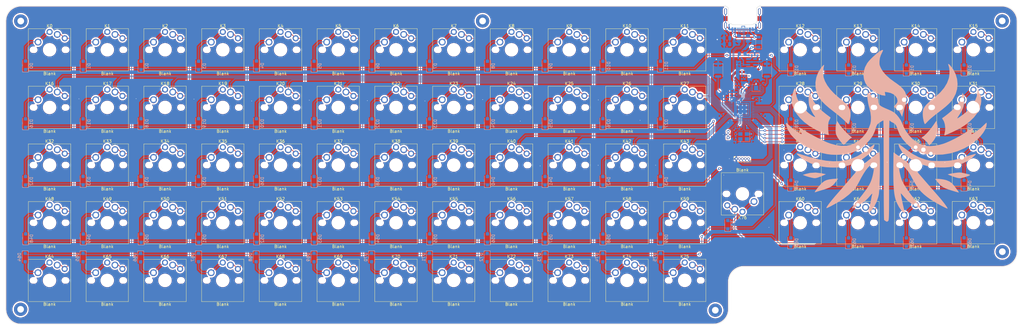
<source format=kicad_pcb>
(kicad_pcb (version 20240108) (generator "pcbnew") (generator_version "8.0")
  (title_block (title "Phoenixia72") (date "2024-05-09") (rev "1") (company "James Gzowski"))
  (layers (0 "F.Cu" signal) (31 "B.Cu" signal) (34 "B.Paste" user) (35 "F.Paste" user) (36 "B.SilkS" user "B.Silkscreen") (37 "F.SilkS" user "F.Silkscreen") (38 "B.Mask" user) (39 "F.Mask" user) (44 "Edge.Cuts" user))
  (net 0 "")
  (net 1 "Net-(D2-A)")
  (net 2 "Net-(D3-A)")
  (net 3 "Net-(D4-A)")
  (net 4 "Net-(D5-A)")
  (net 5 "Net-(D6-A)")
  (net 6 "Net-(D7-A)")
  (net 7 "Net-(D8-A)")
  (net 8 "Net-(D9-A)")
  (net 9 "Net-(U1-IN)")
  (net 10 "XIN")
  (net 11 "+1V1")
  (net 12 "Net-(USB1-SHIELD)")
  (net 13 "Net-(C19-Pad2)")
  (net 14 "Net-(U1-BP)")
  (net 15 "Net-(D10-A)")
  (net 16 "Net-(D11-A)")
  (net 17 "Net-(D12-A)")
  (net 18 "Net-(D13-A)")
  (net 19 "Net-(D14-A)")
  (net 20 "Net-(D15-A)")
  (net 21 "Net-(D16-A)")
  (net 22 "Net-(D17-A)")
  (net 23 "Net-(D18-A)")
  (net 24 "Net-(D19-A)")
  (net 25 "Net-(D20-A)")
  (net 26 "Net-(D21-A)")
  (net 27 "Net-(D22-A)")
  (net 28 "Net-(D23-A)")
  (net 29 "Net-(D24-A)")
  (net 30 "Net-(D25-A)")
  (net 31 "Net-(D26-A)")
  (net 32 "Net-(D27-A)")
  (net 33 "Net-(D28-A)")
  (net 34 "Net-(D29-A)")
  (net 35 "Net-(D30-A)")
  (net 36 "Net-(D31-A)")
  (net 37 "Net-(D32-A)")
  (net 38 "Net-(D33-A)")
  (net 39 "Net-(D34-A)")
  (net 40 "Net-(D35-A)")
  (net 41 "Net-(D36-A)")
  (net 42 "Net-(D37-A)")
  (net 43 "Net-(D38-A)")
  (net 44 "Net-(D39-A)")
  (net 45 "Net-(D40-A)")
  (net 46 "Net-(D41-A)")
  (net 47 "Net-(D42-A)")
  (net 48 "Net-(D43-A)")
  (net 49 "Net-(D44-A)")
  (net 50 "Net-(D45-A)")
  (net 51 "Net-(D46-A)")
  (net 52 "Net-(D47-A)")
  (net 53 "Net-(D48-A)")
  (net 54 "Net-(D49-A)")
  (net 55 "Net-(D50-A)")
  (net 56 "Net-(D51-A)")
  (net 57 "Net-(D52-A)")
  (net 58 "Net-(D53-A)")
  (net 59 "Net-(D54-A)")
  (net 60 "Net-(D55-A)")
  (net 61 "Net-(D56-A)")
  (net 62 "Net-(D57-A)")
  (net 63 "Net-(D58-A)")
  (net 64 "Net-(D59-A)")
  (net 65 "Net-(D60-A)")
  (net 66 "Net-(D61-A)")
  (net 67 "Net-(D62-A)")
  (net 68 "Net-(D63-A)")
  (net 69 "Net-(D64-A)")
  (net 70 "Net-(D65-A)")
  (net 71 "Net-(D66-A)")
  (net 72 "Net-(D67-A)")
  (net 73 "Net-(D68-A)")
  (net 74 "Net-(D69-A)")
  (net 75 "Net-(D70-A)")
  (net 76 "Net-(D71-A)")
  (net 77 "Net-(D72-A)")
  (net 78 "Net-(D73-A)")
  (net 79 "Net-(D74-A)")
  (net 80 "Net-(D75-A)")
  (net 81 "SPARE1")
  (net 82 "SPARE2")
  (net 83 "SPARE4")
  (net 84 "SPARE3")
  (net 85 "+3V3")
  (net 86 "GND")
  (net 87 "VBUS")
  (net 88 "Net-(D0-A)")
  (net 89 "VSYS")
  (net 90 "USB_D+")
  (net 91 "USB_D-")
  (net 92 "Net-(D1-A)")
  (net 93 "Net-(F1-Pad1)")
  (net 94 "/QSPI_SS")
  (net 95 "/QSPI_SD1")
  (net 96 "/QSPI_SD2")
  (net 97 "/QSPI_SD0")
  (net 98 "/QSPI_SCLK")
  (net 99 "/QSPI_SD3")
  (net 100 "/~{USB_BOOT}")
  (net 101 "/SWCLK")
  (net 102 "/SWD")
  (net 103 "Net-(U3-USB_DP)")
  (net 104 "Net-(U3-USB_DM)")
  (net 105 "Net-(USB1-CC1)")
  (net 106 "Net-(USB1-CC2)")
  (net 107 "3V3_EN")
  (net 108 "XOUT")
  (net 109 "/RUN")
  (net 110 "/GPIO0")
  (net 111 "/GPIO1")
  (net 114 "Net-(D76-A)")
  (net 115 "Row_0")
  (net 116 "Row_1")
  (net 117 "unconnected-(R9-Pad1)")
  (net 119 "Row_2")
  (net 120 "Row_4")
  (net 121 "Row_3")
  (net 122 "Col_0")
  (net 123 "Col_1")
  (net 124 "Col_2")
  (net 125 "Col_3")
  (net 126 "Col_4")
  (net 127 "Col_5")
  (net 128 "Col_6")
  (net 129 "Col_7")
  (net 130 "Col_8")
  (net 131 "Col_9")
  (net 132 "Col_10")
  (net 133 "Col_11")
  (net 134 "Col_12")
  (net 135 "Col_13")
  (net 136 "Col_14")
  (net 137 "Col_15")
  (net 138 "SPARE5")
  (net 139 "SPARE7")
  (net 140 "SPARE6")
  (footprint "EnvExtras:MountingHole_2.2mm_M2_Pad-Mod" (layer "F.Cu") (at 127.25 126.45)
    (property "Reference" "H3")
    (property "Value" "MountingHole")
  )
  (footprint "Button_Switch_Keyboard:SW_Cherry_Choc3_MX_1.00u_PCB" (layer "F.Cu") (at 158.4 92.76)
    (property "Reference" "K49")
    (property "Value" "Blank")
  )
  (footprint "Button_Switch_Keyboard:SW_Cherry_Choc3_MX_1.00u_PCB" (layer "F.Cu") (at 329.85 92.76)
    (property "Reference" "K58")
    (property "Value" "Blank")
  )
  (footprint "Button_Switch_Keyboard:SW_Cherry_Choc3_MX_1.00u_PCB" (layer "F.Cu") (at 253.65 54.66)
    (property "Reference" "K22")
    (property "Value" "Blank")
  )
  (footprint "EnvExtras:MountingHole_2.2mm_M2_Pad-Mod" (layer "F.Cu") (at 451.1 31.15)
    (property "Reference" "H3")
    (property "Value" "MountingHole")
  )
  (footprint "Button_Switch_Keyboard:SW_Cherry_Choc3_MX_1.00u_PCB" (layer "F.Cu") (at 329.85 54.66)
    (property "Reference" "K26")
    (property "Value" "Blank")
  )
  (footprint "EnvExtras:MountingHole_2.2mm_M2_Pad-Mod" (layer "F.Cu") (at 451.15 107.4)
    (property "Reference" "H3")
    (property "Value" "MountingHole")
  )
  (footprint "Button_Switch_Keyboard:SW_Cherry_Choc3_MX_1.00u_PCB" (layer "F.Cu") (at 329.85 111.81)
    (property "Reference" "K74")
    (property "Value" "Blank")
  )
  (footprint "Button_Switch_Keyboard:SW_Cherry_Choc3_MX_1.00u_PCB" (layer "F.Cu") (at 158.4 73.71)
    (property "Reference" "K33")
    (property "Value" "Blank")
  )
  (footprint "Button_Switch_Keyboard:SW_Cherry_Choc3_MX_1.00u_PCB" (layer "F.Cu") (at 139.35 54.66)
    (property "Reference" "K16")
    (property "Value" "Blank")
  )
  (footprint "EnvExtras:MountingHole_2.2mm_M2_Pad-Mod" (layer "F.Cu") (at 127.3 31.2)
    (property "Reference" "H3")
    (property "Value" "MountingHole")
  )
  (footprint "Button_Switch_Keyboard:SW_Cherry_Choc3_MX_1.00u_PCB" (layer "F.Cu") (at 177.45 73.71)
    (property "Reference" "K34")
    (property "Value" "Blank")
  )
  (footprint "Button_Switch_Keyboard:SW_Cherry_Choc3_MX_1.00u_PCB" (layer "F.Cu") (at 425.1 35.61)
    (property "Reference" "K14")
    (property "Value" "Blank")
  )
  (footprint "Button_Switch_Keyboard:SW_Cherry_Choc3_MX_1.00u_PCB" (layer "F.Cu") (at 139.35 35.61)
    (property "Reference" "K0")
    (property "Value" "Blank")
  )
  (footprint "Button_Switch_Keyboard:SW_Cherry_Choc3_MX_1.00u_PCB" (layer "F.Cu") (at 348.9 35.61)
    (property "Reference" "K11")
    (property "Value" "Blank")
  )
  (footprint "Button_Switch_Keyboard:SW_Cherry_Choc3_MX_1.00u_PCB" (layer "F.Cu") (at 425.1 54.66)
    (property "Reference" "K30")
    (property "Value" "Blank")
  )
  (footprint "Button_Switch_Keyboard:SW_Cherry_Choc3_MX_1.00u_PCB" (layer "F.Cu") (at 406.05 35.61)
    (property "Reference" "K13")
    (property "Value" "Blank")
  )
  (footprint "Button_Switch_Keyboard:SW_Cherry_Choc3_MX_1.00u_PCB" (layer "F.Cu") (at 425.1 73.71)
    (property "Reference" "K46")
    (property "Value" "Blank")
  )
  (footprint "Button_Switch_Keyboard:SW_Cherry_Choc3_MX_1.00u_PCB" (layer "F.Cu") (at 177.425 111.82)
    (property "Reference" "K66")
    (property "Value" "Blank")
  )
  (footprint "Button_Switch_Keyboard:SW_Cherry_Choc3_MX_1.00u_PCB" (layer "F.Cu") (at 215.55 73.71)
    (property "Reference" "K36")
    (property "Value" "Blank")
  )
  (footprint "Button_Switch_Keyboard:SW_Cherry_Choc3_MX_1.00u_PCB" (layer "F.Cu") (at 253.65 35.61)
    (property "Reference" "K6")
    (property "Value" "Blank")
  )
  (footprint "Button_Switch_Keyboard:SW_Cherry_Choc3_MX_1.00u_PCB" (layer "F.Cu") (at 329.85 35.61)
    (property "Reference" "K10")
    (property "Value" "Blank")
  )
  (footprint "Button_Switch_Keyboard:SW_Cherry_Choc3_MX_1.00u_PCB" (layer "F.Cu") (at 348.9 54.66)
    (property "Reference" "K27")
    (property "Value" "Blank")
  )
  (footprint "Button_Switch_Keyboard:SW_Cherry_Choc3_MX_1.00u_PCB" (layer "F.Cu") (at 215.55 92.76)
    (property "Reference" "K52")
    (property "Value" "Blank")
  )
  (footprint "Button_Switch_Keyboard:SW_Cherry_Choc3_MX_1.00u_PCB" (layer "F.Cu") (at 406.05 54.66)
    (property "Reference" "K29")
    (property "Value" "Blank")
  )
  (footprint "Button_Switch_Keyboard:SW_Cherry_Choc3_MX_1.00u_PCB" (layer "F.Cu") (at 291.725 111.82)
    (property "Reference" "K72")
    (property "Value" "Blank")
  )
  (footprint "Button_Switch_Keyboard:SW_Cherry_Choc3_MX_1.00u_PCB" (layer "F.Cu") (at 387 73.71)
    (property "Reference" "K44")
    (property "Value" "Blank")
  )
  (footprint "EnvExtras:MountingHole_2.2mm_M2_Pad-Mod" (layer "F.Cu") (at 279.675 31.175)
    (property "Reference" "H3")
    (property "Value" "MountingHole")
  )
  (footprint "Button_Switch_Keyboard:SW_Cherry_Choc3_MX_1.00u_PCB" (layer "F.Cu") (at 234.6 73.71)
    (property "Reference" "K37")
    (property "Value" "Blank")
  )
  (footprint "Button_Switch_Keyboard:SW_Cherry_Choc3_MX_1.00u_PCB" (layer "F.Cu") (at 272.7 54.66)
    (property "Reference" "K23")
    (property "Value" "Blank")
  )
  (footprint "Button_Switch_Keyboard:SW_Cherry_Choc3_MX_1.00u_PCB" (layer "F.Cu") (at 272.7 92.76)
    (property "Reference" "K55")
    (property "Value" "Blank")
  )
  (footprint "Button_Switch_Keyboard:SW_Cherry_Choc3_MX_1.00u_PCB" (layer "F.Cu") (at 253.65 73.71)
    (property "Reference" "K38")
    (property "Value" "Blank")
  )
  (footprint "Button_Switch_Keyboard:SW_Cherry_Choc3_MX_1.00u_PCB" (layer "F.Cu") (at 215.55 54.66)
    (property "Reference" "K20")
    (property "Value" "Blank")
  )
  (footprint "Button_Switch_Keyboard:SW_Cherry_Choc3_MX_1.00u_PCB" (layer "F.Cu") (at 234.6 54.66)
    (property "Reference" "K21")
    (property "Value" "Blank")
  )
  (footprint "Connector_PinSocket_1.00mm:PinSocket_1x05_P1.00mm_Vertical" (layer "F.Cu") (at 363.375 76.7 90)
    (property "Reference" "REF**" (hide yes))
    (property "Value" "PinSocket_1x05_P1.00mm_Vertical" (hide yes))
  )
  (footprint "Button_Switch_Keyboard:SW_Cherry_Choc3_MX_1.00u_PCB" (layer "F.Cu") (at 291.75 92.76)
    (property "Reference" "K56")
    (property "Value" "Blank")
  )
  (footprint "Button_Switch_Keyboard:SW_Cherry_Choc3_MX_1.00u_PCB" (layer "F.Cu") (at 310.775 111.82)
    (property "Reference" "K73")
    (property "Value" "Blank")
  )
  (footprint "Button_Switch_Keyboard:SW_Cherry_Choc3_MX_1.00u_PCB" (layer "F.Cu") (at 387 54.66)
    (property "Reference" "K28")
    (property "Value" "Blank")
  )
  (footprint "Button_Switch_Keyboard:SW_Cherry_Choc3_MX_1.00u_PCB" (layer "F.Cu") (at 234.575 111.82)
    (property "Reference" "K69")
    (property "Value" "Blank")
  )
  (footprint "Button_Switch_Keyboard:SW_Cherry_Choc3_MX_1.00u_PCB" (layer "F.Cu") (at 425.1 92.76)
    (property "Reference" "K62")
    (property "Value" "Blank")
  )
  (footprint "Button_Switch_Keyboard:SW_Cherry_Choc3_MX_1.00u_PCB" (layer "F.Cu") (at 253.65 92.76)
    (property "Reference" "K54")
    (property "Value" "Blank")
  )
  (footprint "Button_Switch_Keyboard:SW_Cherry_Choc3_MX_1.00u_PCB" (layer "F.Cu") (at 215.525 111.82)
    (property "Reference" "K68")
    (property "Value" "Blank")
  )
  (footprint "Button_Switch_Keyboard:SW_Cherry_Choc3_MX_1.00u_PCB" (layer "F.Cu") (at 291.75 54.66)
    (property "Reference" "K24")
    (property "Value" "Blank")
  )
  (footprint "Button_Switch_Keyboard:SW_Cherry_Choc3_MX_1.00u_PCB" (layer "F.Cu") (at 177.45 54.66)
    (property "Reference" "K18")
    (property "Value" "Blank")
  )
  (footprint "Button_Switch_Keyboard:SW_Cherry_Choc3_MX_1.00u_PCB" (layer "F.Cu") (at 215.55 35.61)
    (property "Reference" "K4")
    (property "Value" "Blank")
  )
  (footprint "Button_Switch_Keyboard:SW_Cherry_Choc3_MX_1.00u_PCB" (layer "F.Cu") (at 139.325 111.82)
    (property "Reference" "K64")
    (property "Value" "Blank")
  )
  (footprint "Button_Switch_Keyboard:SW_Cherry_Choc3_MX_1.00u_PCB" (layer "F.Cu") (at 387 35.61)
    (property "Reference" "K12")
    (property "Value" "Blank")
  )
  (footprint "Button_Switch_Keyboard:SW_Cherry_Choc3_MX_1.00u_PCB" (layer "F.Cu") (at 348.9 92.76)
    (property "Reference" "K59")
    (property "Value" "Blank")
  )
  (footprint "Button_Switch_Keyboard:SW_Cherry_Choc3_MX_1.00u_PCB" (layer "F.Cu") (at 329.85 73.71)
    (property "Reference" "K42")
    (property "Value" "Blank")
  )
  (footprint "Button_Switch_Keyboard:SW_Cherry_Choc3_MX_1.00u_PCB" (layer "F.Cu") (at 196.5 92.76)
    (property "Reference" "K51")
    (property "Value" "Blank")
  )
  (footprint "Button_Switch_Keyboard:SW_Cherry_Choc3_MX_1.00u_PCB" (layer "F.Cu") (at 177.45 35.61)
    (property "Reference" "K2")
    (property "Value" "Blank")
  )
  (footprint "Button_Switch_Keyboard:SW_Cherry_Choc3_MX_1.00u_PCB" (layer "F.Cu") (at 348.9 73.71)
    (property "Reference" "K43")
    (property "Value" "Blank")
  )
  (footprint "Button_Switch_Keyboard:SW_Cherry_Choc3_MX_1.00u_PCB" (layer "F.Cu") (at 196.475 111.82)
    (property "Reference" "K67")
    (property "Value" "Blank")
  )
  (footprint "Button_Switch_Keyboard:SW_Cherry_Choc3_MX_1.00u_PCB" (layer "F.Cu") (at 272.7 35.61)
    (property "Reference" "K7")
    (property "Value" "Blank")
  )
  (footprint "Button_Switch_Keyboard:SW_Cherry_Choc3_MX_1.00u_PCB" (layer "F.Cu") (at 348.9 111.81)
    (property "Reference" "K75")
    (property "Value" "Blank")
  )
  (footprint "Button_Switch_Keyboard:SW_Cherry_Choc3_MX_1.00u_PCB" (layer "F.Cu") (at 362.86635 93.38 180)
    (property "Reference" "K76")
    (property "Value" "Blank")
  )
  (footprint "Button_Switch_Keyboard:SW_Cherry_Choc3_MX_1.00u_PCB" (layer "F.Cu") (at 196.5 54.66)
    (property "Reference" "K19")
    (property "Value" "Blank")
  )
  (footprint "Button_Switch_Keyboard:SW_Cherry_Choc3_MX_1.00u_PCB" (layer "F.Cu") (at 406.05 92.76)
    (property "Reference" "K61")
    (property "Value" "Blank")
  )
  (footprint "Button_Switch_Keyboard:SW_Cherry_Choc3_MX_1.00u_PCB" (layer "F.Cu") (at 444.15 54.66)
    (property "Reference" "K31")
    (property "Value" "Blank")
  )
  (footprint "Button_Switch_Keyboard:SW_Cherry_Choc3_MX_1.00u_PCB" (layer "F.Cu") (at 310.8 35.61)
    (property "Reference" "K9")
    (property "Value" "Blank")
  )
  (footprint "Button_Switch_Keyboard:SW_Cherry_Choc3_MX_1.00u_PCB" (layer "F.Cu") (at 158.375 111.82)
    (property "Reference" "K65")
    (property "Value" "Blank")
  )
  (footprint "Button_Switch_Keyboard:SW_Cherry_Choc3_MX_1.00u_PCB" (layer "F.Cu") (at 310.8 73.71)
    (property "Reference" "K41")
    (property "Value" "Blank")
  )
  (footprint "Button_Switch_Keyboard:SW_Cherry_Choc3_MX_1.00u_PCB" (layer "F.Cu") (at 196.5 73.71)
    (property "Reference" "K35")
    (property "Value" "Blank")
  )
  (footprint "Button_Switch_Keyboard:SW_Cherry_Choc3_MX_1.00u_PCB" (layer "F.Cu") (at 387 92.76)
    (property "Reference" "K60")
    (property "Value" "Blank")
  )
  (footprint "Button_Switch_Keyboard:SW_Cherry_Choc3_MX_1.00u_PCB" (layer "F.Cu") (at 406.05 73.71)
    (property "Reference" "K45")
    (property "Value" "Blank")
  )
  (footprint "Button_Switch_Keyboard:SW_Cherry_Choc3_MX_1.00u_PCB" (layer "F.Cu") (at 139.35 73.71)
    (property "Reference" "K32")
    (property "Value" "Blank")
  )
  (footprint "Button_Switch_Keyboard:SW_Cherry_Choc3_MX_1.00u_PCB" (layer "F.Cu") (at 139.35 92.76)
    (property "Reference" "K48")
    (property "Value" "Blank")
  )
  (footprint "Button_Switch_Keyboard:SW_Cherry_Choc3_MX_1.00u_PCB" (layer "F.Cu") (at 444.15 35.61)
    (property "Reference" "K15")
    (property "Value" "Blank")
  )
  (footprint "Button_Switch_Keyboard:SW_Cherry_Choc3_MX_1.00u_PCB" (layer "F.Cu") (at 272.675 111.82)
    (property "Reference" "K71")
    (property "Value" "Blank")
  )
  (footprint "Button_Switch_Keyboard:SW_Cherry_Choc3_MX_1.00u_PCB" (layer "F.Cu") (at 177.45 92.76)
    (property "Reference" "K50")
    (property "Value" "Blank")
  )
  (footprint "Button_Switch_Keyboard:SW_Cherry_Choc3_MX_1.00u_PCB" (layer "F.Cu") (at 234.6 92.76)
    (property "Reference" "K53")
    (property "Value" "Blank")
  )
  (footprint "Button_Switch_Keyboard:SW_Cherry_Choc3_MX_1.00u_PCB" (layer "F.Cu") (at 310.8 92.76)
    (property "Reference" "K57")
    (property "Value" "Blank")
  )
  (footprint "Button_Switch_Keyboard:SW_Cherry_Choc3_MX_1.00u_PCB" (layer "F.Cu") (at 272.7 73.71)
    (property "Reference" "K39")
    (property "Value" "Blank")
  )
  (footprint "Button_Switch_Keyboard:SW_Cherry_Choc3_MX_1.00u_PCB" (layer "F.Cu") (at 310.8 54.66)
    (property "Reference" "K25")
    (property "Value" "Blank")
  )
  (footprint "Button_Switch_Keyboard:SW_Cherry_Choc3_MX_1.00u_PCB" (layer "F.Cu") (at 158.4 54.66)
    (property "Reference" "K17")
    (property "Value" "Blank")
  )
  (footprint "Button_Switch_Keyboard:SW_Cherry_Choc3_MX_1.00u_PCB" (layer "F.Cu") (at 234.6 35.61)
    (property "Reference" "K5")
    (property "Value" "Blank")
  )
  (footprint "Button_Switch_Keyboard:SW_Cherry_Choc3_MX_1.00u_PCB" (layer "F.Cu") (at 158.4 35.61)
    (property "Reference" "K1")
    (property "Value" "Blank")
  )
  (footprint "Button_Switch_Keyboard:SW_Cherry_Choc3_MX_1.00u_PCB" (layer "F.Cu") (at 444.13365 92.7327)
    (property "Reference" "K63")
    (property "Value" "Blank")
  )
  (footprint "Button_Switch_Keyboard:SW_Cherry_Choc3_MX_1.00u_PCB" (layer "F.Cu") (at 291.75 35.61)
    (property "Reference" "K8")
    (property "Value" "Blank")
  )
  (footprint "Button_Switch_Keyboard:SW_Cherry_Choc3_MX_1.00u_PCB" (layer "F.Cu") (at 444.15 73.71)
    (property "Reference" "K47")
    (property "Value" "Blank")
  )
  (footprint "Button_Switch_Keyboard:SW_Cherry_Choc3_MX_1.00u_PCB" (layer "F.Cu") (at 291.75 73.71)
    (property "Reference" "K40")
    (property "Value" "Blank")
  )
  (footprint "EnvExtras:MountingHole_2.2mm_M2_Pad-Mod" (layer "F.Cu") (at 356.45 126.75)
    (property "Reference" "H3")
    (property "Value" "MountingHole")
  )
  (footprint "Button_Switch_Keyboard:SW_Cherry_Choc3_MX_1.00u_PCB" (layer "F.Cu") (at 253.625 111.82)
    (property "Reference" "K70")
    (property "Value" "Blank")
  )
  (footprint "Button_Switch_Keyboard:SW_Cherry_Choc3_MX_1.00u_PCB" (layer "F.Cu") (at 196.5 35.61)
    (property "Reference" "K3")
    (property "Value" "Blank")
  )
  (footprint "Resistor_SMD:R_0805_2012Metric" (layer "B.Cu") (at 364.285 36.98 90)
    (property "Reference" "R5")
    (property "Value" "5.1K 0402")
  )
  (footprint "Resistor_SMD:R_0805_2012Metric" (layer "B.Cu") (at 367.205 36.97 90)
    (property "Reference" "R6")
    (property "Value" "5.1K 0402")
  )
  (footprint "josh-connectors:USB_C_TYPE-C-31-M-14" (layer "B.Cu") (at 365.425 31.09)
    (property "Reference" "USB1")
    (property "Value" "TYPE-C-31-M-14")
    (fp_line (start -4.70304 -4.296872) (end -4.70304 0.103128) (stroke (width 0.1)) (layer "Edge.Cuts"))
    (fp_line (start -3.2 1.3) (end 3.2 1.3) (stroke (width 0.1)) (layer "Edge.Cuts"))
    (fp_line (start 4.70304 -4.296872) (end 4.70304 0.103128) (stroke (width 0.1)) (layer "Edge.Cuts"))
    (fp_arc (start -3.80304 1.003128) (mid -4.439436 0.739524) (end -4.70304 0.103128) (stroke (width 0.1)) (layer "Edge.Cuts"))
    (fp_arc (start -3.80304 1.003128) (mid -3.657195 1.038158) (end -3.532782 1.121938) (stroke (width 0.1)) (layer "Edge.Cuts"))
    (fp_arc (start -3.2 1.3) (mid -3.388713 1.252686) (end -3.532782 1.121938) (stroke (width 0.1)) (layer "Edge.Cuts"))
    (fp_arc (start 3.532782 1.121938) (mid 3.388713 1.252687) (end 3.2 1.3) (stroke (width 0.1)) (layer "Edge.Cuts"))
    (fp_arc (start 3.532782 1.121938) (mid 3.657206 1.03818) (end 3.80304 1.003128) (stroke (width 0.1)) (layer "Edge.Cuts"))
    (fp_arc (start 4.70304 0.103128) (mid 4.439437 0.739525) (end 3.80304 1.003128) (stroke (width 0.1)) (layer "Edge.Cuts"))
  )
  (footprint "Diode_SMD:D_SOD-123F" (layer "B.Cu") (at 147.875 83.925 90)
    (property "Reference" "D33")
    (property "Value" "D")
  )
  (footprint "Diode_SMD:D_SOD-123F" (layer "B.Cu") (at 243.225 102.925 90)
    (property "Reference" "D54")
    (property "Value" "D")
  )
  (footprint "Diode_SMD:D_SOD-123F" (layer "B.Cu") (at 147.875 64.925 90)
    (property "Reference" "D17")
    (property "Value" "D")
  )
  (footprint "Resistor_SMD:R_0805_2012Metric" (layer "B.Cu") (at 360.3 38.825 180)
    (property "Reference" "R8")
    (property "Value" "330r")
  )
  (footprint "Diode_SMD:D_SOD-123F" (layer "B.Cu") (at 438.525 104.225 90)
    (property "Reference" "D63")
    (property "Value" "D")
  )
  (footprint "Diode_SMD:D_SOD-123F" (layer "B.Cu") (at 243.05 109.325 -90)
    (property "Reference" "D70")
    (property "Value" "D")
  )
  (footprint "Capacitor_SMD:C_0402_1005Metric" (layer "B.Cu") (at 365.6 53.33 45)
    (property "Reference" "C11")
    (property "Value" "100nf 0402")
  )
  (footprint "Diode_SMD:D_SOD-123F" (layer "B.Cu") (at 147.875 45.875 90)
    (property "Reference" "D1")
    (property "Value" "D")
  )
  (footprint "Diode_SMD:D_SOD-123F" (layer "B.Cu") (at 419.475 47.125 90)
    (property "Reference" "D14")
    (property "Value" "D")
  )
  (footprint "Diode_SMD:D_SOD-123F" (layer "B.Cu") (at 300.275 109.35 -90)
    (property "Reference" "D73")
    (property "Value" "D")
  )
  (footprint "Diode_SMD:D_SOD-123F" (layer "B.Cu") (at 438.525 47.125 90)
    (property "Reference" "D15")
    (property "Value" "D")
  )
  (footprint "Capacitor_SMD:C_0402_1005Metric" (layer "B.Cu") (at 363.17 70.49 90)
    (property "Reference" "C19")
    (property "Value" "22pf 0402")
  )
  (footprint "Diode_SMD:D_SOD-123F" (layer "B.Cu") (at 381.375 64.975 90)
    (property "Reference" "D28")
    (property "Value" "D")
  )
  (footprint "Diode_SMD:D_SOD-123F" (layer "B.Cu") (at 300.275 83.975 90)
    (property "Reference" "D41")
    (property "Value" "D")
  )
  (footprint "Capacitor_SMD:C_0402_1005Metric" (layer "B.Cu") (at 363.425 66.3 -135)
    (property "Reference" "C6")
    (property "Value" "100nf 0402")
  )
  (footprint "Diode_SMD:D_SOD-123" (layer "B.Cu") (at 370.775 38.1575 90)
    (property "Reference" "D100")
    (property "Value" "schottky")
  )
  (footprint "Diode_SMD:D_SOD-123F" (layer "B.Cu") (at 205.125 102.975 90)
    (property "Reference" "D52")
    (property "Value" "D")
  )
  (footprint "Diode_SMD:D_SOD-123F" (layer "B.Cu") (at 281.275 64.875 90)
    (property "Reference" "D24")
    (property "Value" "D")
  )
  (footprint "Capacitor_SMD:C_0402_1005Metric" (layer "B.Cu") (at 360.3 57.45 180)
    (property "Reference" "C16")
    (property "Value" "100nf 0402")
  )
  (footprint "Diode_SMD:D_SOD-123F" (layer "B.Cu") (at 438.525 85.2 90)
    (property "Reference" "D47")
    (property "Value" "D")
  )
  (footprint "Diode_SMD:D_SOD-123F" (layer "B.Cu") (at 319.375 83.975 90)
    (property "Reference" "D42")
    (property "Value" "D")
  )
  (footprint "Diode_SMD:D_SOD-123F" (layer "B.Cu") (at 204.95 109.325 -90)
    (property "Reference" "D68")
    (property "Value" "D")
  )
  (footprint "Diode_SMD:D_SOD-123F" (layer "B.Cu") (at 185.975 83.975 90)
    (property "Reference" "D35")
    (property "Value" "D")
  )
  (footprint "Diode_SMD:D_SOD-123F" (layer "B.Cu") (at 243.175 45.875 90)
    (property "Reference" "D6")
    (property "Value" "D")
  )
  (footprint "Diode_SMD:D_SOD-123F" (layer "B.Cu") (at 319.375 45.875 90)
    (property "Reference" "D10")
    (property "Value" "D")
  )
  (footprint "Connector_PinHeader_1.00mm:PinHeader_1x03_P1.00mm_Vertical" (layer "B.Cu") (at 360.675 69.725)
    (property "Reference" "J5")
    (property "Value" "Conn_01x03_Male")
  )
  (footprint "Diode_SMD:D_SOD-123F" (layer "B.Cu") (at 300.275 45.875 90)
    (property "Reference" "D9")
    (property "Value" "D")
  )
  (footprint "Diode_SMD:D_SOD-123F" (layer "B.Cu") (at 319.325 109.35 -90)
    (property "Reference" "D74")
    (property "Value" "D")
  )
  (footprint "LOGO" (layer "B.Cu") (at 412.7 67.9 180)
    (property "Reference" "G***" (hide yes))
    (property "Value" "LOGO" (hide yes))
  )
  (footprint "Diode_SMD:D_SOD-123F" (layer "B.Cu") (at 319.375 102.975 90)
    (property "Reference" "D58")
    (property "Value" "D")
  )
  (footprint "Diode_SMD:D_SOD-123F" (layer "B.Cu") (at 224.075 64.875 90)
    (property "Reference" "D21")
    (property "Value" "D")
  )
  (footprint "Diode_SMD:D_SOD-123F" (layer "B.Cu") (at 400.425 66.15 90)
    (property "Reference" "D29")
    (property "Value" "D")
  )
  (footprint "Crystal:Crystal_SMD_3225-4Pin_3.2x2.5mm" (layer "B.Cu") (at 365.8 69.35 180)
    (property "Reference" "Y1")
    (property "Value" "3225_4P 12MHz")
  )
  (footprint "Diode_SMD:D_SOD-123F" (layer "B.Cu") (at 360.575 98.475 90)
    (property "Reference" "D76")
    (property "Value" "D")
  )
  (footprint "Diode_SMD:D_SOD-123F" (layer "B.Cu") (at 224.075 45.875 90)
    (property "Reference" "D5")
    (property "Value" "D")
  )
  (footprint "Diode_SMD:D_SOD-123F" (layer "B.Cu") (at 243.175 83.975 90)
    (property "Reference" "D38")
    (property "Value" "D")
  )
  (footprint "Diode_SMD:D_SOD-123F" (layer "B.Cu") (at 400.425 104.25 90)
    (property "Reference" "D61")
    (property "Value" "D")
  )
  (footprint "Diode_SMD:D_SOD-123F" (layer "B.Cu") (at 338.375 45.875 90)
    (property "Reference" "D11")
    (property "Value" "D")
  )
  (footprint "Diode_SMD:D_SOD-123F" (layer "B.Cu") (at 128.75 109.325 -90)
    (property "Reference" "D64")
    (property "Value" "D")
  )
  (footprint "Capacitor_SMD:C_0402_1005Metric" (layer "B.Cu") (at 370.45 57.175)
    (property "Reference" "C15")
    (property "Value" "100nf 0402")
  )
  (footprint "Diode_SMD:D_SOD-123F" (layer "B.Cu") (at 381.375 104.25 90)
    (property "Reference" "D60")
    (property "Value" "D")
  )
  (footprint "Capacitor_SMD:C_0402_1005Metric" (layer "B.Cu") (at 369.91 42.47625 180)
    (property "Reference" "CBP1")
    (property "Value" "10uf 0402")
  )
  (footprint "Capacitor_SMD:C_0402_1005Metric" (layer "B.Cu") (at 361.525 55.25 90)
    (property "Reference" "C102")
    (property "Value" "2.2uF 0402")
  )
  (footprint "Resistor_SMD:R_0402_1005Metric" (layer "B.Cu") (at 367.984999 42.47625 180)
    (property "Reference" "R7")
    (property "Value" "100K 0402")
  )
  (footprint "Capacitor_SMD:C_0402_1005Metric" (layer "B.Cu") (at 364.675 66.475 -135)
    (property "Reference" "C8")
    (property "Value" "100nf 0402")
  )
  (footprint "Resistor_SMD:R_0402_1005Metric" (layer "B.Cu") (at 363.16 68.58 -90)
    (property "Reference" "R11")
    (property "Value" "1K 0402")
  )
  (footprint "Package_SON:SON-8-1EP_3x2mm_P0.5mm_EP1.4x1.6mm" (layer "B.Cu") (at 369.9 53.32 180)
    (property "Reference" "FLASH1")
    (property "Value" "W25Q16JVUXIQ")
  )
  (footprint "Resistor_SMD:R_0402_1005Metric" (layer "B.Cu") (at 364.18 52.54 -90)
    (property "Reference" "R3")
    (property "Value" "27r 0402 resistor")
  )
  (footprint "Diode_SMD:D_SOD-123F" (layer "B.Cu") (at 281.275 45.875 90)
    (property "Reference" "D8")
    (property "Value" "D")
  )
  (footprint "Diode_SMD:D_SOD-123F" (layer "B.Cu") (at 281.15 109.325 -90)
    (property "Reference" "D72")
    (property "Value" "D")
  )
  (footprint "Resistor_SMD:R_0402_1005Metric" (layer "B.Cu") (at 364.56 43.50125)
    (property "Reference" "FB1")
    (property "Value" "FerriteBead 0402")
  )
  (footprint "Diode_SMD:D_SOD-123F" (layer "B.Cu") (at 224.05 109.325 -90)
    (property "Reference" "D69")
    (property "Value" "D")
  )
  (footprint "Diode_SMD:D_0402_1005Metric" (layer "B.Cu") (at 365.225 49.86 90)
    (property "Reference" "DLED1" (hide yes))
    (property "Value" "LED")
  )
  (footprint "Package_TO_SOT_SMD:SOT-23-5" (layer "B.Cu") (at 368.435 44.70125)
    (property "Reference" "U1")
    (property "Value" "SOT-23-5 5.5V 3.3V 500mA")
  )
  (footprint "Diode_SMD:D_SOD-123F" (layer "B.Cu") (at 128.875 45.825 90)
    (property "Reference" "D0")
    (property "Value" "D")
  )
  (footprint "Diode_SMD:D_SOD-123F" (layer "B.Cu") (at 243.175 64.925 90)
    (property "Reference" "D22")
    (property "Value" "D")
  )
  (footprint "Diode_SMD:D_SOD-123F" (layer "B.Cu") (at 167.025 102.975 90)
    (property "Reference" "D50")
    (property "Value" "D")
  )
  (footprint "Diode_SMD:D_SOD-123F" (layer "B.Cu") (at 338.375 64.925 90)
    (property "Reference" "D27")
    (property "Value" "D")
  )
  (footprint "Diode_SMD:D_SOD-123F" (layer "B.Cu") (at 128.925 102.925 90)
    (property "Reference" "D48")
    (property "Value" "D")
  )
  (footprint "Diode_SMD:D_SOD-123F" (layer "B.Cu") (at 419.475 85.2 90)
    (property "Reference" "D46")
    (property "Value" "D")
  )
  (footprint "Diode_SMD:D_SOD-123F" (layer "B.Cu") (at 166.975 64.875 90)
    (property "Reference" "D18")
    (property "Value" "D")
  )
  (footprint "Capacitor_SMD:C_0402_1005Metric" (layer "B.Cu") (at 358.789411 62.223089 -135)
    (property "Reference" "C13")
    (property "Value" "100nf 0402")
  )
  (footprint "Resistor_SMD:R_0402_1005Metric" (layer "B.Cu") (at 372.55 51.95 -45)
    (property "Reference" "R1")
    (property "Value" "1K 0402")
  )
  (footprint "Diode_SMD:D_SOD-123F" (layer "B.Cu") (at 224.125 102.975 90)
    (property "Reference" "D53")
    (property "Value" "D")
  )
  (footprint "Button_Switch_SMD:SW_Push_SPST_NO_Alps_SKRK" (layer "B.Cu") (at 373.45 47.4125 90)
    (property "Reference" "J2")
    (property "Value" "Button")
  )
  (footprint "Diode_SMD:D_SOD-123F" (layer "B.Cu") (at 262.15 109.325 -90)
    (property "Reference" "D71")
    (property "Value" "D")
  )
  (footprint "Diode_SMD:D_SOD-123F" (layer "B.Cu") (at 438.525 66.15 90)
    (property "Reference" "D31")
    (property "Value" "D")
  )
  (footprint "Diode_SMD:D_SOD-123F" (layer "B.Cu") (at 186.025 102.975 90)
    (property "Reference" "D51")
    (property "Value" "D")
  )
  (footprint "Capacitor_SMD:C_0402_1005Metric" (layer "B.Cu") (at 367.56 52.09 90)
    (property "Reference" "C5")
    (property "Value" "100nf 0402")
  )
  (footprint "Diode_SMD:D_SOD-123F" (layer "B.Cu") (at 338.375 102.975 90)
    (property "Reference" "D59")
    (property "Value" "D")
  )
  (footprint "Diode_SMD:D_SOD-123F" (layer "B.Cu") (at 338.375 83.975 90)
    (property "Reference" "D43")
    (property "Value" "D")
  )
  (footprint "Diode_SMD:D_SOD-123F" (layer "B.Cu") (at 319.375 64.875 90)
    (property "Reference" "D26")
    (property "Value" "D")
  )
  (footprint "Diode_SMD:D_SOD-123F" (layer "B.Cu") (at 205.075 64.875 90)
    (property "Reference" "D20")
    (property "Value" "D")
  )
  (footprint "Diode_SMD:D_SOD-123F" (layer "B.Cu") (at 262.175 45.875 90)
    (property "Reference" "D7")
    (property "Value" "D")
  )
  (footprint "Diode_SMD:D_SOD-123F" (layer "B.Cu") (at 262.175 83.975 90)
    (property "Reference" "D39")
    (property "Value" "D")
  )
  (footprint "Diode_SMD:D_SOD-123F" (layer "B.Cu") (at 419.475 104.25 90)
    (property "Reference" "D62")
    (property "Value" "D")
  )
  (footprint "Diode_SMD:D_SOD-123F" (layer "B.Cu") (at 166.85 109.375 -90)
    (property "Reference" "D66")
    (property "Value" "D")
  )
  (footprint "Diode_SMD:D_SOD-123F" (layer "B.Cu") (at 224.075 83.975 90)
    (property "Reference" "D37")
    (property "Value" "D")
  )
  (footprint "Capacitor_SMD:C_0402_1005Metric" (layer "B.Cu") (at 363.475 55.15 90)
    (property "Reference" "C3")
    (property "Value" "1uf 0402")
  )
  (footprint "Resistor_SMD:R_0402_1005Metric" (layer "B.Cu") (at 366.165 49.86 -90)
    (property "Reference" "R9" (hide yes))
    (property "Value" "62ohm 0402" (hide yes))
  )
  (footprint "Diode_SMD:D_SOD-123F" (layer "B.Cu") (at 300.275 102.975 90)
    (property "Reference" "D57")
    (property "Value" "D")
  )
  (footprint "Diode_SMD:D_SOD-123F" (layer "B.Cu") (at 419.475 66.15 90)
    (property "Reference" "D30")
    (property "Value" "D")
  )
  (footprint "Diode_SMD:D_SOD-123F" (layer "B.Cu") (at 381.375 85.2 90)
    (property "Reference" "D44")
    (property "Value" "D")
  )
  (footprint "Resistor_SMD:R_0402_1005Metric" (layer "B.Cu") (at 369.9 51.07)
    (property "Reference" "R2")
    (property "Value" "10K 0402")
  )
  (footprint "Diode_SMD:D_SOD-123F" (layer "B.Cu") (at 400.425 85.2 90)
    (property "Reference" "D45")
    (property "Value" "D")
  )
  (footprint "Capacitor_SMD:C_0402_1005Metric" (layer "B.Cu") (at 360.05 56.45 180)
    (property "Reference" "C18")
    (property "Value" "100nf 0402")
  )
  (footprint "Diode_SMD:D_SOD-123F" (layer "B.Cu") (at 281.275 102.925 90)
    (property "Reference" "D56")
    (property "Value" "D")
  )
  (footprint "Diode_SMD:D_SOD-123F" (layer "B.Cu") (at 205.075 83.975 90)
    (property "Reference" "D36")
    (property "Value" "D")
  )
  (footprint "Diode_SMD:D_SOD-123F" (layer "B.Cu") (at 185.975 64.875 90)
    (property "Reference" "D19")
    (property "Value" "D")
  )
  (footprint "RP2040_minimal:RP2040-QFN-56" (layer "B.Cu") (at 365.4 60.4 180)
    (property "Reference" "U3")
    (property "Value" "RP2040")
  )
  (footprint "Diode_SMD:D_SOD-123F" (layer "B.Cu") (at 400.425 47.125 90)
    (property "Reference" "D13")
    (property "Value" "D")
  )
  (footprint "Diode_SMD:D_SOD-123F" (layer "B.Cu") (at 338.4 109.35 -90)
    (property "Reference" "D75")
    (property "Value" "D")
  )
  (footprint "Fuse:Fuse_0805_2012Metric" (layer "B.Cu") (at 365.31 42.00125)
    (property "Reference" "F1")
    (property "Value" "0805L050WR")
  )
  (footprint "Diode_SMD:D_SOD-123F" (layer "B.Cu") (at 205.075 45.8 90)
    (property "Reference" "D4")
    (property "Value" "D")
  )
  (footprint "Diode_SMD:D_SOD-123F" (layer "B.Cu") (at 262.175 64.925 90)
    (property "Reference" "D23")
    (property "Value" "D")
  )
  (footprint "Diode_SMD:D_SOD-123F" (layer "B.Cu") (at 262.225 102.925 90)
    (property "Reference" "D55")
    (property "Value" "D")
  )
  (footprint "Diode_SMD:D_SOD-123F" (layer "B.Cu") (at 300.275 64.875 90)
    (property "Reference" "D25")
    (property "Value" "D")
  )
  (footprint "Capacitor_SMD:C_0402_1005Metric" (layer "B.Cu") (at 368.43 70.13 90)
    (property "Reference" "C2")
    (property "Value" "22pf 0402")
  )
  (footprint "Capacitor_SMD:C_0805_2012Metric" (layer "B.Cu") (at 360.3 36.825 180)
    (property "Reference" "C9")
    (property "Value" "0.1uf")
  )
  (footprint "Diode_SMD:D_SOD-123F" (layer "B.Cu") (at 147.85 109.325 -90)
    (property "Reference" "D65")
    (property "Value" "D")
  )
  (footprint "Capacitor_SMD:C_0402_1005Metric" (layer "B.Cu") (at 371.035 45.17625 90)
    (property "Reference" "C4")
    (property "Value" "10uf 0402")
  )
  (footprint "Diode_SMD:D_SOD-123F" (layer "B.Cu") (at 185.95 109.325 -90)
    (property "Reference" "D67")
    (property "Value" "D")
  )
  (footprint "Capacitor_SMD:C_0402_1005Metric" (layer "B.Cu") (at 365.235 45.65125 180)
    (property "Reference" "C1")
    (property "Value" "10uf 0402")
  )
  (footprint "Resistor_SMD:R_0402_1005Metric" (layer "B.Cu") (at 363.19 52.54 -90)
    (property "Reference" "R4")
    (property "Value" "27r 0402 resistor")
  )
  (footprint "Diode_SMD:D_SOD-123F" (layer "B.Cu") (at 281.275 83.975 90)
    (property "Reference" "D40")
    (property "Value" "D")
  )
  (footprint "Capacitor_SMD:C_0402_1005Metric" (layer "B.Cu") (at 371.889411 62.251911 -45)
    (property "Reference" "C14")
    (property "Value" "100nf 0402")
  )
  (footprint "Capacitor_SMD:C_0402_1005Metric" (layer "B.Cu") (at 366.5 53.88 45)
    (property "Reference" "C7")
    (property "Value" "100nf 0402")
  )
  (footprint "Button_Switch_SMD:SW_Push_SPST_NO_Alps_SKRK" (layer "B.Cu") (at 357.4 47.4125 -90)
    (property "Reference" "RSW1")
    (property "Value" "TSA343G00-250J2")
  )
  (footprint "Diode_SMD:D_SOD-123F" (layer "B.Cu") (at 147.925 102.975 90)
    (property "Reference" "D49")
    (property "Value" "D")
  )
  (footprint "Diode_SMD:D_SOD-123F" (layer "B.Cu") (at 185.975 45.875 90)
    (property "Reference" "D3")
    (property "Value" "D")
  )
  (footprint "Diode_SMD:D_SOD-123F" (layer "B.Cu") (at 128.875 64.925 90)
    (property "Reference" "D16")
    (property "Value" "D")
  )
  (footprint "Capacitor_SMD:C_0402_1005Metric" (layer "B.Cu") (at 362.5 55.25 90)
    (property "Reference" "C10")
    (property "Value" "2.2uF 0402")
  )
  (footprint "Diode_SMD:D_SOD-123F" (layer "B.Cu") (at 128.875 83.975 90)
    (property "Reference" "D32")
    (property "Value" "D")
  )
  (footprint "Diode_SMD:D_SOD-123F" (layer "B.Cu") (at 166.975 83.975 90)
    (property "Reference" "D34")
    (property "Value" "D")
  )
  (footprint "Diode_SMD:D_SOD-123F" (layer "B.Cu") (at 381.375 47.125 90)
    (property "Reference" "D12")
    (property "Value" "D")
  )
  (footprint "Diode_SMD:D_SOD-123F" (layer "B.Cu") (at 166.975 45.875 90)
    (property "Reference" "D2")
    (property "Value" "D")
  )
  (gr_line (start 456.096938 31.249017) (end 456.1 107.35024) (stroke (width 0.1)) (layer "Edge.Cuts"))
  (gr_line (start 365.899017 112.35024) (end 451.050983 112.35) (stroke (width 0.1)) (layer "Edge.Cuts"))
  (gr_line (start 360.85 117.35) (end 360.85 126.397178) (stroke (width 0.1)) (layer "Edge.Cuts"))
  (gr_arc (start 127.3 131.4) (mid 123.747178 129.918161) (end 122.30024 126.350983) (stroke (width 0.1)) (layer "Edge.Cuts"))
  (gr_line (start 370.12804 26.793128) (end 371 26.2) (stroke (width 0.1)) (layer "Edge.Cuts"))
  (gr_arc (start 360.85 117.35) (mid 362.331839 113.797178) (end 365.899017 112.35024) (stroke (width 0.1)) (layer "Edge.Cuts"))
  (gr_arc (start 360.85 126.397178) (mid 359.368169 129.950014) (end 355.800983 131.396938) (stroke (width 0.1)) (layer "Edge.Cuts"))
  (gr_line (start 370.999773 26.2) (end 451.1 26.2) (stroke (width 0.1)) (layer "Edge.Cuts"))
  (gr_line (start 127.349017 26.20024) (end 359.870003 26.20024) (stroke (width 0.1)) (layer "Edge.Cuts"))
  (gr_line (start 127.3 131.4) (end 355.800983 131.396938) (stroke (width 0.1)) (layer "Edge.Cuts"))
  (gr_line (start 360.72196 26.793128) (end 359.87 26.2) (stroke (width 0.1)) (layer "Edge.Cuts"))
  (gr_arc (start 451.100218 26.2) (mid 454.653028 27.681846) (end 456.1 31.249018) (stroke (width 0.1)) (layer "Edge.Cuts"))
  (gr_arc (start 122.3 31.2) (mid 123.781839 27.647178) (end 127.349017 26.20024) (stroke (width 0.1)) (layer "Edge.Cuts"))
  (gr_arc (start 456.1 107.35024) (mid 454.618153 110.903072) (end 451.050982 112.350022) (stroke (width 0.1)) (layer "Edge.Cuts"))
  (gr_line (start 122.30024 126.350983) (end 122.3 31.2) (stroke (width 0.1)) (layer "Edge.Cuts"))
  (segment (start 365.225 50.345) (end 366.14 50.345) (width 0.2) (layer "B.Cu") (net 0))
  (segment (start 366.14 50.345) (end 366.165 50.37) (width 0.2) (layer "B.Cu") (net 0))
  (segment (start 174.46 34.79) (end 174.91 34.79) (width 0.2) (layer "B.Cu") (net 1))
  (segment (start 166.95 39.725) (end 168.575 38.1) (width 0.2) (layer "B.Cu") (net 1))
  (segment (start 171.1 38.15) (end 174.46 34.79) (width 0.2) (layer "B.Cu") (net 1))
  (segment (start 168.575 38.1) (end 171.125 38.1) (width 0.2) (layer "B.Cu") (net 1))
  (segment (start 166.95 44.8) (end 166.95 39.725) (width 0.2) (layer "B.Cu") (net 1))
  (segment (start 187.575 38.075) (end 190.125 38.075) (width 0.2) (layer "B.Cu") (net 2))
  (segment (start 190.15 38.15) (end 193.51 34.79) (width 0.2) (layer "B.Cu") (net 2))
  (segment (start 193.51 34.79) (end 193.96 34.79) (width 0.2) (layer "B.Cu") (net 2))
  (segment (start 185.95 39.7) (end 187.575 38.075) (width 0.2) (layer "B.Cu") (net 2))
  (segment (start 185.95 44.775) (end 185.95 39.7) (width 0.2) (layer "B.Cu") (net 2))
  (segment (start 205.075 39.65) (end 206.7 38.025) (width 0.2) (layer "B.Cu") (net 3))
  (segment (start 209.2 38.15) (end 212.56 34.79) (width 0.2) (layer "B.Cu") (net 3))
  (segment (start 206.7 38.025) (end 209.25 38.025) (width 0.2) (layer "B.Cu") (net 3))
  (segment (start 205.075 44.725) (end 205.075 39.65) (width 0.2) (layer "B.Cu") (net 3))
  (segment (start 212.56 34.79) (end 213.01 34.79) (width 0.2) (layer "B.Cu") (net 3))
  (segment (start 224.075 39.675) (end 225.7 38.05) (width 0.2) (layer "B.Cu") (net 4))
  (segment (start 224.075 44.75) (end 224.075 39.675) (width 0.2) (layer "B.Cu") (net 4))
  (segment (start 231.61 34.79) (end 232.06 34.79) (width 0.2) (layer "B.Cu") (net 4))
  (segment (start 228.25 38.15) (end 231.61 34.79) (width 0.2) (layer "B.Cu") (net 4))
  (segment (start 225.7 38.05) (end 228.25 38.05) (width 0.2) (layer "B.Cu") (net 4))
  (segment (start 247.3 38.15) (end 250.66 34.79) (width 0.2) (layer "B.Cu") (net 5))
  (segment (start 243.175 39.7) (end 244.8 38.075) (width 0.2) (layer "B.Cu") (net 5))
  (segment (start 250.66 34.79) (end 251.11 34.79) (width 0.2) (layer "B.Cu") (net 5))
  (segment (start 244.8 38.075) (end 247.35 38.075) (width 0.2) (layer "B.Cu") (net 5))
  (segment (start 243.175 44.775) (end 243.175 39.7) (width 0.2) (layer "B.Cu") (net 5))
  (segment (start 266.35 38.15) (end 269.71 34.79) (width 0.2) (layer "B.Cu") (net 6))
  (segment (start 262.175 39.725) (end 263.8 38.1) (width 0.2) (layer "B.Cu") (net 6))
  (segment (start 269.71 34.79) (end 270.16 34.79) (width 0.2) (layer "B.Cu") (net 6))
  (segment (start 263.8 38.1) (end 266.35 38.1) (width 0.2) (layer "B.Cu") (net 6))
  (segment (start 262.175 44.8) (end 262.175 39.725) (width 0.2) (layer "B.Cu") (net 6))
  (segment (start 281.275 39.725) (end 282.9 38.1) (width 0.2) (layer "B.Cu") (net 7))
  (segment (start 285.4 38.15) (end 288.76 34.79) (width 0.2) (layer "B.Cu") (net 7))
  (segment (start 282.9 38.1) (end 285.45 38.1) (width 0.2) (layer "B.Cu") (net 7))
  (segment (start 288.76 34.79) (end 289.21 34.79) (width 0.2) (layer "B.Cu") (net 7))
  (segment (start 281.275 44.8) (end 281.275 39.725) (width 0.2) (layer "B.Cu") (net 7))
  (segment (start 304.45 38.15) (end 307.81 34.79) (width 0.2) (layer "B.Cu") (net 8))
  (segment (start 300.275 39.725) (end 301.9 38.1) (width 0.2) (layer "B.Cu") (net 8))
  (segment (start 307.81 34.79) (end 308.26 34.79) (width 0.2) (layer "B.Cu") (net 8))
  (segment (start 301.9 38.1) (end 304.45 38.1) (width 0.2) (layer "B.Cu") (net 8))
  (segment (start 300.275 44.8) (end 300.275 39.725) (width 0.2) (layer "B.Cu") (net 8))
  (segment (start 365.715 44.14625) (end 365.715 45.65125) (width 0.4) (layer "B.Cu") (net 9))
  (segment (start 365.070001 43.50125) (end 365.715 44.14625) (width 0.4) (layer "B.Cu") (net 9))
  (segment (start 367.2975 45.651251) (end 365.715 45.65125) (width 0.4) (layer "B.Cu") (net 9))
  (segment (start 368.45 69.65) (end 369.025 69.075) (width 0.15) (layer "B.Cu") (net 10))
  (segment (start 369.025 67.9) (end 368.575 67.45) (width 0.15) (layer "B.Cu") (net 10))
  (segment (start 367.88 70.2) (end 366.9 70.2) (width 0.15) (layer "B.Cu") (net 10))
  (segment (start 366.35 67.45) (end 366.25 67.35) (width 0.15) (layer "B.Cu") (net 10))
  (segment (start 366.25 67.35) (end 366 67.1) (width 0.15) (layer "B.Cu") (net 10))
  (segment (start 368.43 69.65) (end 367.88 70.2) (width 0.15) (layer "B.Cu") (net 10))
  (segment (start 366 67.1) (end 366 63.8375) (width 0.15) (layer "B.Cu") (net 10))
  (segment (start 369.025 69.075) (end 369.025 67.9) (width 0.15) (layer "B.Cu") (net 10))
  (segment (start 368.43 69.65) (end 368.45 69.65) (width 0.15) (layer "B.Cu") (net 10))
  (segment (start 368.575 67.45) (end 366.35 67.45) (width 0.15) (layer "B.Cu") (net 10))
  (segment (start 364.77 65.03) (end 364.77 62.49) (width 0.2) (layer "F.Cu") (net 11))
  (segment (start 365.6 56.5) (end 365.6 55.06) (width 0.15) (layer "F.Cu") (net 11))
  (segment (start 364 58.1) (end 365.6 56.5) (width 0.15) (layer "F.Cu") (net 11))
  (segment (start 364.55 65.25) (end 364.77 65.03) (width 0.2) (layer "F.Cu") (net 11))
  (segment (start 365.6 55.06) (end 365.78 54.88) (width 0.15) (layer "F.Cu") (net 11))
  (via (at 364.77 62.49) (size 0.4) (drill 0.2) (layers "F.Cu" "B.Cu") (net 11))
  (via (at 365.78 54.88) (size 0.4) (drill 0.2) (layers "F.Cu" "B.Cu") (net 11))
  (via (at 364 58.1) (size 0.4) (drill 0.2) (layers "F.Cu" "B.Cu") (net 11))
  (via (at 364.55 65.25) (size 0.4) (drill 0.2) (layers "F.Cu" "B.Cu") (net 11))
  (segment (start 365.78 54.88) (end 365.6 55.06) (width 0.15) (layer "B.Cu") (net 11))
  (segment (start 363.764411 65.960589) (end 363.839411 65.960589) (width 0.15) (layer "B.Cu") (net 11))
  (segment (start 363.475 55.63) (end 363.6 55.755) (width 0.15) (layer "B.Cu") (net 11))
  (segment (start 365.78 54.88) (end 365.78 54.6) (width 0.15) (layer "B.Cu") (net 11))
  (segment (start 365.6 55.06) (end 365.6 56.9625) (width 0.15) (layer "B.Cu") (net 11))
  (segment (start 363.839411 65.960589) (end 364.55 65.25) (width 0.15) (layer "B.Cu") (net 11))
  (segment (start 363.6 56.9625) (end 363.6 57.4) (width 0.15) (layer "B.Cu") (net 11))
  (segment (start 363.6 55.755) (end 363.6 56.9625) (width 0.15) (layer "B.Cu") (net 11))
  (segment (start 364.8 63.8375) (end 364.8 65) (width 0.2) (layer "B.Cu") (net 11))
  (segment (start 364.05 58.1) (end 364 58.1) (width 0.15) (layer "B.Cu") (net 11))
  (segment (start 365.78 54.6) (end 366.160589 54.219411) (width 0.15) (layer "B.Cu") (net 11))
  (segment (start 364.8 65) (end 364.55 65.25) (width 0.2) (layer "B.Cu") (net 11))
  (segment (start 369.58 34.09) (end 371 32.67) (width 0.25) (layer "F.Cu") (net 12))
  (segment (start 361.27 34.09) (end 369.58 34.09) (width 0.25) (layer "F.Cu") (net 12))
  (segment (start 359.85 32.67) (end 361.27 34.09) (width 0.25) (layer "F.Cu") (net 12))
  (segment (start 359.85 33.925) (end 361.2125 35.2875) (width 0.25) (layer "B.Cu") (net 12))
  (segment (start 361.2125 35.2875) (end 361.2125 38.825) (width 0.25) (layer "B.Cu") (net 12))
  (segment (start 359.85 32.67) (end 359.85 33.925) (width 0.25) (layer "B.Cu") (net 12))
  (segment (start 371 28.07) (end 371 32.67) (width 0.25) (layer "B.Cu") (net 12))
  (segment (start 359.85 32.67) (end 359.85 28.07) (width 0.25) (layer "B.Cu") (net 12))
  (segment (start 363.17 69.1) (end 363.16 69.09) (width 0.15) (layer "B.Cu") (net 13))
  (segment (start 363.17 70.01) (end 363.17 69.1) (width 0.15) (layer "B.Cu") (net 13))
  (segment (start 364.7 68.5) (end 363.75 68.5) (width 0.15) (layer "B.Cu") (net 13))
  (segment (start 363.75 68.5) (end 363.16 69.09) (width 0.15) (layer "B.Cu") (net 13))
  (segment (start 369.5725 43.751251) (end 370.39 42.93375) (width 0.4) (layer "B.Cu") (net 14))
  (segment (start 370.39 42.93375) (end 370.39 42.47625) (width 0.4) (layer "B.Cu") (net 14))
  (segment (start 326.86 34.79) (end 327.31 34.79) (width 0.2) (layer "B.Cu") (net 15))
  (segment (start 319.35 44.825) (end 319.35 39.75) (width 0.2) (layer "B.Cu") (net 15))
  (segment (start 323.5 38.15) (end 326.86 34.79) (width 0.2) (layer "B.Cu") (net 15))
  (segment (start 319.35 39.75) (end 320.975 38.125) (width 0.2) (layer "B.Cu") (net 15))
  (segment (start 320.975 38.125) (end 323.525 38.125) (width 0.2) (layer "B.Cu") (net 15))
  (segment (start 338.375 44.85) (end 338.375 39.775) (width 0.2) (layer "B.Cu") (net 16))
  (segment (start 340 38.15) (end 342.55 38.15) (width 0.2) (layer "B.Cu") (net 16))
  (segment (start 345.91 34.79) (end 346.36 34.79) (width 0.2) (layer "B.Cu") (net 16))
  (segment (start 342.55 38.15) (end 345.91 34.79) (width 0.2) (layer "B.Cu") (net 16))
  (segment (start 338.375 39.775) (end 340 38.15) (width 0.2) (layer "B.Cu") (net 16))
  (segment (start 381.375 46.1) (end 381.375 38.875) (width 0.2) (layer "B.Cu") (net 17))
  (segment (start 381.375 38.875) (end 380.65 38.15) (width 0.2) (layer "B.Cu") (net 17))
  (segment (start 384.01 34.79) (end 384.46 34.79) (width 0.2) (layer "B.Cu") (net 17))
  (segment (start 380.65 38.15) (end 384.01 34.79) (width 0.2) (layer "B.Cu") (net 17))
  (segment (start 399.7 38.15) (end 403.06 34.79) (width 0.2) (layer "B.Cu") (net 18))
  (segment (start 400.425 38.875) (end 399.7 38.15) (width 0.2) (layer "B.Cu") (net 18))
  (segment (start 403.06 34.79) (end 403.51 34.79) (width 0.2) (layer "B.Cu") (net 18))
  (segment (start 400.425 46.1) (end 400.425 38.875) (width 0.2) (layer "B.Cu") (net 18))
  (segment (start 419.475 38.875) (end 418.75 38.15) (width 0.2) (layer "B.Cu") (net 19))
  (segment (start 419.475 46.1) (end 419.475 38.875) (width 0.2) (layer "B.Cu") (net 19))
  (segment (start 418.75 38.15) (end 422.11 34.79) (width 0.2) (layer "B.Cu") (net 19))
  (segment (start 422.11 34.79) (end 422.56 34.79) (width 0.2) (layer "B.Cu") (net 19))
  (segment (start 438.525 38.875) (end 437.8 38.15) (width 0.2) (layer "B.Cu") (net 20))
  (segment (start 437.8 38.15) (end 441.16 34.79) (width 0.2) (layer "B.Cu") (net 20))
  (segment (start 441.16 34.79) (end 441.61 34.79) (width 0.2) (layer "B.Cu") (net 20))
  (segment (start 438.525 46.1) (end 438.525 38.875) (width 0.2) (layer "B.Cu") (net 20))
  (segment (start 133 57.2) (end 136.36 53.84) (width 0.2) (layer "B.Cu") (net 21))
  (segment (start 129.975 57.1) (end 133.05 57.1) (width 0.2) (layer "B.Cu") (net 21))
  (segment (start 136.36 53.84) (end 136.81 53.84) (width 0.2) (layer "B.Cu") (net 21))
  (segment (start 128.875 63.8) (end 128.875 58.2) (width 0.2) (layer "B.Cu") (net 21))
  (segment (start 128.875 58.2) (end 129.975 57.1) (width 0.2) (layer "B.Cu") (net 21))
  (segment (start 147.825 63.85) (end 147.825 58.25) (width 0.2) (layer "B.Cu") (net 22))
  (segment (start 147.825 58.25) (end 148.925 57.15) (width 0.2) (layer "B.Cu") (net 22))
  (segment (start 155.41 53.84) (end 155.86 53.84) (width 0.2) (layer "B.Cu") (net 22))
  (segment (start 152.05 57.2) (end 155.41 53.84) (width 0.2) (layer "B.Cu") (net 22))
  (segment (start 148.925 57.15) (end 152 57.15) (width 0.2) (layer "B.Cu") (net 22))
  (segment (start 166.95 58.25) (end 168.05 57.15) (width 0.2) (layer "B.Cu") (net 23))
  (segment (start 171.1 57.2) (end 174.46 53.84) (width 0.2) (layer "B.Cu") (net 23))
  (segment (start 168.05 57.15) (end 171.125 57.15) (width 0.2) (layer "B.Cu") (net 23))
  (segment (start 166.95 63.85) (end 166.95 58.25) (width 0.2) (layer "B.Cu") (net 23))
  (segment (start 174.46 53.84) (end 174.91 53.84) (width 0.2) (layer "B.Cu") (net 23))
  (segment (start 193.51 53.84) (end 193.96 53.84) (width 0.2) (layer "B.Cu") (net 24))
  (segment (start 185.95 58.225) (end 187.05 57.125) (width 0.2) (layer "B.Cu") (net 24))
  (segment (start 187.05 57.125) (end 190.125 57.125) (width 0.2) (layer "B.Cu") (net 24))
  (segment (start 190.15 57.2) (end 193.51 53.84) (width 0.2) (layer "B.Cu") (net 24))
  (segment (start 185.95 63.825) (end 185.95 58.225) (width 0.2) (layer "B.Cu") (net 24))
  (segment (start 205.075 58.175) (end 206.175 57.075) (width 0.2) (layer "B.Cu") (net 25))
  (segment (start 205.075 63.775) (end 205.075 58.175) (width 0.2) (layer "B.Cu") (net 25))
  (segment (start 209.2 57.2) (end 212.56 53.84) (width 0.2) (layer "B.Cu") (net 25))
  (segment (start 206.175 57.075) (end 209.25 57.075) (width 0.2) (layer "B.Cu") (net 25))
  (segment (start 212.56 53.84) (end 213.01 53.84) (width 0.2) (layer "B.Cu") (net 25))
  (segment (start 224.075 63.8) (end 224.075 58.2) (width 0.2) (layer "B.Cu") (net 26))
  (segment (start 228.25 57.2) (end 231.61 53.84) (width 0.2) (layer "B.Cu") (net 26))
  (segment (start 225.175 57.1) (end 228.25 57.1) (width 0.2) (layer "B.Cu") (net 26))
  (segment (start 231.61 53.84) (end 232.06 53.84) (width 0.2) (layer "B.Cu") (net 26))
  (segment (start 224.075 58.2) (end 225.175 57.1) (width 0.2) (layer "B.Cu") (net 26))
  (segment (start 243.175 58.225) (end 244.275 57.125) (width 0.2) (layer "B.Cu") (net 27))
  (segment (start 247.3 57.2) (end 250.66 53.84) (width 0.2) (layer "B.Cu") (net 27))
  (segment (start 243.175 63.825) (end 243.175 58.225) (width 0.2) (layer "B.Cu") (net 27))
  (segment (start 250.66 53.84) (end 251.11 53.84) (width 0.2) (layer "B.Cu") (net 27))
  (segment (start 244.275 57.125) (end 247.35 57.125) (width 0.2) (layer "B.Cu") (net 27))
  (segment (start 266.35 57.2) (end 269.71 53.84) (width 0.2) (layer "B.Cu") (net 28))
  (segment (start 262.175 58.25) (end 263.275 57.15) (width 0.2) (layer "B.Cu") (net 28))
  (segment (start 263.275 57.15) (end 266.35 57.15) (width 0.2) (layer "B.Cu") (net 28))
  (segment (start 269.71 53.84) (end 270.16 53.84) (width 0.2) (layer "B.Cu") (net 28))
  (segment (start 262.175 63.85) (end 262.175 58.25) (width 0.2) (layer "B.Cu") (net 28))
  (segment (start 281.275 58.25) (end 282.375 57.15) (width 0.2) (layer "B.Cu") (net 29))
  (segment (start 281.275 63.85) (end 281.275 58.25) (width 0.2) (layer "B.Cu") (net 29))
  (segment (start 285.4 57.2) (end 288.76 53.84) (width 0.2) (layer "B.Cu") (net 29))
  (segment (start 288.76 53.84) (end 289.21 53.84) (width 0.2) (layer "B.Cu") (net 29))
  (segment (start 282.375 57.15) (end 285.45 57.15) (width 0.2) (layer "B.Cu") (net 29))
  (segment (start 300.275 63.85) (end 300.275 58.25) (width 0.2) (layer "B.Cu") (net 30))
  (segment (start 307.81 53.84) (end 308.26 53.84) (width 0.2) (layer "B.Cu") (net 30))
  (segment (start 300.275 58.25) (end 301.375 57.15) (width 0.2) (layer "B.Cu") (net 30))
  (segment (start 304.45 57.2) (end 307.81 53.84) (width 0.2) (layer "B.Cu") (net 30))
  (segment (start 301.375 57.15) (end 304.45 57.15) (width 0.2) (layer "B.Cu") (net 30))
  (segment (start 319.35 58.275) (end 320.45 57.175) (width 0.2) (layer "B.Cu") (net 31))
  (segment (start 326.86 53.84) (end 327.31 53.84) (width 0.2) (layer "B.Cu") (net 31))
  (segment (start 319.35 63.875) (end 319.35 58.275) (width 0.2) (layer "B.Cu") (net 31))
  (segment (start 323.5 57.2) (end 326.86 53.84) (width 0.2) (layer "B.Cu") (net 31))
  (segment (start 320.45 57.175) (end 323.525 57.175) (width 0.2) (layer "B.Cu") (net 31))
  (segment (start 338.375 63.9) (end 338.375 58.3) (width 0.2) (layer "B.Cu") (net 32))
  (segment (start 342.55 57.2) (end 345.91 53.84) (width 0.2) (layer "B.Cu") (net 32))
  (segment (start 345.91 53.84) (end 346.36 53.84) (width 0.2) (layer "B.Cu") (net 32))
  (segment (start 338.375 58.3) (end 339.475 57.2) (width 0.2) (layer "B.Cu") (net 32))
  (segment (start 339.475 57.2) (end 342.55 57.2) (width 0.2) (layer "B.Cu") (net 32))
  (segment (start 381.375 57.925) (end 380.65 57.2) (width 0.2) (layer "B.Cu") (net 33))
  (segment (start 380.65 57.2) (end 384.01 53.84) (width 0.2) (layer "B.Cu") (net 33))
  (segment (start 384.01 53.84) (end 384.46 53.84) (width 0.2) (layer "B.Cu") (net 33))
  (segment (start 381.375 63.95) (end 381.375 57.925) (width 0.2) (layer "B.Cu") (net 33))
  (segment (start 400.425 57.925) (end 399.7 57.2) (width 0.2) (layer "B.Cu") (net 34))
  (segment (start 400.425 65.125) (end 400.425 57.925) (width 0.2) (layer "B.Cu") (net 34))
  (segment (start 403.06 53.84) (end 403.51 53.84) (width 0.2) (layer "B.Cu") (net 34))
  (segment (start 399.7 57.2) (end 403.06 53.84) (width 0.2) (layer "B.Cu") (net 34))
  (segment (start 418.75 57.2) (end 422.11 53.84) (width 0.2) (layer "B.Cu") (net 35))
  (segment (start 419.475 57.925) (end 418.75 57.2) (width 0.2) (layer "B.Cu") (net 35))
  (segment (start 422.11 53.84) (end 422.56 53.84) (width 0.2) (layer "B.Cu") (net 35))
  (segment (start 419.475 65.125) (end 419.475 57.925) (width 0.2) (layer "B.Cu") (net 35))
  (segment (start 438.525 57.925) (end 437.8 57.2) (width 0.2) (layer "B.Cu") (net 36))
  (segment (start 441.16 53.84) (end 441.61 53.84) (width 0.2) (layer "B.Cu") (net 36))
  (segment (start 437.8 57.2) (end 441.16 53.84) (width 0.2) (layer "B.Cu") (net 36))
  (segment (start 438.525 65.125) (end 438.525 57.925) (width 0.2) (layer "B.Cu") (net 36))
  (segment (start 129.825 76.15) (end 133.05 76.15) (width 0.2) (layer "B.Cu") (net 37))
  (segment (start 133 76.25) (end 136.36 72.89) (width 0.2) (layer "B.Cu") (net 37))
  (segment (start 128.875 82.85) (end 128.875 77.1) (width 0.2) (layer "B.Cu") (net 37))
  (segment (start 136.36 72.89) (end 136.81 72.89) (width 0.2) (layer "B.Cu") (net 37))
  (segment (start 128.875 77.1) (end 129.825 76.15) (width 0.2) (layer "B.Cu") (net 37))
  (segment (start 147.825 77.15) (end 148.775 76.2) (width 0.2) (layer "B.Cu") (net 38))
  (segment (start 152.05 76.25) (end 155.41 72.89) (width 0.2) (layer "B.Cu") (net 38))
  (segment (start 155.41 72.89) (end 155.86 72.89) (width 0.2) (layer "B.Cu") (net 38))
  (segment (start 147.825 82.9) (end 147.825 77.15) (width 0.2) (layer "B.Cu") (net 38))
  (segment (start 148.775 76.2) (end 152 76.2) (width 0.2) (layer "B.Cu") (net 38))
  (segment (start 167.9 76.2) (end 171.125 76.2) (width 0.2) (layer "B.Cu") (net 39))
  (segment (start 166.95 77.15) (end 167.9 76.2) (width 0.2) (layer "B.Cu") (net 39))
  (segment (start 174.46 72.89) (end 174.91 72.89) (width 0.2) (layer "B.Cu") (net 39))
  (segment (start 171.1 76.25) (end 174.46 72.89) (width 0.2) (layer "B.Cu") (net 39))
  (segment (start 166.95 82.9) (end 166.95 77.15) (width 0.2) (layer "B.Cu") (net 39))
  (segment (start 186.9 76.175) (end 190.125 76.175) (width 0.2) (layer "B.Cu") (net 40))
  (segment (start 185.95 77.125) (end 186.9 76.175) (width 0.2) (layer "B.Cu") (net 40))
  (segment (start 193.51 72.89) (end 193.96 72.89) (width 0.2) (layer "B.Cu") (net 40))
  (segment (start 185.95 82.875) (end 185.95 77.125) (width 0.2) (layer "B.Cu") (net 40))
  (segment (start 190.15 76.25) (end 193.51 72.89) (width 0.2) (layer "B.Cu") (net 40))
  (segment (start 205.075 82.825) (end 205.075 77.075) (width 0.2) (layer "B.Cu") (net 41))
  (segment (start 205.075 77.075) (end 206.025 76.125) (width 0.2) (layer "B.Cu") (net 41))
  (segment (start 206.025 76.125) (end 209.25 76.125) (width 0.2) (layer "B.Cu") (net 41))
  (segment (start 209.2 76.25) (end 212.56 72.89) (width 0.2) (layer "B.Cu") (net 41))
  (segment (start 212.56 72.89) (end 213.01 72.89) (width 0.2) (layer "B.Cu") (net 41))
  (segment (start 224.075 82.85) (end 224.075 77.1) (width 0.2) (layer "B.Cu") (net 42))
  (segment (start 225.025 76.15) (end 228.25 76.15) (width 0.2) (layer "B.Cu") (net 42))
  (segment (start 224.075 77.1) (end 225.025 76.15) (width 0.2) (layer "B.Cu") (net 42))
  (segment (start 228.25 76.25) (end 231.61 72.89) (width 0.2) (layer "B.Cu") (net 42))
  (segment (start 231.61 72.89) (end 232.06 72.89) (width 0.2) (layer "B.Cu") (net 42))
  (segment (start 243.175 77.125) (end 244.125 76.175) (width 0.2) (layer "B.Cu") (net 43))
  (segment (start 243.175 82.875) (end 243.175 77.125) (width 0.2) (layer "B.Cu") (net 43))
  (segment (start 247.3 76.25) (end 250.66 72.89) (width 0.2) (layer "B.Cu") (net 43))
  (segment (start 250.66 72.89) (end 251.11 72.89) (width 0.2) (layer "B.Cu") (net 43))
  (segment (start 244.125 76.175) (end 247.35 76.175) (width 0.2) (layer "B.Cu") (net 43))
  (segment (start 269.71 72.89) (end 270.16 72.89) (width 0.2) (layer "B.Cu") (net 44))
  (segment (start 262.175 77.15) (end 263.125 76.2) (width 0.2) (layer "B.Cu") (net 44))
  (segment (start 266.35 76.25) (end 269.71 72.89) (width 0.2) (layer "B.Cu") (net 44))
  (segment (start 263.125 76.2) (end 266.35 76.2) (width 0.2) (layer "B.Cu") (net 44))
  (segment (start 262.175 82.9) (end 262.175 77.15) (width 0.2) (layer "B.Cu") (net 44))
  (segment (start 285.4 76.25) (end 288.76 72.89) (width 0.2) (layer "B.Cu") (net 45))
  (segment (start 282.225 76.2) (end 285.45 76.2) (width 0.2) (layer "B.Cu") (net 45))
  (segment (start 281.275 82.9) (end 281.275 77.15) (width 0.2) (layer "B.Cu") (net 45))
  (segment (start 288.76 72.89) (end 289.21 72.89) (width 0.2) (layer "B.Cu") (net 45))
  (segment (start 281.275 77.15) (end 282.225 76.2) (width 0.2) (layer "B.Cu") (net 45))
  (segment (start 300.275 77.15) (end 301.225 76.2) (width 0.2) (layer "B.Cu") (net 46))
  (segment (start 300.275 82.9) (end 300.275 77.15) (width 0.2) (layer "B.Cu") (net 46))
  (segment (start 307.81 72.89) (end 308.26 72.89) (width 0.2) (layer "B.Cu") (net 46))
  (segment (start 304.45 76.25) (end 307.81 72.89) (width 0.2) (layer "B.Cu") (net 46))
  (segment (start 301.225 76.2) (end 304.45 76.2) (width 0.2) (layer "B.Cu") (net 46))
  (segment (start 323.5 76.25) (end 326.86 72.89) (width 0.2) (layer "B.Cu") (net 47))
  (segment (start 320.3 76.225) (end 323.525 76.225) (width 0.2) (layer "B.Cu") (net 47))
  (segment (start 319.35 82.925) (end 319.35 77.175) (width 0.2) (layer "B.Cu") (net 47))
  (segment (start 326.86 72.89) (end 327.31 72.89) (width 0.2) (layer "B.Cu") (net 47))
  (segment (start 319.35 77.175) (end 320.3 76.225) (width 0.2) (layer "B.Cu") (net 47))
  (segment (start 338.375 82.95) (end 338.375 77.2) (width 0.2) (layer "B.Cu") (net 48))
  (segment (start 338.375 77.2) (end 339.325 76.25) (width 0.2) (layer "B.Cu") (net 48))
  (segment (start 342.55 76.25) (end 345.91 72.89) (width 0.2) (layer "B.Cu") (net 48))
  (segment (start 345.91 72.89) (end 346.36 72.89) (width 0.2) (layer "B.Cu") (net 48))
  (segment (start 339.325 76.25) (end 342.55 76.25) (width 0.2) (layer "B.Cu") (net 48))
  (segment (start 380.65 76.25) (end 384.01 72.89) (width 0.2) (layer "B.Cu") (net 49))
  (segment (start 384.01 72.89) (end 384.46 72.89) (width 0.2) (layer "B.Cu") (net 49))
  (segment (start 381.375 76.975) (end 380.65 76.25) (width 0.2) (layer "B.Cu") (net 49))
  (segment (start 381.375 84.175) (end 381.375 76.975) (width 0.2) (layer "B.Cu") (net 49))
  (segment (start 403.06 72.89) (end 403.51 72.89) (width 0.2) (layer "B.Cu") (net 50))
  (segment (start 400.425 76.975) (end 399.7 76.25) (width 0.2) (layer "B.Cu") (net 50))
  (segment (start 400.425 84.175) (end 400.425 76.975) (width 0.2) (layer "B.Cu") (net 50))
  (segment (start 399.7 76.25) (end 403.06 72.89) (width 0.2) (layer "B.Cu") (net 50))
  (segment (start 418.75 76.25) (end 422.11 72.89) (width 0.2) (layer "B.Cu") (net 51))
  (segment (start 419.475 84.175) (end 419.475 76.975) (width 0.2) (layer "B.Cu") (net 51))
  (segment (start 422.11 72.89) (end 422.56 72.89) (width 0.2) (layer "B.Cu") (net 51))
  (segment (start 419.475 76.975) (end 418.75 76.25) (width 0.2) (layer "B.Cu") (net 51))
  (segment (start 438.525 76.975) (end 437.8 76.25) (width 0.2) (layer "B.Cu") (net 52))
  (segment (start 437.8 76.25) (end 441.16 72.89) (width 0.2) (layer "B.Cu") (net 52))
  (segment (start 441.16 72.89) (end 441.61 72.89) (width 0.2) (layer "B.Cu") (net 52))
  (segment (start 438.525 84.175) (end 438.525 76.975) (width 0.2) (layer "B.Cu") (net 52))
  (segment (start 136.36 91.94) (end 136.81 91.94) (width 0.2) (layer "B.Cu") (net 53))
  (segment (start 128.875 96.3) (end 129.975 95.2) (width 0.2) (layer "B.Cu") (net 53))
  (segment (start 129.975 95.2) (end 133.05 95.2) (width 0.2) (layer "B.Cu") (net 53))
  (segment (start 128.875 101.85) (end 128.875 96.3) (width 0.2) (layer "B.Cu") (net 53))
  (segment (start 133 95.3) (end 136.36 91.94) (width 0.2) (layer "B.Cu") (net 53))
  (segment (start 147.825 101.9) (end 147.825 96.35) (width 0.2) (layer "B.Cu") (net 54))
  (segment (start 148.925 95.25) (end 152 95.25) (width 0.2) (layer "B.Cu") (net 54))
  (segment (start 155.41 91.94) (end 155.86 91.94) (width 0.2) (layer "B.Cu") (net 54))
  (segment (start 152.05 95.3) (end 155.41 91.94) (width 0.2) (layer "B.Cu") (net 54))
  (segment (start 147.825 96.35) (end 148.925 95.25) (width 0.2) (layer "B.Cu") (net 54))
  (segment (start 166.95 101.9) (end 166.95 96.35) (width 0.2) (layer "B.Cu") (net 55))
  (segment (start 166.95 96.35) (end 168.05 95.25) (width 0.2) (layer "B.Cu") (net 55))
  (segment (start 168.05 95.25) (end 171.125 95.25) (width 0.2) (layer "B.Cu") (net 55))
  (segment (start 174.46 91.94) (end 174.91 91.94) (width 0.2) (layer "B.Cu") (net 55))
  (segment (start 171.1 95.3) (end 174.46 91.94) (width 0.2) (layer "B.Cu") (net 55))
  (segment (start 193.51 91.94) (end 193.96 91.94) (width 0.2) (layer "B.Cu") (net 56))
  (segment (start 185.95 101.875) (end 185.95 96.325) (width 0.2) (layer "B.Cu") (net 56))
  (segment (start 190.15 95.3) (end 193.51 91.94) (width 0.2) (layer "B.Cu") (net 56))
  (segment (start 185.95 96.325) (end 187.05 95.225) (width 0.2) (layer "B.Cu") (net 56))
  (segment (start 187.05 95.225) (end 190.125 95.225) (width 0.2) (layer "B.Cu") (net 56))
  (segment (start 206.175 95.175) (end 209.25 95.175) (width 0.2) (layer "B.Cu") (net 57))
  (segment (start 209.2 95.3) (end 212.56 91.94) (width 0.2) (layer "B.Cu") (net 57))
  (segment (start 212.56 91.94) (end 213.01 91.94) (width 0.2) (layer "B.Cu") (net 57))
  (segment (start 205.075 101.825) (end 205.075 96.275) (width 0.2) (layer "B.Cu") (net 57))
  (segment (start 205.075 96.275) (end 206.175 95.175) (width 0.2) (layer "B.Cu") (net 57))
  (segment (start 228.25 95.3) (end 231.61 91.94) (width 0.2) (layer "B.Cu") (net 58))
  (segment (start 225.175 95.2) (end 228.25 95.2) (width 0.2) (layer "B.Cu") (net 58))
  (segment (start 231.61 91.94) (end 232.06 91.94) (width 0.2) (layer "B.Cu") (net 58))
  (segment (start 224.075 101.85) (end 224.075 96.3) (width 0.2) (layer "B.Cu") (net 58))
  (segment (start 224.075 96.3) (end 225.175 95.2) (width 0.2) (layer "B.Cu") (net 58))
  (segment (start 243.175 101.875) (end 243.175 96.325) (width 0.2) (layer "B.Cu") (net 59))
  (segment (start 247.3 95.3) (end 250.66 91.94) (width 0.2) (layer "B.Cu") (net 59))
  (segment (start 243.175 96.325) (end 244.275 95.225) (width 0.2) (layer "B.Cu") (net 59))
  (segment (start 250.66 91.94) (end 251.11 91.94) (width 0.2) (layer "B.Cu") (net 59))
  (segment (start 244.275 95.225) (end 247.35 95.225) (width 0.2) (layer "B.Cu") (net 59))
  (segment (start 262.175 101.9) (end 262.175 96.35) (width 0.2) (layer "B.Cu") (net 60))
  (segment (start 266.35 95.3) (end 269.71 91.94) (width 0.2) (layer "B.Cu") (net 60))
  (segment (start 262.175 96.35) (end 263.275 95.25) (width 0.2) (layer "B.Cu") (net 60))
  (segment (start 263.275 95.25) (end 266.35 95.25) (width 0.2) (layer "B.Cu") (net 60))
  (segment (start 269.71 91.94) (end 270.16 91.94) (width 0.2) (layer "B.Cu") (net 60))
  (segment (start 285.4 95.3) (end 288.76 91.94) (width 0.2) (layer "B.Cu") (net 61))
  (segment (start 281.275 96.35) (end 282.375 95.25) (width 0.2) (layer "B.Cu") (net 61))
  (segment (start 288.76 91.94) (end 289.21 91.94) (width 0.2) (layer "B.Cu") (net 61))
  (segment (start 281.275 101.9) (end 281.275 96.35) (width 0.2) (layer "B.Cu") (net 61))
  (segment (start 282.375 95.25) (end 285.45 95.25) (width 0.2) (layer "B.Cu") (net 61))
  (segment (start 304.45 95.3) (end 307.81 91.94) (width 0.2) (layer "B.Cu") (net 62))
  (segment (start 300.275 96.35) (end 301.375 95.25) (width 0.2) (layer "B.Cu") (net 62))
  (segment (start 301.375 95.25) (end 304.45 95.25) (width 0.2) (layer "B.Cu") (net 62))
  (segment (start 300.275 101.9) (end 300.275 96.35) (width 0.2) (layer "B.Cu") (net 62))
  (segment (start 307.81 91.94) (end 308.26 91.94) (width 0.2) (layer "B.Cu") (net 62))
  (segment (start 326.86 91.94) (end 327.31 91.94) (width 0.2) (layer "B.Cu") (net 63))
  (segment (start 323.5 95.3) (end 326.86 91.94) (width 0.2) (layer "B.Cu") (net 63))
  (segment (start 319.35 101.925) (end 319.35 96.375) (width 0.2) (layer "B.Cu") (net 63))
  (segment (start 320.45 95.275) (end 323.525 95.275) (width 0.2) (layer "B.Cu") (net 63))
  (segment (start 319.35 96.375) (end 320.45 95.275) (width 0.2) (layer "B.Cu") (net 63))
  (segment (start 338.375 96.4) (end 339.475 95.3) (width 0.2) (layer "B.Cu") (net 64))
  (segment (start 338.375 101.95) (end 338.375 96.4) (width 0.2) (layer "B.Cu") (net 64))
  (segment (start 345.91 91.94) (end 346.36 91.94) (width 0.2) (layer "B.Cu") (net 64))
  (segment (start 339.475 95.3) (end 342.55 95.3) (width 0.2) (layer "B.Cu") (net 64))
  (segment (start 342.55 95.3) (end 345.91 91.94) (width 0.2) (layer "B.Cu") (net 64))
  (segment (start 381.375 96.025) (end 380.65 95.3) (width 0.2) (layer "B.Cu") (net 65))
  (segment (start 384.01 91.94) (end 384.46 91.94) (width 0.2) (layer "B.Cu") (net 65))
  (segment (start 380.65 95.3) (end 384.01 91.94) (width 0.2) (layer "B.Cu") (net 65))
  (segment (start 381.375 103.225) (end 381.375 96.025) (width 0.2) (layer "B.Cu") (net 65))
  (segment (start 400.425 103.225) (end 400.425 96.025) (width 0.2) (layer "B.Cu") (net 66))
  (segment (start 403.06 91.94) (end 403.51 91.94) (width 0.2) (layer "B.Cu") (net 66))
  (segment (start 399.7 95.3) (end 403.06 91.94) (width 0.2) (layer "B.Cu") (net 66))
  (segment (start 400.425 96.025) (end 399.7 95.3) (width 0.2) (layer "B.Cu") (net 66))
  (segment (start 422.11 91.94) (end 422.56 91.94) (width 0.2) (layer "B.Cu") (net 67))
  (segment (start 419.475 96.025) (end 418.75 95.3) (width 0.2) (layer "B.Cu") (net 67))
  (segment (start 419.475 103.225) (end 419.475 96.025) (width 0.2) (layer "B.Cu") (net 67))
  (segment (start 418.75 95.3) (end 422.11 91.94) (width 0.2) (layer "B.Cu") (net 67))
  (segment (start 441.14365 91.9127) (end 441.59365 91.9127) (width 0.2) (layer "B.Cu") (net 68))
  (segment (start 438.525 103.2) (end 438.525 96.01405) (width 0.2) (layer "B.Cu") (net 68))
  (segment (start 437.78365 95.2727) (end 441.14365 91.9127) (width 0.2) (layer "B.Cu") (net 68))
  (segment (start 438.525 96.01405) (end 437.78365 95.2727) (width 0.2) (layer "B.Cu") (net 68))
  (segment (start 128.9 113.2) (end 129.95 114.25) (width 0.2) (layer "B.Cu") (net 69))
  (segment (start 128.9 110.275) (end 128.9 113.2) (width 0.2) (layer "B.Cu") (net 69))
  (segment (start 132.975 114.36) (end 136.335 111) (width 0.2) (layer "B.Cu") (net 69))
  (segment (start 136.335 111) (end 136.785 111) (width 0.2) (layer "B.Cu") (net 69))
  (segment (start 129.95 114.25) (end 133.05 114.25) (width 0.2) (layer "B.Cu") (net 69))
  (segment (start 155.385 111) (end 155.835 111) (width 0.2) (layer "B.Cu") (net 70))
  (segment (start 147.85 110.325) (end 147.85 113.25) (width 0.2) (layer "B.Cu") (net 70))
  (segment (start 152.025 114.36) (end 155.385 111) (width 0.2) (layer "B.Cu") (net 70))
  (segment (start 148.9 114.3) (end 152 114.3) (width 0.2) (layer "B.Cu") (net 70))
  (segment (start 147.85 113.25) (end 148.9 114.3) (width 0.2) (layer "B.Cu") (net 70))
  (segment (start 174.435 111) (end 174.885 111) (width 0.2) (layer "B.Cu") (net 71))
  (segment (start 171.075 114.36) (end 174.435 111) (width 0.2) (layer "B.Cu") (net 71))
  (segment (start 166.975 113.25) (end 168.025 114.3) (width 0.2) (layer "B.Cu") (net 71))
  (segment (start 168.025 114.3) (end 171.125 114.3) (width 0.2) (layer "B.Cu") (net 71))
  (segment (start 166.975 110.325) (end 166.975 113.25) (width 0.2) (layer "B.Cu") (net 71))
  (segment (start 174.885 111) (end 175.44 110.445) (width 0.2) (layer "B.Cu") (net 71))
  (segment (start 193.485 111) (end 193.935 111) (width 0.2) (layer "B.Cu") (net 72))
  (segment (start 190.125 114.36) (end 193.485 111) (width 0.2) (layer "B.Cu") (net 72))
  (segment (start 185.975 110.3) (end 185.975 113.225) (width 0.2) (layer "B.Cu") (net 72))
  (segment (start 187.025 114.275) (end 190.125 114.275) (width 0.2) (layer "B.Cu") (net 72))
  (segment (start 185.975 113.225) (end 187.025 114.275) (width 0.2) (layer "B.Cu") (net 72))
  (segment (start 206.15 114.225) (end 209.25 114.225) (width 0.2) (layer "B.Cu") (net 73))
  (segment (start 209.175 114.36) (end 212.535 111) (width 0.2) (layer "B.Cu") (net 73))
  (segment (start 212.535 111) (end 212.985 111) (width 0.2) (layer "B.Cu") (net 73))
  (segment (start 205.1 110.25) (end 205.1 113.175) (width 0.2) (layer "B.Cu") (net 73))
  (segment (start 205.1 113.175) (end 206.15 114.225) (width 0.2) (layer "B.Cu") (net 73))
  (segment (start 226.335 114.36) (end 228.225 114.36) (width 0.2) (layer "B.Cu") (net 74))
  (segment (start 224.1 113.2) (end 225.15 114.25) (width 0.2) (layer "B.Cu") (net 74))
  (segment (start 225.15 114.25) (end 226.225 114.25) (width 0.2) (layer "B.Cu") (net 74))
  (segment (start 226.225 114.25) (end 228.25 114.25) (width 0.2) (layer "B.Cu") (net 74))
  (segment (start 226.225 114.25) (end 226.335 114.36) (width 0.2) (layer "B.Cu") (net 74))
  (segment (start 231.585 111) (end 232.035 111) (width 0.2) (layer "B.Cu") (net 74))
  (segment (start 228.225 114.36) (end 231.585 111) (width 0.2) (layer "B.Cu") (net 74))
  (segment (start 224.1 110.275) (end 224.1 113.2) (width 0.2) (layer "B.Cu") (net 74))
  (segment (start 243.2 113.225) (end 244.25 114.275) (width 0.2) (layer "B.Cu") (net 75))
  (segment (start 244.25 114.275) (end 247.35 114.275) (width 0.2) (layer "B.Cu") (net 75))
  (segment (start 243.2 110.3) (end 243.2 113.225) (width 0.2) (layer "B.Cu") (net 75))
  (segment (start 247.275 114.36) (end 250.635 111) (width 0.2) (layer "B.Cu") (net 75))
  (segment (start 250.635 111) (end 251.085 111) (width 0.2) (layer "B.Cu") (net 75))
  (segment (start 266.325 114.36) (end 269.685 111) (width 0.2) (layer "B.Cu") (net 76))
  (segment (start 263.25 114.3) (end 266.35 114.3) (width 0.2) (layer "B.Cu") (net 76))
  (segment (start 262.2 110.325) (end 262.2 113.25) (width 0.2) (layer "B.Cu") (net 76))
  (segment (start 262.2 113.25) (end 263.25 114.3) (width 0.2) (layer "B.Cu") (net 76))
  (segment (start 269.685 111) (end 270.135 111) (width 0.2) (layer "B.Cu") (net 76))
  (segment (start 288.735 111) (end 289.185 111) (width 0.2) (layer "B.Cu") (net 77))
  (segment (start 282.35 114.3) (end 285.45 114.3) (width 0.2) (layer "B.Cu") (net 77))
  (segment (start 281.3 113.25) (end 282.35 114.3) (width 0.2) (layer "B.Cu") (net 77))
  (segment (start 281.3 110.325) (end 281.3 113.25) (width 0.2) (layer "B.Cu") (net 77))
  (segment (start 285.375 114.36) (end 288.735 111) (width 0.2) (layer "B.Cu") (net 77))
  (segment (start 307.785 111) (end 308.235 111) (width 0.2) (layer "B.Cu") (net 78))
  (segment (start 304.425 114.36) (end 307.785 111) (width 0.2) (layer "B.Cu") (net 78))
  (segment (start 301.35 114.3) (end 304.45 114.3) (width 0.2) (layer "B.Cu") (net 78))
  (segment (start 300.3 110.325) (end 300.3 113.25) (width 0.2) (layer "B.Cu") (net 78))
  (segment (start 300.3 113.25) (end 301.35 114.3) (width 0.2) (layer "B.Cu") (net 78))
  (segment (start 319.375 113.275) (end 320.425 114.325) (width 0.2) (layer "B.Cu") (net 79))
  (segment (start 326.86 110.99) (end 327.31 110.99) (width 0.2) (layer "B.Cu") (net 79))
  (segment (start 323.5 114.35) (end 326.86 110.99) (width 0.2) (layer "B.Cu") (net 79))
  (segment (start 320.425 114.325) (end 323.525 114.325) (width 0.2) (layer "B.Cu") (net 79))
  (segment (start 319.375 110.35) (end 319.375 113.275) (width 0.2) (layer "B.Cu") (net 79))
  (segment (start 345.91 110.99) (end 346.36 110.99) (width 0.2) (layer "B.Cu") (net 80))
  (segment (start 339.45 114.35) (end 342.55 114.35) (width 0.2) (layer "B.Cu") (net 80))
  (segment (start 338.4 113.3) (end 339.45 114.35) (width 0.2) (layer "B.Cu") (net 80))
  (segment (start 338.4 110.375) (end 338.4 113.3) (width 0.2) (layer "B.Cu") (net 80))
  (segment (start 342.55 114.35) (end 345.91 110.99) (width 0.2) (layer "B.Cu") (net 80))
  (segment (start 370.35 61.8) (end 375.175 66.625) (width 0.2) (layer "B.Cu") (net 81))
  (segment (start 375.175 76.225) (end 373.180026 78.219975) (width 0.2) (layer "B.Cu") (net 81))
  (segment (start 373.180026 78.219975) (end 372.975001 78.425) (width 0.2) (layer "B.Cu") (net 81))
  (segment (start 368.8375 61.8) (end 370.35 61.8) (width 0.2) (layer "B.Cu") (net 81))
  (segment (start 372.975001 78.425) (end 365.480025 78.425) (width 0.2) (layer "B.Cu") (net 81))
  (segment (start 375.175 66.625) (end 375.175 76.225) (width 0.2) (layer "B.Cu") (net 81))
  (segment (start 365.480025 78.425) (end 364.375 77.319975) (width 0.2) (layer "B.Cu") (net 81))
  (segment (start 364.375 77.319975) (end 364.375 76.7) (width 0.2) (layer "B.Cu") (net 81))
  (segment (start 372.830026 78.075) (end 366.05 78.075) (width 0.2) (layer "B.Cu") (net 82))
  (segment (start 368.8375 62.2) (end 370.255026 62.2) (width 0.2) (layer "B.Cu") (net 82))
  (segment (start 374.825 76.080026) (end 372.830026 78.075) (width 0.2) (layer "B.Cu") (net 82))
  (segment (start 365.375 77.4) (end 365.375 76.7) (width 0.2) (layer "B.Cu") (net 82))
  (segment (start 370.255026 62.2) (end 374.825 66.769974) (width 0.2) (layer "B.Cu") (net 82))
  (segment (start 366.05 78.075) (end 365.375 77.4) (width 0.2) (layer "B.Cu") (net 82))
  (segment (start 374.825 66.769974) (end 374.825 76.080026) (width 0.2) (layer "B.Cu") (net 82))
  (segment (start 367.5 77.375) (end 367.375 77.25) (width 0.2) (layer "B.Cu") (net 83))
  (segment (start 368.8375 63) (end 370.065078 63) (width 0.2) (layer "B.Cu") (net 83))
  (segment (start 367.375 77.25) (end 367.375 76.7) (width 0.2) (layer "B.Cu") (net 83))
  (segment (start 374.125 67.059922) (end 374.125 75.725) (width 0.2) (layer "B.Cu") (net 83))
  (segment (start 372.475 77.375) (end 367.5 77.375) (width 0.2) (layer "B.Cu") (net 83))
  (segment (start 370.065078 63) (end 374.125 67.059922) (width 0.2) (layer "B.Cu") (net 83))
  (segment (start 374.125 75.725) (end 372.475 77.375) (width 0.2) (layer "B.Cu") (net 83))
  (segment (start 366.75 77.725) (end 366.375 77.35) (width 0.2) (layer "B.Cu") (net 84))
  (segment (start 370.160052 62.6) (end 374.475 66.914948) (width 0.2) (layer "B.Cu") (net 84))
  (segment (start 368.8375 62.6) (end 370.160052 62.6) (width 0.2) (layer "B.Cu") (net 84))
  (segment (start 372.685052 77.725) (end 366.75 77.725) (width 0.2) (layer "B.Cu") (net 84))
  (segment (start 374.475 75.935052) (end 372.685052 77.725) (width 0.2) (layer "B.Cu") (net 84))
  (segment (start 366.375 77.35) (end 366.375 76.7) (width 0.2) (layer "B.Cu") (net 84))
  (segment (start 374.475 66.914948) (end 374.475 75.935052) (width 0.2) (layer "B.Cu") (net 84))
  (segment (start 361.9 57.08) (end 361.9 53.025) (width 0.8) (layer "F.Cu") (net 85))
  (segment (start 363.36125 48.00125) (end 361.9 49.4625) (width 0.8) (layer "F.Cu") (net 85))
  (segment (start 364.98 54.14) (end 364.98 54.91) (width 0.15) (layer "F.Cu") (net 85))
  (segment (start 361.9 51.775) (end 361.9 49.4625) (width 0.8) (layer "F.Cu") (net 85))
  (segment (start 369.77375 48.00125) (end 363.36125 48.00125) (width 0.8) (layer "F.Cu") (net 85))
  (segment (start 369.77375 48.00125) (end 371.04875 46.72625) (width 0.8) (layer "F.Cu") (net 85))
  (segment (start 361.9 53.025) (end 361.9 51.775) (width 0.8) (layer "F.Cu") (net 85))
  (segment (start 366.76 52.36) (end 364.98 54.14) (width 0.15) (layer "F.Cu") (net 85))
  (via (at 366.76 52.36) (size 0.4) (drill 0.2) (layers "F.Cu" "B.Cu") (net 85))
  (via (at 371.04875 46.72625) (size 0.8) (drill 0.4) (layers "F.Cu" "B.Cu") (net 85))
  (via (at 365.25 48) (size 0.8) (drill 0.4) (layers "F.Cu" "B.Cu") (net 85))
  (via (at 361.9 57.08) (size 0.8) (drill 0.4) (layers "F.Cu" "B.Cu") (net 85))
  (via (at 364.98 54.91) (size 0.4) (drill 0.2) (layers "F.Cu" "B.Cu") (net 85))
  (segment (start 371.035001 46.712501) (end 371.035001 45.65625) (width 0.4) (layer "B.Cu") (net 85))
  (segment (start 362.8 56.925) (end 362.8 56.9625) (width 0.15) (layer "B.Cu") (net 85))
  (segment (start 365.260589 53.669411) (end 364.8 54.13) (width 0.15) (layer "B.Cu") (net 85))
  (segment (start 369.345 57.8) (end 369.97 57.175) (width 0.15) (layer "B.Cu") (net 85))
  (segment (start 367.56 52.57) (end 368.6125 52.57) (width 0.15) (layer "B.Cu") (net 85))
  (segment (start 365.2 55.24) (end 365.2 54.59) (width 0.15) (layer "B.Cu") (net 85))
  (segment (start 361.9625 61.4) (end 361.95 61.4125) (width 0.15) (layer "B.Cu") (net 85))
  (segment (start 362.6 61.4) (end 362.95 61.05) (width 0.15) (layer "B.Cu") (net 85))
  (segment (start 368.15 57.8125) (end 368.825 57.8125) (width 0.15) (layer "B.Cu") (net 85))
  (segment (start 365.2 65.95) (end 365.2 63.8375) (width 0.15) (layer "B.Cu") (net 85))
  (segment (start 369.5775 45.65625) (end 369.5725 45.65125) (width 0.4) (layer "B.Cu") (net 85))
  (segment (start 368.6125 52.57) (end 368.6125 51.8475) (width 0.15) (layer "B.Cu") (net 85))
  (segment (start 361.27 56.45) (end 360.53 56.45) (width 0.15) (layer "B.Cu") (net 85))
  (segment (start 365.2 53.73) (end 365.260589 53.669411) (width 0.15) (layer "B.Cu") (net 85))
  (segment (start 368.825 57.8125) (end 368.8375 57.8) (width 0.15) (layer "B.Cu") (net 85))
  (segment (start 371.035 45.65625) (end 369.5775 45.65625) (width 0.4) (layer "B.Cu") (net 85))
  (segment (start 366.97 52.57) (end 366.76 52.36) (width 0.15) (layer "B.Cu") (net 85))
  (segment (start 365.2 56.9625) (end 365.2 55.24) (width 0.15) (layer "B.Cu") (net 85))
  (segment (start 362.8 57.8) (end 361.9625 57.8) (width 0.15) (layer "B.Cu") (net 85))
  (segment (start 365.2 55.13) (end 364.98 54.91) (width 0.15) (layer "B.Cu") (net 85))
  (segment (start 367.95 58.0125) (end 368.15 57.8125) (width 0.15) (layer "B.Cu") (net 85))
  (segment (start 364.98 54.91) (end 365.2 54.69) (width 0.15) (layer "B.Cu") (net 85))
  (segment (start 368.6125 51.8475) (end 369.39 51.07) (width 0.15) (layer "B.Cu") (net 85))
  (segment (start 359.6 61.4125) (end 359.128822 61.883678) (width 0.15) (layer "B.Cu") (net 85))
  (segment (start 361.13 57.8) (end 361.9625 57.8) (width 0.15) (layer "B.Cu") (net 85))
  (segment (start 364.8 54.13) (end 364.8 54.64) (width 0.15) (layer "B.Cu") (net 85))
  (segment (start 361.605 55.73) (end 362.8 56.925) (width 0.15) (layer "B.Cu") (net 85))
  (segment (start 365.2 55.24) (end 365.2 55.13) (width 0.15) (layer "B.Cu") (net 85))
  (segment (start 364.8 55.09) (end 364.98 54.91) (width 0.15) (layer "B.Cu") (net 85))
  (segment (start 364.8 55.24) (end 364.8 56.9625) (width 0.15) (layer "B.Cu") (net 85))
  (segment (start 361.9625 61.4) (end 362.6 61.4) (width 0.15) (layer "B.Cu") (net 85))
  (segment (start 368.15 61.4) (end 367.95 61.2) (width 0.15) (layer "B.Cu") (net 85))
  (segment (start 362.95 61.05) (end 362.95 57.95) (width 0.15) (layer "B.Cu") (net 85))
  (segment (start 368.8375 61.4) (end 371.0375 61.4) (width 0.15) (layer "B.Cu") (net 85))
  (segment (start 364.8 54.73) (end 364.8 54.64) (width 0.15) (layer "B.Cu") (net 85))
  (segment (start 364.98 54.91) (end 364.8 54.73) (width 0.15) (layer "B.Cu") (net 85))
  (segment (start 365.014411 66.135589) (end 365.2 65.95) (width 0.15) (layer "B.Cu") (net 85))
  (segment (start 365.2 54.69) (end 365.2 54.59) (width 0.15) (layer "B.Cu") (net 85))
  (segment (start 363.2 56.39) (end 362.54 55.73) (width 0.15) (layer "B.Cu") (net 85))
  (segment (start 363.2 56.9625) (end 363.2 56.39) (width 0.15) (layer "B.Cu") (net 85))
  (segment (start 371.04875 46.72625) (end 371.035001 46.712501) (width 0.4) (layer "B.Cu") (net 85))
  (segment (start 368.8375 61.4) (end 368.15 61.4) (width 0.15) (layer "B.Cu") (net 85))
  (segment (start 365.25 49.35) (end 365.225 49.375) (width 0.2) (layer "B.Cu") (net 85))
  (segment (start 361.95 61.4125) (end 359.6 61.4125) (width 0.15) (layer "B.Cu") (net 85))
  (segment (start 367.56 52.57) (end 366.97 52.57) (width 0.15) (layer "B.Cu") (net 85))
  (segment (start 364.8 54.64) (end 364.8 55.24) (width 0.15) (layer "B.Cu") (net 85))
  (segment (start 362.54 55.73) (end 362.5 55.73) (width 0.15) (layer "B.Cu") (net 85))
  (segment (start 362.95 57.95) (end 362.8 57.8) (width 0.15) (layer "B.Cu") (net 85))
  (segment (start 361.525 55.73) (end 361.605 55.73) (width 0.15) (layer "B.Cu") (net 85))
  (segment (start 365.2 54.59) (end 365.2 53.73) (width 0.15) (layer "B.Cu") (net 85))
  (segment (start 367.95 61.2) (end 367.95 58.0125) (width 0.15) (layer "B.Cu") (net 85))
  (segment (start 364.8 55.24) (end 364.8 55.09) (width 0.15) (layer "B.Cu") (net 85))
  (segment (start 371.0375 61.4) (end 371.55 61.9125) (width 0.15) (layer "B.Cu") (net 85))
  (segment (start 368.8375 57.8) (end 369.345 57.8) (width 0.15) (layer "B.Cu") (net 85))
  (segment (start 365.25 48) (end 365.25 49.35) (width 0.2) (layer "B.Cu") (net 85))
  (segment (start 360.78 57.45) (end 361.13 57.8) (width 0.15) (layer "B.Cu") (net 85))
  (segment (start 361.9 57.08) (end 361.27 56.45) (width 0.15) (layer "B.Cu") (net 85))
  (via (at 331.625 64) (size 0.4) (drill 0.2) (layers "F.Cu" "B.Cu") (net 86))
  (via (at 369.9 51.98) (size 0.8) (drill 0.4) (layers "F.Cu" "B.Cu") (net 86))
  (via (at 369.45 41.2) (size 0.8) (drill 0.4) (layers "F.Cu" "B.Cu") (net 86))
  (via (at 371.035001 43.80125) (size 0.8) (drill 0.4) (layers "F.Cu" "B.Cu") (net 86))
  (via (at 372.85 63.2125) (size 0.4) (drill 0.2) (layers "F.Cu" "B.Cu") (net 86))
  (via (at 279.7 57.15) (size 0.4) (drill 0.2) (layers "F.Cu" "B.Cu") (net 86))
  (via (at 360.05 55.05) (size 0.4) (drill 0.2) (layers "F.Cu" "B.Cu") (net 86))
  (via (at 184.45 57) (size 0.4) (drill 0.2) (layers "F.Cu" "B.Cu") (net 86))
  (via (at 362.82 53.97) (size 0.4) (drill 0.2) (layers "F.Cu" "B.Cu") (net 86))
  (via (at 241.65 57.5) (size 0.4) (drill 0.2) (layers "F.Cu" "B.Cu") (net 86))
  (via (at 366.79 65.76) (size 0.4) (drill 0.2) (layers "F.Cu" "B.Cu") (net 86))
  (via (at 368.425 68.5) (size 0.4) (drill 0.2) (layers "F.Cu" "B.Cu") (net 86))
  (via (at 357.7 63.3) (size 0.4) (drill 0.2) (layers "F.Cu" "B.Cu") (net 86))
  (via (at 363.55 45.65) (size 0.4) (drill 0.2) (layers "F.Cu" "B.Cu") (net 86))
  (via (at 356.775 43.825) (size 0.8) (drill 0.4) (layers "F.Cu" "B.Cu") (net 86))
  (via (at 165.35 56.85) (size 0.4) (drill 0.2) (layers "F.Cu" "B.Cu") (net 86))
  (via (at 370.625 34.69) (size 0.8) (drill 0.4) (layers "F.Cu" "B.Cu") (net 86))
  (via (at 432.2 77.95) (size 0.4) (drill 0.2) (layers "F.Cu" "B.Cu") (net 86))
  (via (at 373.45 43.8125) (size 0.8) (drill 0.4) (layers "F.Cu" "B.Cu") (net 86))
  (via (at 338.625 53.775) (size 0.4) (drill 0.2) (layers "F.Cu" "B.Cu") (net 86))
  (via (at 203.5 57.6) (size 0.4) (drill 0.2) (layers "F.Cu" "B.Cu") (net 86))
  (via (at 298.65 79.05) (size 0.4) (drill 0.2) (layers "F.Cu" "B.Cu") (net 86))
  (via (at 317.8 78.85) (size 0.4) (drill 0.2) (layers "F.Cu" "B.Cu") (net 86))
  (via (at 317.85 57.25) (size 0.4) (drill 0.2) (layers "F.Cu" "B.Cu") (net 86))
  (via (at 413.15 77.85) (size 0.4) (drill 0.2) (layers "F.Cu" "B.Cu") (net 86))
  (via (at 394.1 78.15) (size 0.4) (drill 0.2) (layers "F.Cu" "B.Cu") (net 86))
  (via (at 222.5 57.35) (size 0.4) (drill 0.2) (layers "F.Cu" "B.Cu") (net 86))
  (via (at 359.075 68.7) (size 0.4) (drill 0.2) (layers "F.Cu" "B.Cu") (net 86))
  (via (at 360.7 64.825) (size 0.4) (drill 0.2) (layers "F.Cu" "B.Cu") (net 86))
  (via (at 362.625 67.25) (size 0.4) (drill 0.2) (layers "F.Cu" "B.Cu") (net 86))
  (via (at 370.3 65.125) (size 0.4) (drill 0.2) (layers "F.Cu" "B.Cu") (net 86))
  (via (at 146.5 56.9) (size 0.4) (drill 0.2) (layers "F.Cu" "B.Cu") (net 86))
  (via (at 357.1 37.3) (size 0.8) (drill 0.4) (layers "F.Cu" "B.Cu") (net 86))
  (via (at 371.8 57.1625) (size 0.4) (drill 0.2) (layers "F.Cu" "B.Cu") (net 86))
  (via (at 379.1 73.8) (size 0.4) (drill 0.2) (layers "F.Cu" "B.Cu") (net 86))
  (via (at 361.075 76.675) (size 0.4) (drill 0.2) (layers "F.Cu" "B.Cu") (net 86))
  (via (at 374.15 99.375) (size 0.4) (drill 0.2) (layers "F.Cu" "B.Cu") (net 86))
  (via (at 336.75 78.85) (size 0.4) (drill 0.2) (layers "F.Cu" "B.Cu") (net 86))
  (via (at 260.65 57.6) (size 0.4) (drill 0.2) (layers "F.Cu" "B.Cu") (net 86))
  (via (at 292.1 64.25) (size 0.4) (drill 0.2) (layers "F.Cu" "B.Cu") (net 86))
  (via (at 359.25 82.1) (size 0.4) (drill 0.2) (layers "F.Cu" "B.Cu") (net 86))
  (via (at 362.225 34.995) (size 0.6) (drill 0.3) (layers "F.Cu" "B.Cu") (net 86))
  (segment (start 371.035 44.69625) (end 371.035001 43.80125) (width 0.4) (layer "B.Cu") (net 86))
  (segment (start 359.075 68.7) (end 360.65 68.7) (width 0.2) (layer "B.Cu") (net 86))
  (segment (start 371.7875 57.175) (end 371.8 57.1625) (width 0.15) (layer "B.Cu") (net 86))
  (segment (start 368.725 33.95) (end 369.475 34.7) (width 0.2) (layer "B.Cu") (net 86))
  (segment (start 367.3025 44.69625) (end 367.2975 44.70125) (width 0.4) (layer "B.Cu") (net 86))
  (segment (start 371.035 44.69625) (end 367.3025 44.69625) (width 0.4) (layer "B.Cu") (net 86))
  (segment (start 364.335589 66.814411) (end 363.260589 66.814411) (width 0.15) (layer "B.Cu") (net 86))
  (segment (start 369.9 53.32) (end 369.9 51.98) (width 0.2) (layer "B.Cu") (net 86))
  (segment (start 362.125 34.895) (end 362.225 34.995) (width 0.2) (layer "B.Cu") (net 86))
  (segment (start 370.615 34.7) (end 370.625 34.69) (width 0.2) (layer "B.Cu") (net 86))
  (segment (start 363.475 54.67) (end 363.375 54.77) (width 0.15) (layer "B.Cu") (net 86))
  (segment (start 371.1875 54.07) (end 370.65 54.07) (width 0.2) (layer "B.Cu") (net 86))
  (segment (start 370.93 57.175) (end 371.7875 57.175) (width 0.15) (layer "B.Cu") (net 86))
  (segment (start 357.4 45.3125) (end 357.4 44.45) (width 0.25) (layer "B.Cu") (net 86))
  (segment (start 363.085589 66.789411) (end 362.625 67.25) (width 0.2) (layer "B.Cu") (net 86))
  (segment (start 366.4 65.37) (end 366.79 65.76) (width 0.2) (layer "B.Cu") (net 86))
  (segment (start 369.475 34.7) (end 370.615 34.7) (width 0.2) (layer "B.Cu") (net 86))
  (segment (start 363.085589 66.639411) (end 363.085589 66.789411) (width 0.2) (layer "B.Cu") (net 86))
  (segment (start 369.45 41.2) (end 369.45 41.43625) (width 0.4) (layer "B.Cu") (net 86))
  (segment (start 369.43 41.45625) (end 369.43 42.47625) (width 0.4) (layer "B.Cu") (net 86))
  (segment (start 370.65 54.07) (end 369.9 53.32) (width 0.2) (layer "B.Cu") (net 86))
  (segment (start 363.260589 66.814411) (end 363.085589 66.639411) (width 0.15) (layer "B.Cu") (net 86))
  (segment (start 362.125 33.95) (end 362.125 34.895) (width 0.2) (layer "B.Cu") (net 86))
  (segment (start 369.45 41.43625) (end 369.43 41.45625) (width 0.4) (layer "B.Cu") (net 86))
  (segment (start 363.375 54.77) (end 361.525 54.77) (width 0.15) (layer "B.Cu") (net 86))
  (segment (start 366.9 68.5) (end 366.95 68.45) (width 0.2) (layer "B.Cu") (net 86))
  (segment (start 368.425 68.5) (end 366.9 68.5) (width 0.2) (layer "B.Cu") (net 86))
  (segment (start 357.4 44.45) (end 356.775 43.825) (width 0.25) (layer "B.Cu") (net 86))
  (segment (start 366.4 63.8375) (end 366.4 65.37) (width 0.2) (layer "B.Cu") (net 86))
  (segment (start 358.4375 62.5625) (end 357.7 63.3) (width 0.15) (layer "B.Cu") (net 86))
  (segment (start 360.65 68.7) (end 360.675 68.725) (width 0.2) (layer "B.Cu") (net 86))
  (segment (start 358.45 62.5625) (end 358.4375 62.5625) (width 0.25) (layer "B.Cu") (net 86))
  (segment (start 373.45 45.3125) (end 373.45 43.8125) (width 0.25) (layer "B.Cu") (net 86))
  (segment (start 363.325 36.54) (end 362.825 36.04) (width 0.4) (layer "F.Cu") (net 87))
  (segment (start 369.325 36.54) (end 363.325 36.54) (width 0.4) (layer "F.Cu") (net 87))
  (via (at 362.825 36.04) (size 0.8) (drill 0.4) (layers "F.Cu" "B.Cu") (net 87))
  (via (at 369.325 36.54) (size 0.8) (drill 0.4) (layers "F.Cu" "B.Cu") (net 87))
  (segment (start 362.975 33.95) (end 362.975 35.89) (width 0.4) (layer "B.Cu") (net 87))
  (segment (start 368.72 35.445) (end 369.815 36.54) (width 0.4) (layer "B.Cu") (net 87))
  (segment (start 369.815 36.54) (end 370.375 36.54) (width 0.4) (layer "B.Cu") (net 87))
  (segment (start 369.325 36.05) (end 369.325 36.54) (width 0.4) (layer "B.Cu") (net 87))
  (segment (start 362.975 35.89) (end 362.825 36.04) (width 0.4) (layer "B.Cu") (net 87))
  (segment (start 370.375 36.54) (end 369.325 36.54) (width 0.4) (layer "B.Cu") (net 87))
  (segment (start 367.875 34.6) (end 368.72 35.445) (width 0.4) (layer "B.Cu") (net 87))
  (segment (start 367.875 33.95) (end 367.875 34.6) (width 0.4) (layer "B.Cu") (net 87))
  (segment (start 368.72 35.445) (end 369.325 36.05) (width 0.4) (layer "B.Cu") (net 87))
  (segment (start 130.5 38.05) (end 133.05 38.05) (width 0.2) (layer "B.Cu") (net 88))
  (segment (start 128.875 44.75) (end 128.875 39.675) (width 0.2) (layer "B.Cu") (net 88))
  (segment (start 128.875 39.675) (end 130.5 38.05) (width 0.2) (layer "B.Cu") (net 88))
  (segment (start 133 38.15) (end 136.36 34.79) (width 0.2) (layer "B.Cu") (net 88))
  (segment (start 136.36 34.79) (end 136.81 34.79) (width 0.2) (layer "B.Cu") (net 88))
  (via (at 368.45 39.875) (size 0.8) (drill 0.4) (layers "F.Cu" "B.Cu") (net 89))
  (segment (start 366.2475 42.00125) (end 368.37375 39.875) (width 0.4) (layer "B.Cu") (net 89))
  (segment (start 367.475 42.47625) (end 366.7225 42.47625) (width 0.4) (layer "B.Cu") (net 89))
  (segment (start 368.45 39.79875) (end 368.44125 39.8075) (width 0.4) (layer "B.Cu") (net 89))
  (segment (start 368.37375 39.875) (end 368.45 39.875) (width 0.4) (layer "B.Cu") (net 89))
  (segment (start 366.7225 42.47625) (end 366.2475 42.00125) (width 0.4) (layer "B.Cu") (net 89))
  (segment (start 368.45 39.875) (end 368.45 39.79875) (width 0.4) (layer "B.Cu") (net 89))
  (segment (start 368.44125 39.8075) (end 370.775 39.8075) (width 0.4) (layer "B.Cu") (net 89))
  (segment (start 363.5 40.35) (end 364.8 40.35) (width 0.2) (layer "B.Cu") (net 90))
  (segment (start 363.144998 50.519998) (end 362.6 49.975) (width 0.2) (layer "B.Cu") (net 90))
  (segment (start 364.8 40.35) (end 366.05 39.1) (width 0.2) (layer "B.Cu") (net 90))
  (segment (start 366.175 32.89) (end 365.175 32.89) (width 0.2) (layer "B.Cu") (net 90))
  (segment (start 364.18 51.549999) (end 363.646251 51.016249) (width 0.2) (layer "B.Cu") (net 90))
  (segment (start 366.05 34.725) (end 366.175 34.6) (width 0.2) (layer "B.Cu") (net 90))
  (segment (start 363.646251 51.016249) (end 363.15 50.519998) (width 0.2) (layer "B.Cu") (net 90))
  (segment (start 366.05 39.1) (end 366.05 34.725) (width 0.2) (layer "B.Cu") (net 90))
  (segment (start 365.175 32.89) (end 365.175 33.95) (width 0.2) (layer "B.Cu") (net 90))
  (segment (start 362.6 49.975) (end 362.6 41.25) (width 0.2) (layer "B.Cu") (net 90))
  (segment (start 363.15 40.7) (end 363.5 40.35) (width 0.2) (layer "B.Cu") (net 90))
  (segment (start 364.18 52.03) (end 364.18 51.549999) (width 0.2) (layer "B.Cu") (net 90))
  (segment (start 362.6 41.25) (end 363.15 40.7) (width 0.2) (layer "B.Cu") (net 90))
  (segment (start 363.646251 51.016249) (end 363.54 50.909999) (width 0.2) (layer "B.Cu") (net 90))
  (segment (start 366.175 34.6) (end 366.175 33.95) (width 0.2) (layer "B.Cu") (net 90))
  (segment (start 363.15 50.519998) (end 363.144998 50.519998) (width 0.2) (layer "B.Cu") (net 90))
  (segment (start 366.175 33.95) (end 366.175 32.89) (width 0.2) (layer "B.Cu") (net 90))
  (segment (start 365.675 38.925) (end 364.65 39.95) (width 0.2) (layer "B.Cu") (net 91))
  (segment (start 365.675 34.666872) (end 365.675 38.925) (width 0.2) (layer "B.Cu") (net 91))
  (segment (start 364.65 39.95) (end 363.332499 39.95) (width 0.2) (layer "B.Cu") (net 91))
  (segment (start 364.675 35.04) (end 365.675 35.04) (width 0.2) (layer "B.Cu") (net 91))
  (segment (start 365.675 35.04) (end 365.675 34.74) (width 0.2) (layer "B.Cu") (net 91))
  (segment (start 362.25 50.45) (end 363.19 51.39) (width 0.2) (layer "B.Cu") (net 91))
  (segment (start 363.332499 39.95) (end 362.8 40.482499) (width 0.2) (layer "B.Cu") (net 91))
  (segment (start 363.19 51.39) (end 363.19 52.03) (width 0.2) (layer "B.Cu") (net 91))
  (segment (start 362.8 40.482499) (end 362.25 41.032499) (width 0.2) (layer "B.Cu") (net 91))
  (segment (start 362.25 41.032499) (end 362.25 50.45) (width 0.2) (layer "B.Cu") (net 91))
  (segment (start 365.675 34.74) (end 365.675 33.95) (width 0.2) (layer "B.Cu") (net 91))
  (segment (start 364.675 33.95) (end 364.675 35.04) (width 0.2) (layer "B.Cu") (net 91))
  (segment (start 149.45 38.1) (end 152 38.1) (width 0.2) (layer "B.Cu") (net 92))
  (segment (start 147.825 39.725) (end 149.45 38.1) (width 0.2) (layer "B.Cu") (net 92))
  (segment (start 147.825 44.8) (end 147.825 39.725) (width 0.2) (layer "B.Cu") (net 92))
  (segment (start 155.41 34.79) (end 155.86 34.79) (width 0.2) (layer "B.Cu") (net 92))
  (segment (start 152.05 38.15) (end 155.41 34.79) (width 0.2) (layer "B.Cu") (net 92))
  (segment (start 364.05 42.65) (end 364.05 43.50125) (width 0.4) (layer "B.Cu") (net 93))
  (segment (start 364.3725 42.00125) (end 364.3725 42.3275) (width 0.4) (layer "B.Cu") (net 93))
  (segment (start 364.05 42.65) (end 364.3725 42.3275) (width 0.4) (layer "B.Cu") (net 93))
  (segment (start 371.1875 52.57) (end 371.208752 52.57) (width 0.15) (layer "B.Cu") (net 94))
  (segment (start 372.474 53.264) (end 371.78 52.57) (width 0.15) (layer "B.Cu") (net 94))
  (segment (start 372.474 54.640896) (end 372.474 53.264) (width 0.15) (layer "B.Cu") (net 94))
  (segment (start 371.78 52.57) (end 371.1875 52.57) (width 0.15) (layer "B.Cu") (net 94))
  (segment (start 371.208752 52.57) (end 372.189376 51.589376) (width 0.15) (layer "B.Cu") (net 94))
  (segment (start 368 56.9625) (end 368 55.764896) (width 0.15) (layer "B.Cu") (net 94))
  (segment (start 371.630896 55.484) (end 372.474 54.640896) (width 0.15) (layer "B.Cu") (net 94))
  (segment (start 368 55.764896) (end 368.280896 55.484) (width 0.15) (layer "B.Cu") (net 94))
  (segment (start 368.280896 55.484) (end 371.630896 55.484) (width 0.15) (layer "B.Cu") (net 94))
  (segment (start 371.1875 51.8475) (end 371.1875 52.57) (width 0.15) (layer "B.Cu") (net 94))
  (segment (start 370.41 51.07) (end 371.1875 51.8475) (width 0.15) (layer "B.Cu") (net 94))
  (segment (start 371.817552 53.07) (end 372.147 53.399448) (width 0.15) (layer "B.Cu") (net 95))
  (segment (start 372.147 54.505448) (end 371.495448 55.157) (width 0.15) (layer "B.Cu") (net 95))
  (segment (start 368.145448 55.157) (end 367.6 55.702448) (width 0.15) (layer "B.Cu") (net 95))
  (segment (start 371.495448 55.157) (end 368.145448 55.157) (width 0.15) (layer "B.Cu") (net 95))
  (segment (start 367.6 55.702448) (end 367.6 56.9625) (width 0.15) (layer "B.Cu") (net 95))
  (segment (start 372.147 53.399448) (end 372.147 54.505448) (width 0.15) (layer "B.Cu") (net 95))
  (segment (start 371.1875 53.07) (end 371.817552 53.07) (width 0.15) (layer "B.Cu") (net 95))
  (segment (start 371.82 53.85) (end 371.82 54.37) (width 0.15) (layer "B.Cu") (net 96))
  (segment (start 368.01 54.83) (end 367.2 55.64) (width 0.15) (layer "B.Cu") (net 96))
  (segment (start 371.36 54.83) (end 368.01 54.83) (width 0.15) (layer "B.Cu") (net 96))
  (segment (start 371.54 53.57) (end 371.82 53.85) (width 0.15) (layer "B.Cu") (net 96))
  (segment (start 371.1875 53.57) (end 371.54 53.57) (width 0.15) (layer "B.Cu") (net 96))
  (segment (start 371.82 54.37) (end 371.36 54.83) (width 0.15) (layer "B.Cu") (net 96))
  (segment (start 367.2 55.64) (end 367.2 56.9625) (width 0.15) (layer "B.Cu") (net 96))
  (segment (start 368.6125 54.07) (end 368.152448 54.07) (width 0.15) (layer "B.Cu") (net 97))
  (segment (start 366.8 55.422448) (end 366.8 56.9625) (width 0.15) (layer "B.Cu") (net 97))
  (segment (start 368.152448 54.07) (end 366.8 55.422448) (width 0.15) (layer "B.Cu") (net 97))
  (segment (start 368.19 53.57) (end 368.6125 53.57) (width 0.15) (layer "B.Cu") (net 98))
  (segment (start 366.4 56.9625) (end 366.4 55.36) (width 0.15) (layer "B.Cu") (net 98))
  (segment (start 366.4 55.36) (end 368.19 53.57) (width 0.15) (layer "B.Cu") (net 98))
  (segment (start 368.6125 53.07) (end 368.227552 53.07) (width 0.15) (layer "B.Cu") (net 99))
  (segment (start 368.227552 53.07) (end 366 55.297552) (width 0.15) (layer "B.Cu") (net 99))
  (segment (start 366 55.297552) (end 366 56.9625) (width 0.15) (layer "B.Cu") (net 99))
  (segment (start 373.45 49.5125) (end 373.45 51.771248) (width 0.25) (layer "B.Cu") (net 100))
  (segment (start 373.45 51.771248) (end 372.910624 52.310624) (width 0.25) (layer "B.Cu") (net 100))
  (segment (start 363.9 65.2) (end 364.4 64.7) (width 0.15) (layer "B.Cu") (net 101))
  (segment (start 363.6 65.2) (end 363.9 65.2) (width 0.15) (layer "B.Cu") (net 101))
  (segment (start 362 68.6) (end 362 66.8) (width 0.15) (layer "B.Cu") (net 101))
  (segment (start 362 66.8) (end 363.6 65.2) (width 0.15) (layer "B.Cu") (net 101))
  (segment (start 362 68.6) (end 362 68.975) (width 0.15) (layer "B.Cu") (net 101))
  (segment (start 364.4 64.7) (end 364.4 63.8375) (width 0.15) (layer "B.Cu") (net 101))
  (segment (start 361.25 69.725) (end 360.675 69.725) (width 0.15) (layer "B.Cu") (net 101))
  (segment (start 362 68.975) (end 361.25 69.725) (width 0.15) (layer "B.Cu") (net 101))
  (segment (start 364 64.658262) (end 363.910262 64.748) (width 0.15) (layer "B.Cu") (net 102))
  (segment (start 360.675 67.325) (end 360.675 67.725) (width 0.15) (layer "B.Cu") (net 102))
  (segment (start 361.200368 67.175368) (end 360.824632 67.175368) (width 0.15) (layer "B.Cu") (net 102))
  (segment (start 361.250368 67.125368) (end 363.627736 64.748) (width 0.15) (layer "B.Cu") (net 102))
  (segment (start 361.250368 67.125368) (end 361.200368 67.175368) (width 0.15) (layer "B.Cu") (net 102))
  (segment (start 360.824632 67.175368) (end 360.675 67.325) (width 0.15) (layer "B.Cu") (net 102))
  (segment (start 363.910262 64.748) (end 363.627736 64.748) (width 0.15) (layer "B.Cu") (net 102))
  (segment (start 364 63.8375) (end 364 64.658262) (width 0.15) (layer "B.Cu") (net 102))
  (segment (start 364.4 56.9625) (end 364.4 53.27) (width 0.15) (layer "B.Cu") (net 103))
  (segment (start 364.4 53.27) (end 364.18 53.05) (width 0.15) (layer "B.Cu") (net 103))
  (segment (start 363.19 53.51) (end 363.19 53.05) (width 0.15) (layer "B.Cu") (net 104))
  (segment (start 363.93 53.75) (end 363.43 53.75) (width 0.15) (layer "B.Cu") (net 104))
  (segment (start 364 56.223) (end 364.073 56.15) (width 0.15) (layer "B.Cu") (net 104))
  (segment (start 364 56.9625) (end 364 56.223) (width 0.15) (layer "B.Cu") (net 104))
  (segment (start 364.073 56.15) (end 364.073 53.893) (width 0.15) (layer "B.Cu") (net 104))
  (segment (start 364.073 53.893) (end 363.93 53.75) (width 0.15) (layer "B.Cu") (net 104))
  (segment (start 363.43 53.75) (end 363.19 53.51) (width 0.15) (layer "B.Cu") (net 104))
  (segment (start 364.175 35.9575) (end 364.285 36.0675) (width 0.2) (layer "B.Cu") (net 105))
  (segment (start 364.175 33.95) (end 364.175 35.9575) (width 0.2) (layer "B.Cu") (net 105))
  (segment (start 367.175 33.95) (end 367.175 36.0275) (width 0.2) (layer "B.Cu") (net 106))
  (segment (start 367.175 36.0275) (end 367.205 36.0575) (width 0.2) (layer "B.Cu") (net 106))
  (segment (start 367.2975 43.751251) (end 367.985 43.751251) (width 0.4) (layer "B.Cu") (net 107))
  (segment (start 367.985 43.751251) (end 368.495 43.24125) (width 0.4) (layer "B.Cu") (net 107))
  (segment (start 368.495 43.24125) (end 368.495 42.47625) (width 0.4) (layer "B.Cu") (net 107))
  (segment (start 365.6 67.1) (end 365.6 63.8375) (width 0.15) (layer "B.Cu") (net 108))
  (segment (start 365.25 67.45) (end 365.6 67.1) (width 0.15) (layer "B.Cu") (net 108))
  (segment (start 363.78 67.45) (end 365.25 67.45) (width 0.15) (layer "B.Cu") (net 108))
  (segment (start 363.16 68.07) (end 363.78 67.45) (width 0.15) (layer "B.Cu") (net 108))
  (segment (start 358.85 58.825) (end 362.925 62.9) (width 0.25) (layer "F.Cu") (net 109))
  (segment (start 357.8 54.2125) (end 358.85 55.2625) (width 0.25) (layer "F.Cu") (net 109))
  (segment (start 358.85 55.2625) (end 358.85 58.825) (width 0.25) (layer "F.Cu") (net 109))
  (via (at 362.925 62.9) (size 0.4) (drill 0.2) (layers "F.Cu" "B.Cu") (net 109))
  (via (at 357.8 54.2125) (size 0.4) (drill 0.2) (layers "F.Cu" "B.Cu") (net 109))
  (segment (start 363.6 63.8375) (end 363.6 63.1) (width 0.15) (layer "B.Cu") (net 109))
  (segment (start 363.4 62.9) (end 362.925 62.9) (width 0.15) (layer "B.Cu") (net 109))
  (segment (start 357.4 53.8125) (end 357.4 49.5125) (width 0.25) (layer "B.Cu") (net 109))
  (segment (start 357.8 54.2125) (end 357.4 53.8125) (width 0.25) (layer "B.Cu") (net 109))
  (segment (start 363.4 62.9) (end 363.6 63.1) (width 0.15) (layer "B.Cu") (net 109))
  (segment (start 365.85635 94.2) (end 365.40635 94.2) (width 0.2) (layer "F.Cu") (net 114))
  (segment (start 362.15635 97.45) (end 365.40635 94.2) (width 0.2) (layer "B.Cu") (net 114))
  (segment (start 360.575 97.45) (end 362.15635 97.45) (width 0.2) (layer "B.Cu") (net 114))
  (segment (start 365.40635 94.2) (end 368.76635 90.84) (width 0.2) (layer "B.Cu") (net 114))
  (segment (start 368.76635 90.84) (end 369.21635 90.84) (width 0.2) (layer "B.Cu") (net 114))
  (segment (start 374.95 42.5) (end 360.275 42.5) (width 0.2) (layer "F.Cu") (net 115))
  (via (at 360.275 42.5) (size 0.8) (drill 0.4) (layers "F.Cu" "B.Cu") (net 115))
  (via (at 374.95 42.5) (size 0.8) (drill 0.4) (layers "F.Cu" "B.Cu") (net 115))
  (segment (start 349.6 46.9) (end 354 42.5) (width 0.2) (layer "B.Cu") (net 115))
  (segment (start 374.6 59.4) (end 375.8 58.2) (width 0.2) (layer "B.Cu") (net 115))
  (segment (start 375.8 50.3) (end 377.9 48.2) (width 0.2) (layer "B.Cu") (net 115))
  (segment (start 378.275 48.15) (end 377.85 48.15) (width 0.2) (layer "B.Cu") (net 115))
  (segment (start 128.925 46.9) (end 128.875 46.85) (width 0.2) (layer "B.Cu") (net 115))
  (segment (start 378.275 48.15) (end 377.95 48.15) (width 0.2) (layer "B.Cu") (net 115))
  (segment (start 375.8 43.35) (end 375.8 46.1) (width 0.2) (layer "B.Cu") (net 115))
  (segment (start 438.525 48.15) (end 378.275 48.15) (width 0.2) (layer "B.Cu") (net 115))
  (segment (start 375.8 46.1) (end 377.9 48.2) (width 0.2) (layer "B.Cu") (net 115))
  (segment (start 374.95 42.5) (end 375.8 43.35) (width 0.2) (layer "B.Cu") (net 115))
  (segment (start 375.8 58.2) (end 375.8 50.3) (width 0.2) (layer "B.Cu") (net 115))
  (segment (start 368.8375 59.4) (end 374.6 59.4) (width 0.2) (layer "B.Cu") (net 115))
  (segment (start 377.85 48.15) (end 375.8 46.1) (width 0.2) (layer "B.Cu") (net 115))
  (segment (start 338.375 46.9) (end 128.925 46.9) (width 0.2) (layer "B.Cu") (net 115))
  (segment (start 360.275 42.5) (end 354 42.5) (width 0.2) (layer "B.Cu") (net 115))
  (segment (start 377.95 48.15) (end 377.9 48.2) (width 0.2) (layer "B.Cu") (net 115))
  (segment (start 338.375 46.9) (end 349.6 46.9) (width 0.2) (layer "B.Cu") (net 115))
  (segment (start 369.3 73.2) (end 371.05 71.45) (width 0.2) (layer "F.Cu") (net 116))
  (segment (start 359.9 73.2) (end 369.3 73.2) (width 0.2) (layer "F.Cu") (net 116))
  (segment (start 355.875 64.3) (end 355.875 69.175) (width 0.2) (layer "F.Cu") (net 116))
  (segment (start 378.5 66.1) (end 371.7 66.1) (width 0.2) (layer "F.Cu") (net 116))
  (segment (start 371.05 66.85) (end 371.05 71.45) (width 0.2) (layer "F.Cu") (net 116))
  (segment (start 371.05 66.75) (end 371.05 66.85) (width 0.2) (layer "F.Cu") (net 116))
  (segment (start 355.875 69.175) (end 359.9 73.2) (width 0.2) (layer "F.Cu") (net 116))
  (segment (start 371.7 66.1) (end 371.05 66.75) (width 0.2) (layer "F.Cu") (net 116))
  (via (at 378.5 66.1) (size 0.8) (drill 0.4) (layers "F.Cu" "B.Cu") (net 116))
  (via (at 355.875 64.3) (size 0.8) (drill 0.4) (layers "F.Cu" "B.Cu") (net 116))
  (segment (start 378.6 66) (end 378.5 66.1) (width 0.2) (layer "B.Cu") (net 116))
  (segment (start 438.525 67.175) (end 400.425 67.175) (width 0.2) (layer "B.Cu") (net 116))
  (segment (start 378.5 66.1) (end 378.55 66.05) (width 0.2) (layer "B.Cu") (net 116))
  (segment (start 378.5 63.349999) (end 378.5 66.1) (width 0.2) (layer "B.Cu") (net 116))
  (segment (start 374.950001 59.8) (end 378.5 63.349999) (width 0.2) (layer "B.Cu") (net 116))
  (segment (start 355.875 64.3) (end 354.175 66) (width 0.2) (layer "B.Cu") (net 116))
  (segment (start 381.375 66) (end 378.6 66) (width 0.2) (layer "B.Cu") (net 116))
  (segment (start 399.725 67.175) (end 398.55 66) (width 0.2) (layer "B.Cu") (net 116))
  (segment (start 398.55 66) (end 381.375 66) (width 0.2) (layer "B.Cu") (net 116))
  (segment (start 400.425 67.175) (end 399.725 67.175) (width 0.2) (layer "B.Cu") (net 116))
  (segment (start 368.8375 59.8) (end 374.950001 59.8) (width 0.2) (layer "B.Cu") (net 116))
  (segment (start 128.875 65.95) (end 354.225 65.95) (width 0.2) (layer "B.Cu") (net 116))
  (segment (start 354.225 65.95) (end 355.875 64.3) (width 0.2) (layer "B.Cu") (net 116))
  (via (at 367.625 49.35) (size 0.4) (drill 0.2) (layers "F.Cu" "B.Cu") (net 117))
  (segment (start 366.165 49.35) (end 367.625 49.35) (width 0.2) (layer "B.Cu") (net 117))
  (segment (start 373.2625 79.8625) (end 357.7875 79.8625) (width 0.2) (layer "F.Cu") (net 119))
  (segment (start 378.35 84.95) (end 373.2625 79.8625) (width 0.2) (layer "F.Cu") (net 119))
  (via (at 378.35 84.95) (size 0.8) (drill 0.4) (layers "F.Cu" "B.Cu") (net 119))
  (via (at 357.825 79.9) (size 0.8) (drill 0.4) (layers "F.Cu" "B.Cu") (net 119))
  (segment (start 357.775 79.9) (end 357.825 79.9) (width 0.2) (layer "B.Cu") (net 119))
  (segment (start 368.8375 60.2) (end 374.855026 60.2) (width 0.2) (layer "B.Cu") (net 119))
  (segment (start 438.525 86.225) (end 381.375 86.225) (width 0.2) (layer "B.Cu") (net 119))
  (segment (start 352.2 85) (end 352.35 85) (width 0.2) (layer "B.Cu") (net 119))
  (segment (start 374.855026 60.2) (end 376.9 62.244974) (width 0.2) (layer "B.Cu") (net 119))
  (segment (start 381.375 86.225) (end 379.625 86.225) (width 0.2) (layer "B.Cu") (net 119))
  (segment (start 376.9 82.025) (end 378.35 83.475) (width 0.2) (layer "B.Cu") (net 119))
  (segment (start 352.675 85) (end 357.775 79.9) (width 0.2) (layer "B.Cu") (net 119))
  (segment (start 379.625 86.225) (end 378.35 84.95) (width 0.2) (layer "B.Cu") (net 119))
  (segment (start 338.375 85) (end 352.2 85) (width 0.2) (layer "B.Cu") (net 119))
  (segment (start 338.375 85) (end 128.875 85) (width 0.2) (layer "B.Cu") (net 119))
  (segment (start 357.825 79.85) (end 357.8 79.875) (width 0.2) (layer "B.Cu") (net 119))
  (segment (start 357.825 79.9) (end 357.825 79.85) (width 0.2) (layer "B.Cu") (net 119))
  (segment (start 376.9 62.244974) (end 376.9 82.025) (width 0.2) (layer "B.Cu") (net 119))
  (segment (start 378.35 83.475) (end 378.35 84.95) (width 0.2) (layer "B.Cu") (net 119))
  (segment (start 352.2 85) (end 352.675 85) (width 0.2) (layer "B.Cu") (net 119))
  (segment (start 351.2 108.2) (end 352 107.4) (width 0.2) (layer "F.Cu") (net 120))
  (segment (start 352 107.4) (end 352 102.4) (width 0.2) (layer "F.Cu") (net 120))
  (via (at 352 102.4) (size 0.8) (drill 0.4) (layers "F.Cu" "B.Cu") (net 120))
  (via (at 351.2 108.2) (size 0.8) (drill 0.4) (layers "F.Cu" "B.Cu") (net 120))
  (segment (start 351.075 108.325) (end 351.2 108.2) (width 0.2) (layer "B.Cu") (net 120))
  (segment (start 241.8 108.3) (end 128.75 108.3) (width 0.2) (layer "B.Cu") (net 120))
  (segment (start 354.85 99.55) (end 352 102.4) (width 0.2) (layer "B.Cu") (net 120))
  (segment (start 338.4 108.325) (end 351.075 108.325) (width 0.2) (layer "B.Cu") (net 120))
  (segment (start 374.6 61) (end 376.2 62.6) (width 0.2) (layer "B.Cu") (net 120))
  (segment (start 376.2 62.6) (end 376.2 92.2) (width 0.2) (layer "B.Cu") (net 120))
  (segment (start 354.85 99.55) (end 360.3 99.55) (width 0.2) (layer "B.Cu") (net 120))
  (segment (start 241.825 108.325) (end 241.8 108.3) (width 0.2) (layer "B.Cu") (net 120))
  (segment (start 368.8375 61) (end 374.6 61) (width 0.2) (layer "B.Cu") (net 120))
  (segment (start 360.3 99.55) (end 368.85 99.55) (width 0.2) (layer "B.Cu") (net 120))
  (segment (start 368.85 99.55) (end 376.2 92.2) (width 0.2) (layer "B.Cu") (net 120))
  (segment (start 338.4 108.325) (end 241.825 108.325) (width 0.2) (layer "B.Cu") (net 120))
  (segment (start 376.55 103.6) (end 377.175 104.225) (width 0.2) (layer "B.Cu") (net 121))
  (segment (start 374.760052 60.6) (end 376.55 62.389948) (width 0.2) (layer "B.Cu") (net 121))
  (segment (start 438.525 105.25) (end 381.4 105.25) (width 0.2) (layer "B.Cu") (net 121))
  (segment (start 355.6375 102.3125) (end 355.9 102.05) (width 0.2) (layer "B.Cu") (net 121))
  (segment (start 378.225 105.275) (end 377.175 104.225) (width 0.2) (layer "B.Cu") (net 121))
  (segment (start 376.55 62.389948) (end 376.55 103.6) (width 0.2) (layer "B.Cu") (net 121))
  (segment (start 354 103.95) (end 355.6375 102.3125) (width 0.2) (layer "B.Cu") (net 121))
  (segment (start 128.925 103.95) (end 354 103.95) (width 0.2) (layer "B.Cu") (net 121))
  (segment (start 375 102.05) (end 376.55 103.6) (width 0.2) (layer "B.Cu") (net 121))
  (segment (start 381.4 105.25) (end 381.375 105.275) (width 0.2) (layer "B.Cu") (net 121))
  (segment (start 355.9 102.05) (end 375 102.05) (width 0.2) (layer "B.Cu") (net 121))
  (segment (start 381.375 105.275) (end 378.225 105.275) (width 0.2) (layer "B.Cu") (net 121))
  (segment (start 368.8375 60.6) (end 374.760052 60.6) (width 0.2) (layer "B.Cu") (net 121))
  (segment (start 141.785 55.95) (end 140.505 54.67) (width 0.2) (layer "F.Cu") (net 122))
  (segment (start 141.785 94.05) (end 144.815 94.05) (width 0.2) (layer "F.Cu") (net 122))
  (segment (start 141.785 36.9) (end 140.505 35.62) (width 0.2) (layer "F.Cu") (net 122))
  (segment (start 140.505 35.62) (end 139.325 35.62) (width 0.2) (layer "F.Cu") (net 122))
  (segment (start 140.505 92.77) (end 139.325 92.77) (width 0.2) (layer "F.Cu") (net 122))
  (segment (start 144.85 110.035) (end 144.85 94.085) (width 0.2) (layer "F.Cu") (net 122))
  (segment (start 144.85 37.96) (end 143.79 36.9) (width 0.2) (layer "F.Cu") (net 122))
  (segment (start 141.785 75) (end 140.505 73.72) (width 0.2) (layer "F.Cu") (net 122))
  (segment (start 140.505 111.82) (end 139.325 111.82) (width 0.2) (layer "F.Cu") (net 122))
  (segment (start 141.785 75) (end 144.84 75) (width 0.2) (layer "F.Cu") (net 122))
  (segment (start 140.505 73.72) (end 139.325 73.72) (width 0.2) (layer "F.Cu") (net 122))
  (segment (start 144.85 75.01) (end 144.85 55.91) (width 0.2) (layer "F.Cu") (net 122))
  (segment (start 141.785 113.1) (end 140.505 111.82) (width 0.2) (layer "F.Cu") (net 122))
  (segment (start 144.85 55.91) (end 144.85 37.96) (width 0.2) (layer "F.Cu") (net 122))
  (segment (start 141.785 113.1) (end 144.85 110.035) (width 0.2) (layer "F.Cu") (net 122))
  (segment (start 144.85 94.085) (end 144.85 75.01) (width 0.2) (layer "F.Cu") (net 122))
  (segment (start 141.785 94.05) (end 140.505 92.77) (width 0.2) (layer "F.Cu") (net 122))
  (segment (start 141.785 55.95) (end 144.81 55.95) (width 0.2) (layer "F.Cu") (net 122))
  (segment (start 140.505 54.67) (end 139.325 54.67) (width 0.2) (layer "F.Cu") (net 122))
  (segment (start 143.79 36.9) (end 141.785 36.9) (width 0.2) (layer "F.Cu") (net 122))
  (segment (start 358.45 58.2) (end 355.95 55.7) (width 0.2) (layer "B.Cu") (net 122))
  (segment (start 355.95 55.7) (end 355.95 51.45) (width 0.2) (layer "B.Cu") (net 122))
  (segment (start 139.35 51.125) (end 139.35 54.66) (width 0.2) (layer "B.Cu") (net 122))
  (segment (start 355.95 51.45) (end 353.8 49.3) (width 0.2) (layer "B.Cu") (net 122))
  (segment (start 361.9625 58.2) (end 358.45 58.2) (width 0.2) (layer "B.Cu") (net 122))
  (segment (start 141.175 49.3) (end 139.35 51.125) (width 0.2) (layer "B.Cu") (net 122))
  (segment (start 353.8 49.3) (end 141.175 49.3) (width 0.2) (layer "B.Cu") (net 122))
  (segment (start 159.555 92.77) (end 158.375 92.77) (width 0.2) (layer "F.Cu") (net 123))
  (segment (start 160.835 55.95) (end 163.86 55.95) (width 0.2) (layer "F.Cu") (net 123))
  (segment (start 160.835 113.1) (end 163.9 110.035) (width 0.2) (layer "F.Cu") (net 123))
  (segment (start 159.555 73.72) (end 158.375 73.72) (width 0.2) (layer "F.Cu") (net 123))
  (segment (start 159.555 35.62) (end 158.375 35.62) (width 0.2) (layer "F.Cu") (net 123))
  (segment (start 160.835 94.05) (end 163.865 94.05) (width 0.2) (layer "F.Cu") (net 123))
  (segment (start 159.555 54.67) (end 158.375 54.67) (width 0.2) (layer "F.Cu") (net 123))
  (segment (start 159.555 111.82) (end 158.375 111.82) (width 0.2) (layer "F.Cu") (net 123))
  (segment (start 160.835 75) (end 163.89 75) (width 0.2) (layer "F.Cu") (net 123))
  (segment (start 160.835 75) (end 159.555 73.72) (width 0.2) (layer "F.Cu") (net 123))
  (segment (start 160.835 36.9) (end 159.555 35.62) (width 0.2) (layer "F.Cu") (net 123))
  (segment (start 162.84 36.9) (end 160.835 36.9) (width 0.2) (layer "F.Cu") (net 123))
  (segment (start 160.835 55.95) (end 159.555 54.67) (width 0.2) (layer "F.Cu") (net 123))
  (segment (start 163.9 75.01) (end 163.9 55.91) (width 0.2) (layer "F.Cu") (net 123))
  (segment (start 163.9 55.91) (end 163.9 37.96) (width 0.2) (layer "F.Cu") (net 123))
  (segment (start 163.9 37.96) (end 162.84 36.9) (width 0.2) (layer "F.Cu") (net 123))
  (segment (start 163.9 110.035) (end 163.9 94.085) (width 0.2) (layer "F.Cu") (net 123))
  (segment (start 160.835 113.1) (end 159.555 111.82) (width 0.2) (layer "F.Cu") (net 123))
  (segment (start 160.835 94.05) (end 159.555 92.77) (width 0.2) (layer "F.Cu") (net 123))
  (segment (start 163.9 94.085) (end 163.9 75.01) (width 0.2) (layer "F.Cu") (net 123))
  (segment (start 355.6 55.844975) (end 355.6 51.594974) (width 0.2) (layer "B.Cu") (net 123))
  (segment (start 160.35 49.65) (end 158.4 51.6) (width 0.2) (layer "B.Cu") (net 123))
  (segment (start 353.827513 49.822487) (end 353.655026 49.65) (width 0.2) (layer "B.Cu") (net 123))
  (segment (start 361.9625 58.6) (end 358.355025 58.6) (width 0.2) (layer "B.Cu") (net 123))
  (segment (start 355.6 51.594974) (end 353.827513 49.822487) (width 0.2) (layer "B.Cu") (net 123))
  (segment (start 158.4 51.6) (end 158.4 54.66) (width 0.2) (layer "B.Cu") (net 123))
  (segment (start 358.355025 58.6) (end 355.6 55.844975) (width 0.2) (layer "B.Cu") (net 123))
  (segment (start 353.655026 49.65) (end 160.35 49.65) (width 0.2) (layer "B.Cu") (net 123))
  (segment (start 179.885 55.95) (end 178.605 54.67) (width 0.2) (layer "F.Cu") (net 124))
  (segment (start 182.95 110.035) (end 182.95 94.085) (width 0.2) (layer "F.Cu") (net 124))
  (segment (start 179.885 36.9) (end 178.605 35.62) (width 0.2) (layer "F.Cu") (net 124))
  (segment (start 182.95 37.96) (end 181.89 36.9) (width 0.2) (layer "F.Cu") (net 124))
  (segment (start 178.605 54.67) (end 177.425 54.67) (width 0.2) (layer "F.Cu") (net 124))
  (segment (start 179.885 55.95) (end 182.91 55.95) (width 0.2) (layer "F.Cu") (net 124))
  (segment (start 179.885 94.05) (end 182.915 94.05) (width 0.2) (layer "F.Cu") (net 124))
  (segment (start 181.89 36.9) (end 179.885 36.9) (width 0.2) (layer "F.Cu") (net 124))
  (segment (start 179.885 113.1) (end 182.95 110.035) (width 0.2) (layer "F.Cu") (net 124))
  (segment (start 182.95 94.085) (end 182.95 75.01) (width 0.2) (layer "F.Cu") (net 124))
  (segment (start 178.605 73.72) (end 177.425 73.72) (width 0.2) (layer "F.Cu") (net 124))
  (segment (start 178.605 35.62) (end 177.425 35.62) (width 0.2) (layer "F.Cu") (net 124))
  (segment (start 179.885 75) (end 182.94 75) (width 0.2) (layer "F.Cu") (net 124))
  (segment (start 179.885 94.05) (end 178.605 92.77) (width 0.2) (layer "F.Cu") (net 124))
  (segment (start 182.95 55.91) (end 182.95 37.96) (width 0.2) (layer "F.Cu") (net 124))
  (segment (start 178.605 92.77) (end 177.425 92.77) (width 0.2) (layer "F.Cu") (net 124))
  (segment (start 179.885 113.1) (end 178.605 111.82) (width 0.2) (layer "F.Cu") (net 124))
  (segment (start 178.605 111.82) (end 177.425 111.82) (width 0.2) (layer "F.Cu") (net 124))
  (segment (start 179.885 75) (end 178.605 73.72) (width 0.2) (layer "F.Cu") (net 124))
  (segment (start 182.95 75.01) (end 182.95 55.91) (width 0.2) (layer "F.Cu") (net 124))
  (segment (start 358.260051 59) (end 361.9625 59) (width 0.2) (layer "B.Cu") (net 124))
  (segment (start 353.580026 50.069974) (end 355.25 51.739948) (width 0.2) (layer "B.Cu") (net 124))
  (segment (start 178.925 50) (end 177.45 51.475) (width 0.2) (layer "B.Cu") (net 124))
  (segment (start 355.25 55.989949) (end 358.260051 59) (width 0.2) (layer "B.Cu") (net 124))
  (segment (start 355.25 51.739948) (end 355.25 55.989949) (width 0.2) (layer "B.Cu") (net 124))
  (segment (start 353.510052 50) (end 353.580026 50.069974) (width 0.2) (layer "B.Cu") (net 124))
  (segment (start 353.510052 50) (end 178.925 50) (width 0.2) (layer "B.Cu") (net 124))
  (segment (start 177.45 51.475) (end 177.45 54.66) (width 0.2) (layer "B.Cu") (net 124))
  (segment (start 202 55.91) (end 202 37.96) (width 0.2) (layer "F.Cu") (net 125))
  (segment (start 202 37.96) (end 200.94 36.9) (width 0.2) (layer "F.Cu") (net 125))
  (segment (start 197.655 92.77) (end 196.475 92.77) (width 0.2) (layer "F.Cu") (net 125))
  (segment (start 200.94 36.9) (end 198.935 36.9) (width 0.2) (layer "F.Cu") (net 125))
  (segment (start 202 75.01) (end 202 55.91) (width 0.2) (layer "F.Cu") (net 125))
  (segment (start 197.655 54.67) (end 196.475 54.67) (width 0.2) (layer "F.Cu") (net 125))
  (segment (start 198.935 94.05) (end 201.965 94.05) (width 0.2) (layer "F.Cu") (net 125))
  (segment (start 198.935 55.95) (end 197.655 54.67) (width 0.2) (layer "F.Cu") (net 125))
  (segment (start 198.935 94.05) (end 197.655 92.77) (width 0.2) (layer "F.Cu") (net 125))
  (segment (start 198.935 75) (end 197.655 73.72) (width 0.2) (layer "F.Cu") (net 125))
  (segment (start 197.655 111.82) (end 196.475 111.82) (width 0.2) (layer "F.Cu") (net 125))
  (segment (start 198.935 36.9) (end 197.655 35.62) (width 0.2) (layer "F.Cu") (net 125))
  (segment (start 202 110.035) (end 202 94.085) (width 0.2) (layer "F.Cu") (net 125))
  (segment (start 202 94.085) (end 202 75.01) (width 0.2) (layer "F.Cu") (net 125))
  (segment (start 198.935 55.95) (end 201.96 55.95) (width 0.2) (layer "F.Cu") (net 125))
  (segment (start 197.655 73.72) (end 196.475 73.72) (width 0.2) (layer "F.Cu") (net 125))
  (segment (start 198.935 75) (end 201.99 75) (width 0.2) (layer "F.Cu") (net 125))
  (segment (start 197.655 35.62) (end 196.475 35.62) (width 0.2) (layer "F.Cu") (net 125))
  (segment (start 198.935 113.1) (end 197.655 111.82) (width 0.2) (layer "F.Cu") (net 125))
  (segment (start 198.935 113.1) (end 202 110.035) (width 0.2) (layer "F.Cu") (net 125))
  (segment (start 197.9 50.35) (end 353.365078 50.35) (width 0.2) (layer "B.Cu") (net 125))
  (segment (start 354.9 51.884922) (end 353.365078 50.35) (width 0.2) (layer "B.Cu") (net 125))
  (segment (start 196.5 51.75) (end 197.9 50.35) (width 0.2) (layer "B.Cu") (net 125))
  (segment (start 354.9 56.134924) (end 354.9 51.884922) (width 0.2) (layer "B.Cu") (net 125))
  (segment (start 361.9625 59.4) (end 358.165076 59.4) (width 0.2) (layer "B.Cu") (net 125))
  (segment (start 358.165076 59.4) (end 354.9 56.134924) (width 0.2) (layer "B.Cu") (net 125))
  (segment (start 196.5 54.66) (end 196.5 51.75) (width 0.2) (layer "B.Cu") (net 125))
  (segment (start 217.985 55.95) (end 221.01 55.95) (width 0.2) (layer "F.Cu") (net 126))
  (segment (start 217.985 113.1) (end 216.705 111.82) (width 0.2) (layer "F.Cu") (net 126))
  (segment (start 221.05 94.085) (end 221.05 75.01) (width 0.2) (layer "F.Cu") (net 126))
  (segment (start 216.705 54.67) (end 215.525 54.67) (width 0.2) (layer "F.Cu") (net 126))
  (segment (start 216.705 111.82) (end 215.525 111.82) (width 0.2) (layer "F.Cu") (net 126))
  (segment (start 221.05 110.035) (end 221.05 94.085) (width 0.2) (layer "F.Cu") (net 126))
  (segment (start 217.985 75) (end 216.705 73.72) (width 0.2) (layer "F.Cu") (net 126))
  (segment (start 221.05 55.91) (end 221.05 37.96) (width 0.2) (layer "F.Cu") (net 126))
  (segment (start 221.05 75.01) (end 221.05 55.91) (width 0.2) (layer "F.Cu") (net 126))
  (segment (start 217.985 75) (end 221.04 75) (width 0.2) (layer "F.Cu") (net 126))
  (segment (start 216.705 92.77) (end 215.525 92.77) (width 0.2) (layer "F.Cu") (net 126))
  (segment (start 217.985 94.05) (end 221.015 94.05) (width 0.2) (layer "F.Cu") (net 126))
  (segment (start 219.99 36.9) (end 217.985 36.9) (width 0.2) (layer "F.Cu") (net 126))
  (segment (start 217.985 113.1) (end 221.05 110.035) (width 0.2) (layer "F.Cu") (net 126))
  (segment (start 217.985 94.05) (end 216.705 92.77) (width 0.2) (layer "F.Cu") (net 126))
  (segment (start 221.05 37.96) (end 219.99 36.9) (width 0.2) (layer "F.Cu") (net 126))
  (segment (start 217.985 36.9) (end 216.705 35.62) (width 0.2) (layer "F.Cu") (net 126))
  (segment (start 216.705 35.62) (end 215.525 35.62) (width 0.2) (layer "F.Cu") (net 126))
  (segment (start 217.985 55.95) (end 216.705 54.67) (width 0.2) (layer "F.Cu") (net 126))
  (segment (start 216.705 73.72) (end 215.525 73.72) (width 0.2) (layer "F.Cu") (net 126))
  (segment (start 353.220104 50.7) (end 354.55 52.029896) (width 0.2) (layer "B.Cu") (net 126))
  (segment (start 216.65 50.7) (end 215.55 51.8) (width 0.2) (layer "B.Cu") (net 126))
  (segment (start 215.55 51.8) (end 215.55 54.66) (width 0.2) (layer "B.Cu") (net 126))
  (segment (start 353.220104 50.7) (end 216.65 50.7) (width 0.2) (layer "B.Cu") (net 126))
  (segment (start 354.55 56.279899) (end 358.070101 59.8) (width 0.2) (layer "B.Cu") (net 126))
  (segment (start 354.55 52.029896) (end 354.55 56.279899) (width 0.2) (layer "B.Cu") (net 126))
  (segment (start 358.070101 59.8) (end 361.9625 59.8) (width 0.2) (layer "B.Cu") (net 126))
  (segment (start 239.04 36.9) (end 237.035 36.9) (width 0.2) (layer "F.Cu") (net 127))
  (segment (start 237.035 55.95) (end 235.755 54.67) (width 0.2) (layer "F.Cu") (net 127))
  (segment (start 240.1 37.96) (end 239.04 36.9) (width 0.2) (layer "F.Cu") (net 127))
  (segment (start 235.755 111.82) (end 234.575 111.82) (width 0.2) (layer "F.Cu") (net 127))
  (segment (start 237.035 94.05) (end 235.755 92.77) (width 0.2) (layer "F.Cu") (net 127))
  (segment (start 237.035 94.05) (end 240.065 94.05) (width 0.2) (layer "F.Cu") (net 127))
  (segment (start 240.1 110.035) (end 240.1 94.085) (width 0.2) (layer "F.Cu") (net 127))
  (segment (start 237.035 55.95) (end 240.06 55.95) (width 0.2) (layer "F.Cu") (net 127))
  (segment (start 235.755 54.67) (end 234.575 54.67) (width 0.2) (layer "F.Cu") (net 127))
  (segment (start 240.1 75.01) (end 240.1 55.91) (width 0.2) (layer "F.Cu") (net 127))
  (segment (start 235.755 92.77) (end 234.575 92.77) (width 0.2) (layer "F.Cu") (net 127))
  (segment (start 237.035 75) (end 240.09 75) (width 0.2) (layer "F.Cu") (net 127))
  (segment (start 237.035 113.1) (end 240.1 110.035) (width 0.2) (layer "F.Cu") (net 127))
  (segment (start 237.035 75) (end 235.755 73.72) (width 0.2) (layer "F.Cu") (net 127))
  (segment (start 240.1 55.91) (end 240.1 37.96) (width 0.2) (layer "F.Cu") (net 127))
  (segment (start 235.755 35.62) (end 234.575 35.62) (width 0.2) (layer "F.Cu") (net 127))
  (segment (start 240.1 94.085) (end 240.1 75.01) (width 0.2) (layer "F.Cu") (net 127))
  (segment (start 237.035 36.9) (end 235.755 35.62) (width 0.2) (layer "F.Cu") (net 127))
  (segment (start 237.035 113.1) (end 235.755 111.82) (width 0.2) (layer "F.Cu") (net 127))
  (segment (start 235.755 73.72) (end 234.575 73.72) (width 0.2) (layer "F.Cu") (net 127))
  (segment (start 234.6 52.45) (end 236 51.05) (width 0.2) (layer "B.Cu") (net 127))
  (segment (start 238.45 51.05) (end 353.07513 51.05) (width 0.2) (layer "B.Cu") (net 127))
  (segment (start 357.975126 60.2) (end 354.2 56.424874) (width 0.2) (layer "B.Cu") (net 127))
  (segment (start 361.9625 60.2) (end 357.975126 60.2) (width 0.2) (layer "B.Cu") (net 127))
  (segment (start 236 51.05) (end 238.45 51.05) (width 0.2) (layer "B.Cu") (net 127))
  (segment (start 234.6 54.66) (end 234.6 52.45) (width 0.2) (layer "B.Cu") (net 127))
  (segment (start 353.07513 51.05) (end 353.200065 51.174935) (width 0.2) (layer "B.Cu") (net 127))
  (segment (start 354.2 56.424874) (end 354.2 52.17487) (width 0.2) (layer "B.Cu") (net 127))
  (segment (start 354.2 52.17487) (end 353.200065 51.174935) (width 0.2) (layer "B.Cu") (net 127))
  (segment (start 256.085 94.05) (end 254.805 92.77) (width 0.2) (layer "F.Cu") (net 128))
  (segment (start 254.805 54.67) (end 253.625 54.67) (width 0.2) (layer "F.Cu") (net 128))
  (segment (start 256.085 55.95) (end 259.11 55.95) (width 0.2) (layer "F.Cu") (net 128))
  (segment (start 254.805 73.72) (end 253.625 73.72) (width 0.2) (layer "F.Cu") (net 128))
  (segment (start 254.805 111.82) (end 253.625 111.82) (width 0.2) (layer "F.Cu") (net 128))
  (segment (start 254.805 35.62) (end 253.625 35.62) (width 0.2) (layer "F.Cu") (net 128))
  (segment (start 256.085 113.1) (end 259.15 110.035) (width 0.2) (layer "F.Cu") (net 128))
  (segment (start 256.085 94.05) (end 259.115 94.05) (width 0.2) (layer "F.Cu") (net 128))
  (segment (start 256.085 75) (end 259.14 75) (width 0.2) (layer "F.Cu") (net 128))
  (segment (start 256.085 36.9) (end 254.805 35.62) (width 0.2) (layer "F.Cu") (net 128))
  (segment (start 259.15 75.01) (end 259.15 55.91) (width 0.2) (layer "F.Cu") (net 128))
  (segment (start 259.15 94.085) (end 259.15 75.01) (width 0.2) (layer "F.Cu") (net 128))
  (segment (start 256.085 55.95) (end 254.805 54.67) (width 0.2) (layer "F.Cu") (net 128))
  (segment (start 258.09 36.9) (end 256.085 36.9) (width 0.2) (layer "F.Cu") (net 128))
  (segment (start 259.15 110.035) (end 259.15 94.085) (width 0.2) (layer "F.Cu") (net 128))
  (segment (start 259.15 37.96) (end 258.09 36.9) (width 0.2) (layer "F.Cu") (net 128))
  (segment (start 259.15 55.91) (end 259.15 37.96) (width 0.2) (layer "F.Cu") (net 128))
  (segment (start 254.805 92.77) (end 253.625 92.77) (width 0.2) (layer "F.Cu") (net 128))
  (segment (start 256.085 75) (end 254.805 73.72) (width 0.2) (layer "F.Cu") (net 128))
  (segment (start 256.085 113.1) (end 254.805 111.82) (width 0.2) (layer "F.Cu") (net 128))
  (segment (start 357.880151 60.6) (end 361.9625 60.6) (width 0.2) (layer "B.Cu") (net 128))
  (segment (start 353.85 56.569849) (end 357.880151 60.6) (width 0.2) (layer "B.Cu") (net 128))
  (segment (start 352.930156 51.4) (end 254.525 51.4) (width 0.2) (layer "B.Cu") (net 128))
  (segment (start 253.65 52.275) (end 253.65 54.66) (width 0.2) (layer "B.Cu") (net 128))
  (segment (start 353.85 52.319844) (end 352.930156 51.4) (width 0.2) (layer "B.Cu") (net 128))
  (segment (start 254.525 51.4) (end 253.65 52.275) (width 0.2) (layer "B.Cu") (net 128))
  (segment (start 353.85 52.475) (end 353.85 56.569849) (width 0.2) (layer "B.Cu") (net 128))
  (segment (start 353.85 52.319844) (end 353.85 52.475) (width 0.2) (layer "B.Cu") (net 128))
  (segment (start 278.2 94.085) (end 278.2 75.01) (width 0.2) (layer "F.Cu") (net 129))
  (segment (start 278.2 37.96) (end 277.14 36.9) (width 0.2) (layer "F.Cu") (net 129))
  (segment (start 275.135 75) (end 278.19 75) (width 0.2) (layer "F.Cu") (net 129))
  (segment (start 278.2 55.91) (end 278.2 37.96) (width 0.2) (layer "F.Cu") (net 129))
  (segment (start 273.855 73.72) (end 272.675 73.72) (width 0.2) (layer "F.Cu") (net 129))
  (segment (start 275.135 36.9) (end 273.855 35.62) (width 0.2) (layer "F.Cu") (net 129))
  (segment (start 277.14 36.9) (end 275.135 36.9) (width 0.2) (layer "F.Cu") (net 129))
  (segment (start 273.855 92.77) (end 272.675 92.77) (width 0.2) (layer "F.Cu") (net 129))
  (segment (start 273.855 54.67) (end 272.675 54.67) (width 0.2) (layer "F.Cu") (net 129))
  (segment (start 273.855 35.62) (end 272.675 35.62) (width 0.2) (layer "F.Cu") (net 129))
  (segment (start 275.135 113.1) (end 273.855 111.82) (width 0.2) (layer "F.Cu") (net 129))
  (segment (start 275.135 113.1) (end 278.2 110.035) (width 0.2) (layer "F.Cu") (net 129))
  (segment (start 275.135 94.05) (end 278.165 94.05) (width 0.2) (layer "F.Cu") (net 129))
  (segment (start 275.135 94.05) (end 273.855 92.77) (width 0.2) (layer "F.Cu") (net 129))
  (segment (start 278.2 110.035) (end 278.2 94.085) (width 0.2) (layer "F.Cu") (net 129))
  (segment (start 275.135 55.95) (end 278.16 55.95) (width 0.2) (layer "F.Cu") (net 129))
  (segment (start 275.135 75) (end 273.855 73.72) (width 0.2) (layer "F.Cu") (net 129))
  (segment (start 273.855 111.82) (end 272.675 111.82) (width 0.2) (layer "F.Cu") (net 129))
  (segment (start 275.135 55.95) (end 273.855 54.67) (width 0.2) (layer "F.Cu") (net 129))
  (segment (start 278.2 75.01) (end 278.2 55.91) (width 0.2) (layer "F.Cu") (net 129))
  (segment (start 272.7 54.66) (end 272.7 52.625) (width 0.2) (layer "B.Cu") (net 129))
  (segment (start 273.575 51.75) (end 352.785182 51.75) (width 0.2) (layer "B.Cu") (net 129))
  (segment (start 357.785177 61) (end 353.5 56.714823) (width 0.2) (layer "B.Cu") (net 129))
  (segment (start 352.785182 51.75) (end 353.5 52.464818) (width 0.2) (layer "B.Cu") (net 129))
  (segment (start 361.9625 61) (end 357.785177 61) (width 0.2) (layer "B.Cu") (net 129))
  (segment (start 353.5 56.714823) (end 353.5 52.464818) (width 0.2) (layer "B.Cu") (net 129))
  (segment (start 272.7 52.625) (end 273.575 51.75) (width 0.2) (layer "B.Cu") (net 129))
  (segment (start 294.185 113.1) (end 297.25 110.035) (width 0.2) (layer "F.Cu") (net 130))
  (segment (start 294.185 55.95) (end 297.21 55.95) (width 0.2) (layer "F.Cu") (net 130))
  (segment (start 296.19 36.9) (end 294.185 36.9) (width 0.2) (layer "F.Cu") (net 130))
  (segment (start 294.185 55.95) (end 292.905 54.67) (width 0.2) (layer "F.Cu") (net 130))
  (segment (start 297.25 55.91) (end 297.25 37.96) (width 0.2) (layer "F.Cu") (net 130))
  (segment (start 292.905 73.72) (end 291.725 73.72) (width 0.2) (layer "F.Cu") (net 130))
  (segment (start 292.905 35.62) (end 291.725 35.62) (width 0.2) (layer "F.Cu") (net 130))
  (segment (start 297.25 94.085) (end 297.25 75.01) (width 0.2) (layer "F.Cu") (net 130))
  (segment (start 294.185 75) (end 292.905 73.72) (width 0.2) (layer "F.Cu") (net 130))
  (segment (start 294.185 113.1) (end 292.905 111.82) (width 0.2) (layer "F.Cu") (net 130))
  (segment (start 292.905 92.77) (end 291.725 92.77) (width 0.2) (layer "F.Cu") (net 130))
  (segment (start 297.25 37.96) (end 296.19 36.9) (width 0.2) (layer "F.Cu") (net 130))
  (segment (start 294.185 75) (end 297.24 75) (width 0.2) (layer "F.Cu") (net 130))
  (segment (start 292.905 111.82) (end 291.725 111.82) (width 0.2) (layer "F.Cu") (net 130))
  (segment (start 294.185 36.9) (end 292.905 35.62) (width 0.2) (layer "F.Cu") (net 130))
  (segment (start 297.25 110.035) (end 297.25 94.085) (width 0.2) (layer "F.Cu") (net 130))
  (segment (start 292.905 54.67) (end 291.725 54.67) (width 0.2) (layer "F.Cu") (net 130))
  (segment (start 297.25 75.01) (end 297.25 55.91) (width 0.2) (layer "F.Cu") (net 130))
  (segment (start 294.185 94.05) (end 292.905 92.77) (width 0.2) (layer "F.Cu") (net 130))
  (segment (start 294.185 94.05) (end 297.215 94.05) (width 0.2) (layer "F.Cu") (net 130))
  (segment (start 291.75 70.975) (end 291.75 73.71) (width 0.2) (layer "B.Cu") (net 130))
  (segment (start 293.825 68.9) (end 294.325 68.9) (width 0.2) (layer "B.Cu") (net 130))
  (segment (start 353.45 68.9) (end 294.325 68.9) (width 0.2) (layer "B.Cu") (net 130))
  (segment (start 361.9625 61.8) (end 360.55 61.8) (width 0.2) (layer "B.Cu") (net 130))
  (segment (start 360.55 61.8) (end 353.45 68.9) (width 0.2) (layer "B.Cu") (net 130))
  (segment (start 291.75 70.975) (end 293.825 68.9) (width 0.2) (layer "B.Cu") (net 130))
  (segment (start 315.24 36.9) (end 313.235 36.9) (width 0.2) (layer "F.Cu") (net 131))
  (segment (start 311.955 35.62) (end 310.775 35.62) (width 0.2) (layer "F.Cu") (net 131))
  (segment (start 311.955 54.67) (end 310.775 54.67) (width 0.2) (layer "F.Cu") (net 131))
  (segment (start 313.235 36.9) (end 311.955 35.62) (width 0.2) (layer "F.Cu") (net 131))
  (segment (start 311.955 92.77) (end 310.775 92.77) (width 0.2) (layer "F.Cu") (net 131))
  (segment (start 313.235 113.1) (end 311.955 111.82) (width 0.2) (layer "F.Cu") (net 131))
  (segment (start 313.235 94.05) (end 311.955 92.77) (width 0.2) (layer "F.Cu") (net 131))
  (segment (start 311.955 73.72) (end 310.775 73.72) (width 0.2) (layer "F.Cu") (net 131))
  (segment (start 316.3 110.035) (end 316.3 94.085) (width 0.2) (layer "F.Cu") (net 131))
  (segment (start 313.235 94.05) (end 316.265 94.05) (width 0.2) (layer "F.Cu") (net 131))
  (segment (start 313.235 75) (end 316.29 75) (width 0.2) (layer "F.Cu") (net 131))
  (segment (start 316.3 37.96) (end 315.24 36.9) (width 0.2) (layer "F.Cu") (net 131))
  (segment (start 313.235 75) (end 311.955 73.72) (width 0.2) (layer "F.Cu") (net 131))
  (segment (start 316.3 94.085) (end 316.3 75.01) (width 0.2) (layer "F.Cu") (net 131))
  (segment (start 313.235 55.95) (end 316.26 55.95) (width 0.2) (layer "F.Cu") (net 131))
  (segment (start 313.235 113.1) (end 316.3 110.035) (width 0.2) (layer "F.Cu") (net 131))
  (segment (start 316.3 55.91) (end 316.3 37.96) (width 0.2) (layer "F.Cu") (net 131))
  (segment (start 313.235 55.95) (end 311.955 54.67) (width 0.2) (layer "F.Cu") (net 131))
  (segment (start 316.3 75.01) (end 316.3 55.91) (width 0.2) (layer "F.Cu") (net 131))
  (segment (start 311.955 111.82) (end 310.775 111.82) (width 0.2) (layer "F.Cu") (net 131))
  (segment (start 353.659987 69.184987) (end 360.644974 62.2) (width 0.2) (layer "B.Cu") (net 131))
  (segment (start 312.35 69.25) (end 353.594974 69.25) (width 0.2) (layer "B.Cu") (net 131))
  (segment (start 353.594974 69.25) (end 353.659987 69.184987) (width 0.2) (layer "B.Cu") (net 131))
  (segment (start 310.8 70.8) (end 312.35 69.25) (width 0.2) (layer "B.Cu") (net 131))
  (segment (start 310.8 73.71) (end 310.8 70.8) (width 0.2) (layer "B.Cu") (net 131))
  (segment (start 360.644974 62.2) (end 361.9625 62.2) (width 0.2) (layer "B.Cu") (net 131))
  (segment (start 332.31 55.94) (end 331.03 54.66) (width 0.2) (layer "F.Cu") (net 132))
  (segment (start 331.03 35.61) (end 329.85 35.61) (width 0.2) (layer "F.Cu") (net 132))
  (segment (start 334.315 36.89) (end 332.31 36.89) (width 0.2) (layer "F.Cu") (net 132))
  (segment (start 331.03 73.71) (end 329.85 73.71) (width 0.2) (layer "F.Cu") (net 132))
  (segment (start 332.31 94.04) (end 331.03 92.76) (width 0.2) (layer "F.Cu") (net 132))
  (segment (start 332.31 113.09) (end 331.03 111.81) (width 0.2) (layer "F.Cu") (net 132))
  (segment (start 331.03 54.66) (end 329.85 54.66) (width 0.2) (layer "F.Cu") (net 132))
  (segment (start 332.31 74.99) (end 335.365 74.99) (width 0.2) (layer "F.Cu") (net 132))
  (segment (start 335.375 75) (end 335.375 55.9) (width 0.2) (layer "F.Cu") (net 132))
  (segment (start 332.31 55.94) (end 335.335 55.94) (width 0.2) (layer "F.Cu") (net 132))
  (segment (start 331.03 111.81) (end 329.85 111.81) (width 0.2) (layer "F.Cu") (net 132))
  (segment (start 332.31 36.89) (end 331.03 35.61) (width 0.2) (layer "F.Cu") (net 132))
  (segment (start 335.375 37.95) (end 334.315 36.89) (width 0.2) (layer "F.Cu") (net 132))
  (segment (start 332.31 74.99) (end 331.03 73.71) (width 0.2) (layer "F.Cu") (net 132))
  (segment (start 335.375 94.075) (end 335.375 75) (width 0.2) (layer "F.Cu") (net 132))
  (segment (start 335.375 55.9) (end 335.375 37.95) (width 0.2) (layer "F.Cu") (net 132))
  (segment (start 332.31 113.09) (end 335.375 110.025) (width 0.2) (layer "F.Cu") (net 132))
  (segment (start 335.375 110.025) (end 335.375 94.075) (width 0.2) (layer "F.Cu") (net 132))
  (segment (start 332.31 94.04) (end 335.34 94.04) (width 0.2) (layer "F.Cu") (net 132))
  (segment (start 331.03 92.76) (end 329.85 92.76) (width 0.2) (layer "F.Cu") (net 132))
  (segment (start 360.739948 62.6) (end 353.739948 69.6) (width 0.2) (layer "B.Cu") (net 132))
  (segment (start 353.739948 69.6) (end 331.05 69.6) (width 0.2) (layer "B.Cu") (net 132))
  (segment (start 331.05 69.6) (end 329.85 70.8) (width 0.2) (layer "B.Cu") (net 132))
  (segment (start 361.9625 62.6) (end 360.739948 62.6) (width 0.2) (layer "B.Cu") (net 132))
  (segment (start 329.85 70.8) (end 329.85 73.71) (width 0.2) (layer "B.Cu") (net 132))
  (segment (start 350.08 111.81) (end 348.9 111.81) (width 0.2) (layer "F.Cu") (net 133))
  (segment (start 351.36 55.94) (end 354.385 55.94) (width 0.2) (layer "F.Cu") (net 133))
  (segment (start 350.08 35.61) (end 348.9 35.61) (width 0.2) (layer "F.Cu") (net 133))
  (segment (start 350.08 54.66) (end 348.9 54.66) (width 0.2) (layer "F.Cu") (net 133))
  (segment (start 351.36 94.04) (end 350.08 92.76) (width 0.2) (layer "F.Cu") (net 133))
  (segment (start 354.39 94.04) (end 354.425 94.075) (width 0.2) (layer "F.Cu") (net 133))
  (segment (start 354.425 75) (end 354.425 55.9) (width 0.2) (layer "F.Cu") (net 133))
  (segment (start 351.36 36.89) (end 350.08 35.61) (width 0.2) (layer "F.Cu") (net 133))
  (segment (start 354.415 74.99) (end 354.425 75) (width 0.2) (layer "F.Cu") (net 133))
  (segment (start 351.36 74.99) (end 350.08 73.71) (width 0.2) (layer "F.Cu") (net 133))
  (segment (start 354.385 55.94) (end 354.425 55.9) (width 0.2) (layer "F.Cu") (net 133))
  (segment (start 354.425 55.9) (end 354.425 37.95) (width 0.2) (layer "F.Cu") (net 133))
  (segment (start 351.36 113.09) (end 354.425 110.025) (width 0.2) (layer "F.Cu") (net 133))
  (segment (start 354.425 110.025) (end 354.425 94.075) (width 0.2) (layer "F.Cu") (net 133))
  (segment (start 351.36 94.04) (end 354.39 94.04) (width 0.2) (layer "F.Cu") (net 133))
  (segment (start 350.08 73.71) (end 348.9 73.71) (width 0.2) (layer "F.Cu") (net 133))
  (segment (start 354.425 37.95) (end 353.365 36.89) (width 0.2) (layer "F.Cu") (net 133))
  (segment (start 354.425 94.075) (end 354.425 75) (width 0.2) (layer "F.Cu") (net 133))
  (segment (start 353.365 36.89) (end 351.36 36.89) (width 0.2) (layer "F.Cu") (net 133))
  (segment (start 350.08 92.76) (end 348.9 92.76) (width 0.2) (layer "F.Cu") (net 133))
  (segment (start 351.36 74.99) (end 354.415 74.99) (width 0.2) (layer "F.Cu") (net 133))
  (segment (start 351.36 113.09) (end 350.08 111.81) (width 0.2) (layer "F.Cu") (net 133))
  (segment (start 351.36 55.94) (end 350.08 54.66) (width 0.2) (layer "F.Cu") (net 133))
  (segment (start 350.15 69.95) (end 353.125 69.95) (width 0.2) (layer "B.Cu") (net 133))
  (segment (start 354.089948 69.744975) (end 354.089948 69.744974) (width 0.2) (layer "B.Cu") (net 133))
  (segment (start 353.125 69.95) (end 353.884923 69.95) (width 0.2) (layer "B.Cu") (net 133))
  (segment (start 353 69.95) (end 353.125 69.95) (width 0.2) (layer "B.Cu") (net 133))
  (segment (start 348.9 73.71) (end 348.9 71.2) (width 0.2) (layer "B.Cu") (net 133))
  (segment (start 348.9 71.2) (end 350.15 69.95) (width 0.2) (layer "B.Cu") (net 133))
  (segment (start 354.089948 69.744974) (end 360.834922 63) (width 0.2) (layer "B.Cu") (net 133))
  (segment (start 360.834922 63) (end 361.9625 63) (width 0.2) (layer "B.Cu") (net 133))
  (segment (start 353.884923 69.95) (end 354.089948 69.744975) (width 0.2) (layer "B.Cu") (net 133))
  (segment (start 391.8 101.675) (end 389.05 104.425) (width 0.2) (layer "F.Cu") (net 134))
  (segment (start 391.8 37.6) (end 391.8 55.95) (width 0.2) (layer "F.Cu") (net 134))
  (segment (start 389.46 36.89) (end 388.18 35.61) (width 0.2) (layer "F.Cu") (net 134))
  (segment (start 372.8 71.1) (end 378.5 71.1) (width 0.2) (layer "F.Cu") (net 134))
  (segment (start 391.8 91.7) (end 389.46 94.04) (width 0.2) (layer "F.Cu") (net 134))
  (segment (start 362.85 100) (end 362.86635 99.98365) (width 0.2) (layer "F.Cu") (net 134))
  (segment (start 389.46 36.89) (end 391.09 36.89) (width 0.2) (layer "F.Cu") (net 134))
  (segment (start 391.8 91.5) (end 391.8 101.675) (width 0.2) (layer "F.Cu") (net 134))
  (segment (start 391.09 36.89) (end 391.8 37.6) (width 0.2) (layer "F.Cu") (net 134))
  (segment (start 361.68635 93.38) (end 362.86635 93.38) (width 0.2) (layer "F.Cu") (net 134))
  (segment (start 389.46 74.99) (end 388.18 73.71) (width 0.2) (layer "F.Cu") (net 134))
  (segment (start 362.86635 99.98365) (end 362.86635 93.38) (width 0.2) (layer "F.Cu") (net 134))
  (segment (start 391.8 55.95) (end 391.8 74.9) (width 0.2) (layer "F.Cu") (net 134))
  (segment (start 389.46 55.94) (end 391.79 55.94) (width 0.2) (layer "F.Cu") (net 134))
  (segment (start 360.40635 92.1) (end 361.68635 93.38) (width 0.2) (layer "F.Cu") (net 134))
  (segment (start 388.18 54.66) (end 387 54.66) (width 0.2) (layer "F.Cu") (net 134))
  (segment (start 389.46 94.04) (end 388.18 92.76) (width 0.2) (layer "F.Cu") (net 134))
  (segment (start 389.05 104.425) (end 367.275 104.425) (width 0.2) (layer "F.Cu") (net 134))
  (segment (start 388.18 73.71) (end 387 73.71) (width 0.2) (layer "F.Cu") (net 134))
  (segment (start 391.8 91.5) (end 391.8 91.7) (width 0.2) (layer "F.Cu") (net 134))
  (segment (start 391.79 55.94) (end 391.8 55.95) (width 0.2) (layer "F.Cu") (net 134))
  (segment (start 367.275 104.425) (end 362.85 100) (width 0.2) (layer "F.Cu") (net 134))
  (segment (start 389.46 55.94) (end 388.18 54.66) (width 0.2) (layer "F.Cu") (net 134))
  (segment (start 388.18 92.76) (end 387 92.76) (width 0.2) (layer "F.Cu") (net 134))
  (segment (start 388.18 35.61) (end 387 35.61) (width 0.2) (layer "F.Cu") (net 134))
  (segment (start 391.71 74.99) (end 391.8 74.9) (width 0.2) (layer "F.Cu") (net 134))
  (segment (start 389.46 74.99) (end 391.71 74.99) (width 0.2) (layer "F.Cu") (net 134))
  (segment (start 391.8 74.9) (end 391.8 91.5) (width 0.2) (layer "F.Cu") (net 134))
  (via (at 372.8 71.1) (size 0.8) (drill 0.4) (layers "F.Cu" "B.Cu") (net 134))
  (via (at 378.5 71.1) (size 0.8) (drill 0.4) (layers "F.Cu" "B.Cu") (net 134))
  (segment (start 371.05 69.9) (end 372.25 71.1) (width 0.2) (layer "B.Cu") (net 134))
  (segment (start 366.8 64.75) (end 366.8 64.95) (width 0.2) (layer "B.Cu") (net 134))
  (segment (start 366.8 64.857474) (end 366.8 64.75) (width 0.2) (layer "B.Cu") (net 134))
  (segment (start 360.3 92.20635) (end 360.40635 92.1) (width 0.2) (layer "B.Cu") (net 134))
  (segment (start 366.8 64.95) (end 371.05 69.2) (width 0.2) (layer "B.Cu") (net 134))
  (segment (start 371.05 69.2) (end 371.05 69.9) (width 0.2) (layer "B.Cu") (net 134))
  (segment (start 372.25 71.1) (end 372.8 71.1) (width 0.2) (layer "B.Cu") (net 134))
  (segment (start 387 73.71) (end 387 71.85) (width 0.2) (layer "B.Cu") (net 134))
  (segment (start 387 71.85) (end 386.4625 71.3125) (width 0.2) (layer "B.Cu") (net 134))
  (segment (start 386.25 71.1) (end 386.4625 71.3125) (width 0.2) (layer "B.Cu") (net 134))
  (segment (start 366.8 64.75) (end 366.8 63.8375) (width 0.2) (layer "B.Cu") (net 134))
  (segment (start 378.5 71.1) (end 386.25 71.1) (width 0.2) (layer "B.Cu") (net 134))
  (segment (start 410.85 74.9) (end 410.85 91.7) (width 0.2) (layer "F.Cu") (net 135))
  (segment (start 407.23 73.71) (end 406.05 73.71) (width 0.2) (layer "F.Cu") (net 135))
  (segment (start 410.85 37.6) (end 410.85 55.95) (width 0.2) (layer "F.Cu") (net 135))
  (segment (start 410.85 55.95) (end 410.85 74.9) (width 0.2) (layer "F.Cu") (net 135))
  (segment (start 408.51 55.94) (end 407.23 54.66) (width 0.2) (layer "F.Cu") (net 135))
  (segment (start 408.51 74.99) (end 410.76 74.99) (width 0.2) (layer "F.Cu") (net 135))
  (segment (start 408.51 94.04) (end 407.23 92.76) (width 0.2) (layer "F.Cu") (net 135))
  (segment (start 410.85 91.7) (end 408.51 94.04) (width 0.2) (layer "F.Cu") (net 135))
  (segment (start 407.23 54.66) (end 406.05 54.66) (width 0.2) (layer "F.Cu") (net 135))
  (segment (start 407.23 35.61) (end 406.05 35.61) (width 0.2) (layer "F.Cu") (net 135))
  (segment (start 410.14 36.89) (end 410.85 37.6) (width 0.2) (layer "F.Cu") (net 135))
  (segment (start 408.51 74.99) (end 407.23 73.71) (width 0.2) (layer "F.Cu") (net 135))
  (segment (start 408.51 36.89) (end 407.23 35.61) (width 0.2) (layer "F.Cu") (net 135))
  (segment (start 372.8 69.9) (end 378.5 69.9) (width 0.2) (layer "F.Cu") (net 135))
  (segment (start 408.51 36.89) (end 410.14 36.89) (width 0.2) (layer "F.Cu") (net 135))
  (segment (start 408.51 55.94) (end 410.84 55.94) (width 0.2) (layer "F.Cu") (net 135))
  (segment (start 407.23 92.76) (end 406.05 92.76) (width 0.2) (layer "F.Cu") (net 135))
  (via (at 378.5 69.9) (size 0.8) (drill 0.4) (layers "F.Cu" "B.Cu") (net 135))
  (via (at 372.8 69.9) (size 0.8) (drill 0.4) (layers "F.Cu" "B.Cu") (net 135))
  (segment (start 405.175 69.9) (end 404.475 69.9) (width 0.2) (layer "B.Cu") (net 135))
  (segment (start 372.292526 69.9) (end 372.8 69.9) (width 0.2) (layer "B.Cu") (net 135))
  (segment (start 406.05 70.775) (end 406.05 73.71) (width 0.2) (layer "B.Cu") (net 135))
  (segment (start 378.5 69.9) (end 404.475 69.9) (width 0.2) (layer "B.Cu") (net 135))
  (segment (start 406.05 70.775) (end 405.175 69.9) (width 0.2) (layer "B.Cu") (net 135))
  (segment (start 367.2 63.8375) (end 367.2 64.807474) (width 0.2) (layer "B.Cu") (net 135))
  (segment (start 367.2 64.807474) (end 372.292526 69.9) (width 0.2) (layer "B.Cu") (net 135))
  (segment (start 429.9 55.95) (end 429.9 74.9) (width 0.2) (layer "F.Cu") (net 136))
  (segment (start 429.9 37.6) (end 429.9 55.95) (width 0.2) (layer "F.Cu") (net 136))
  (segment (start 427.56 55.94) (end 429.89 55.94) (width 0.2) (layer "F.Cu") (net 136))
  (segment (start 429.9 91.7) (end 427.56 94.04) (width 0.2) (layer "F.Cu") (net 136))
  (segment (start 427.56 74.99) (end 429.81 74.99) (width 0.2) (layer "F.Cu") (net 136))
  (segment (start 429.19 36.89) (end 429.9 37.6) (width 0.2) (layer "F.Cu") (net 136))
  (segment (start 429.9 74.9) (end 429.9 91.7) (width 0.2) (layer "F.Cu") (net 136))
  (segment (start 427.56 36.89) (end 429.19 36.89) (width 0.2) (layer "F.Cu") (net 136))
  (segment (start 427.56 74.99) (end 426.28 73.71) (width 0.2) (layer "F.Cu") (net 136))
  (segment (start 378.5 68.65) (end 372.8 68.65) (width 0.2) (layer "F.Cu") (net 136))
  (segment (start 426.28 73.71) (end 425.1 73.71) (width 0.2) (layer "F.Cu") (net 136))
  (segment (start 427.56 55.94) (end 426.28 54.66) (width 0.2) (layer "F.Cu") (net 136))
  (segment (start 426.28 92.76) (end 425.1 92.76) (width 0.2) (layer "F.Cu") (net 136))
  (segment (start 426.28 54.66) (end 425.1 54.66) (width 0.2) (layer "F.Cu") (net 136))
  (segment (start 426.28 35.61) (end 425.1 35.61) (width 0.2) (layer "F.Cu") (net 136))
  (segment (start 427.56 36.89) (end 426.28 35.61) (width 0.2) (layer "F.Cu") (net 136))
  (segment (start 427.56 94.04) (end 426.28 92.76) (width 0.2) (layer "F.Cu") (net 136))
  (via (at 372.8 68.65) (size 0.8) (drill 0.4) (layers "F.Cu" "B.Cu") (net 136))
  (via (at 378.5 68.65) (size 0.8) (drill 0.4) (layers "F.Cu" "B.Cu") (net 136))
  (segment (start 423.35 69.025) (end 425.1 70.775) (width 0.2) (layer "B.Cu") (net 136))
  (segment (start 371.5375 68.65) (end 372.8 68.65) (width 0.2) (layer "B.Cu") (net 136))
  (segment (start 367.6 64.7125) (end 371.5375 68.65) (width 0.2) (layer "B.Cu") (net 136))
  (segment (start 378.5 68.65) (end 393.025 68.65) (width 0.2) (layer "B.Cu") (net 136))
  (segment (start 399.380025 69.025) (end 423.35 69.025) (width 0.2) (layer "B.Cu") (net 136))
  (segment (start 393.025 68.65) (end 399.005025 68.65) (width 0.2) (layer "B.Cu") (net 136))
  (segment (start 391.35 68.65) (end 393.025 68.65) (width 0.2) (layer "B.Cu") (net 136))
  (segment (start 399.005025 68.65) (end 399.380025 69.025) (width 0.2) (layer "B.Cu") (net 136))
  (segment (start 367.6 63.8375) (end 367.6 64.7125) (width 0.2) (layer "B.Cu") (net 136))
  (segment (start 425.1 70.775) (end 425.1 73.71) (width 0.2) (layer "B.Cu") (net 136))
  (segment (start 446.59365 36.8627) (end 445.31365 35.5827) (width 0.2) (layer "F.Cu") (net 137))
  (segment (start 448.93365 37.5727) (end 448.93365 55.9227) (width 0.2) (layer "F.Cu") (net 137))
  (segment (start 448.93365 74.8727) (end 448.93365 91.6727) (width 0.2) (layer "F.Cu") (net 137))
  (segment (start 445.31365 35.5827) (end 444.13365 35.5827) (width 0.2) (layer "F.Cu") (net 137))
  (segment (start 446.59365 74.9627) (end 445.31365 73.6827) (width 0.2) (layer "F.Cu") (net 137))
  (segment (start 448.93365 55.9227) (end 448.93365 74.8727) (width 0.2) (layer "F.Cu") (net 137))
  (segment (start 372.8 67.4) (end 378.5 67.4) (width 0.2) (layer "F.Cu") (net 137))
  (segment (start 448.93365 91.6727) (end 446.59365 94.0127) (width 0.2) (layer "F.Cu") (net 137))
  (segment (start 446.59365 94.0127) (end 445.31365 92.7327) (width 0.2) (layer "F.Cu") (net 137))
  (segment (start 446.59365 36.8627) (end 448.22365 36.8627) (width 0.2) (layer "F.Cu") (net 137))
  (segment (start 445.31365 92.7327) (end 444.13365 92.7327) (width 0.2) (layer "F.Cu") (net 137))
  (segment (start 448.22365 36.8627) (end 448.93365 37.5727) (width 0.2) (layer "F.Cu") (net 137))
  (segment (start 445.31365 54.6327) (end 444.13365 54.6327) (width 0.2) (layer "F.Cu") (net 137))
  (segment (start 446.59365 74.9627) (end 448.84365 74.9627) (width 0.2) (layer "F.Cu") (net 137))
  (segment (start 446.59365 55.9127) (end 445.31365 54.6327) (width 0.2) (layer "F.Cu") (net 137))
  (segment (start 445.31365 73.6827) (end 444.13365 73.6827) (width 0.2) (layer "F.Cu") (net 137))
  (segment (start 446.59365 55.9127) (end 448.92365 55.9127) (width 0.2) (layer "F.Cu") (net 137))
  (via (at 372.8 67.4) (size 0.8) (drill 0.4) (layers "F.Cu" "B.Cu") (net 137))
  (via (at 378.5 67.4) (size 0.8) (drill 0.4) (layers "F.Cu" "B.Cu") (net 137))
  (segment (start 444.15 70.7) (end 444.15 73.71) (width 0.2) (layer "B.Cu") (net 137))
  (segment (start 368 63.8375) (end 368 64.55) (width 0.2) (layer "B.Cu") (net 137))
  (segment (start 398.25 67.4) (end 399.525 68.675) (width 0.2) (layer "B.Cu") (net 137))
  (segment (start 442.125 68.675) (end 444.15 70.7) (width 0.2) (layer "B.Cu") (net 137))
  (segment (start 399.525 68.675) (end 442.125 68.675) (width 0.2) (layer "B.Cu") (net 137))
  (segment (start 378.5 67.4) (end 398.25 67.4) (width 0.2) (layer "B.Cu") (net 137))
  (segment (start 368 64.55) (end 370.85 67.4) (width 0.2) (layer "B.Cu") (net 137))
  (segment (start 370.85 67.4) (end 372.8 67.4) (width 0.2) (layer "B.Cu") (net 137))
  (zone (net 86) (net_name "GND") (layer "F.Cu") (connect_pads (clearance 0.508)) (min_thickness 0.25) (fill yes (thermal_gap 0.5) (thermal_bridge_width 0.5))
    (polygon (pts (xy 451.5 24.9625) (xy 128.55 24.8125) (xy 123.05 26.2625) (xy 120.45 28.8625) (xy 121.4 131.0125) (xy 127.35 133.1625) (xy 358.3 133.3625) (xy 362.6 128.3625) (xy 362.85 115.3125) (xy 365.45 113.8625) (xy 455.7 114.1125) (xy 458.3 109.1125) (xy 458.05 29.1125) (xy 454.95 25.5125)))
  )
  (zone (net 11) (net_name "+1V1") (layer "B.Cu") (priority 5) (connect_pads yes (clearance 0.15)) (min_thickness 0.15) (fill yes (thermal_gap 0.508) (thermal_bridge_width 0.508))
    (polygon (pts (xy 363.45885 58.65) (xy 367.15885 58.65) (xy 367.15885 62.15) (xy 364.43385 62.15) (xy 364.43385 62.825) (xy 365.10885 62.825) (xy 365.10885 62.55) (xy 367.60885 62.55) (xy 367.60885 58.175) (xy 364.60885 58.175) (xy 364.60885 57.55) (xy 363.75885 57.55) (xy 363.75885 56.475) (xy 363.45885 56.475)))
  )
  (zone (net 85) (net_name "+3V3") (layer "B.Cu") (priority 3) (connect_pads yes (clearance 0.15)) (min_thickness 0.15) (fill yes (thermal_gap 0.5) (thermal_bridge_width 0.5))
    (polygon (pts (xy 361.37 56.25) (xy 361.37825 57.941) (xy 362.557553 57.9398) (xy 362.557848 63.25234) (xy 365.057851 63.25234) (xy 365.05885 64.32676) (xy 365.35725 64.32676) (xy 365.35979 63.2498) (xy 368.265643 63.249737) (xy 368.24855 57.9525) (xy 369.35345 57.951388) (xy 369.35345 57.6) (xy 365.29885 57.6) (xy 365.29885 56.45) (xy 364.69885 56.45) (xy 364.69885 58.175) (xy 367.60885 58.175) (xy 367.60885 62.55) (xy 365.10885 62.55) (xy 365.10885 62.825) (xy 364.43385 62.825) (xy 364.43385 62.15) (xy 363.65885 62.15) (xy 363.658717 58.95563) (xy 363.308383 58.95597) (xy 363.30825 56.249659)))
  )
  (zone (net 86) (net_name "GND") (layer "B.Cu") (connect_pads (clearance 0.508)) (min_thickness 0.25) (fill yes (thermal_gap 0.5) (thermal_bridge_width 0.5))
    (polygon (pts (xy 451.5 24.9625) (xy 128.55 24.8125) (xy 123.05 26.2625) (xy 120.45 28.8625) (xy 121.4 131.0125) (xy 127.35 133.1625) (xy 358.3 133.3625) (xy 362.6 128.3625) (xy 362.85 115.3125) (xy 365.45 113.8625) (xy 455.7 114.1125) (xy 458.3 109.1125) (xy 458.05 29.1125) (xy 454.95 25.5125)))
  )
)
</source>
